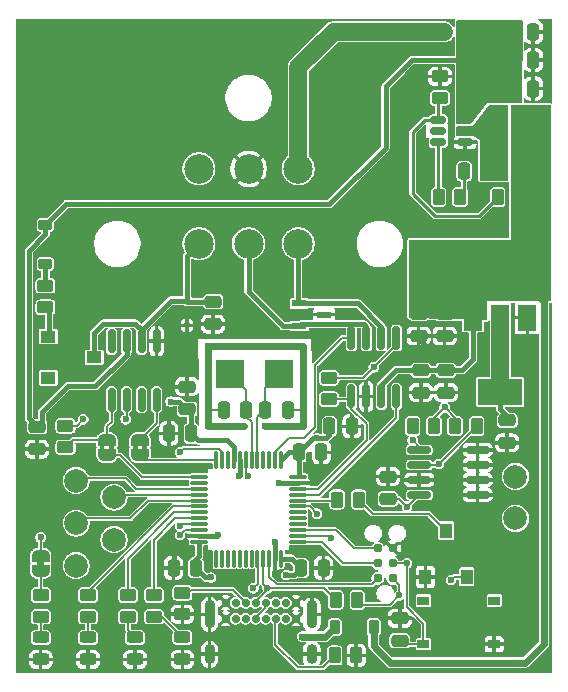
<source format=gtl>
G04 #@! TF.GenerationSoftware,KiCad,Pcbnew,9.0.3*
G04 #@! TF.CreationDate,2025-08-22T23:33:47-04:00*
G04 #@! TF.ProjectId,LINBoard-HW,4c494e42-6f61-4726-942d-48572e6b6963,rev?*
G04 #@! TF.SameCoordinates,Original*
G04 #@! TF.FileFunction,Copper,L1,Top*
G04 #@! TF.FilePolarity,Positive*
%FSLAX46Y46*%
G04 Gerber Fmt 4.6, Leading zero omitted, Abs format (unit mm)*
G04 Created by KiCad (PCBNEW 9.0.3) date 2025-08-22 23:33:47*
%MOMM*%
%LPD*%
G01*
G04 APERTURE LIST*
G04 Aperture macros list*
%AMRoundRect*
0 Rectangle with rounded corners*
0 $1 Rounding radius*
0 $2 $3 $4 $5 $6 $7 $8 $9 X,Y pos of 4 corners*
0 Add a 4 corners polygon primitive as box body*
4,1,4,$2,$3,$4,$5,$6,$7,$8,$9,$2,$3,0*
0 Add four circle primitives for the rounded corners*
1,1,$1+$1,$2,$3*
1,1,$1+$1,$4,$5*
1,1,$1+$1,$6,$7*
1,1,$1+$1,$8,$9*
0 Add four rect primitives between the rounded corners*
20,1,$1+$1,$2,$3,$4,$5,0*
20,1,$1+$1,$4,$5,$6,$7,0*
20,1,$1+$1,$6,$7,$8,$9,0*
20,1,$1+$1,$8,$9,$2,$3,0*%
%AMFreePoly0*
4,1,23,0.500000,-0.750000,0.000000,-0.750000,0.000000,-0.745722,-0.065263,-0.745722,-0.191342,-0.711940,-0.304381,-0.646677,-0.396677,-0.554381,-0.461940,-0.441342,-0.495722,-0.315263,-0.495722,-0.250000,-0.500000,-0.250000,-0.500000,0.250000,-0.495722,0.250000,-0.495722,0.315263,-0.461940,0.441342,-0.396677,0.554381,-0.304381,0.646677,-0.191342,0.711940,-0.065263,0.745722,0.000000,0.745722,
0.000000,0.750000,0.500000,0.750000,0.500000,-0.750000,0.500000,-0.750000,$1*%
%AMFreePoly1*
4,1,23,0.000000,0.745722,0.065263,0.745722,0.191342,0.711940,0.304381,0.646677,0.396677,0.554381,0.461940,0.441342,0.495722,0.315263,0.495722,0.250000,0.500000,0.250000,0.500000,-0.250000,0.495722,-0.250000,0.495722,-0.315263,0.461940,-0.441342,0.396677,-0.554381,0.304381,-0.646677,0.191342,-0.711940,0.065263,-0.745722,0.000000,-0.745722,0.000000,-0.750000,-0.500000,-0.750000,
-0.500000,0.750000,0.000000,0.750000,0.000000,0.745722,0.000000,0.745722,$1*%
G04 Aperture macros list end*
G04 #@! TA.AperFunction,EtchedComponent*
%ADD10C,0.000000*%
G04 #@! TD*
G04 #@! TA.AperFunction,SMDPad,CuDef*
%ADD11RoundRect,0.250000X-0.450000X0.262500X-0.450000X-0.262500X0.450000X-0.262500X0.450000X0.262500X0*%
G04 #@! TD*
G04 #@! TA.AperFunction,SMDPad,CuDef*
%ADD12RoundRect,0.250000X-0.250000X-0.475000X0.250000X-0.475000X0.250000X0.475000X-0.250000X0.475000X0*%
G04 #@! TD*
G04 #@! TA.AperFunction,SMDPad,CuDef*
%ADD13R,1.300000X1.000000*%
G04 #@! TD*
G04 #@! TA.AperFunction,ComponentPad*
%ADD14C,2.000000*%
G04 #@! TD*
G04 #@! TA.AperFunction,SMDPad,CuDef*
%ADD15RoundRect,0.250000X-0.262500X-0.450000X0.262500X-0.450000X0.262500X0.450000X-0.262500X0.450000X0*%
G04 #@! TD*
G04 #@! TA.AperFunction,SMDPad,CuDef*
%ADD16RoundRect,0.150000X0.150000X-0.825000X0.150000X0.825000X-0.150000X0.825000X-0.150000X-0.825000X0*%
G04 #@! TD*
G04 #@! TA.AperFunction,SMDPad,CuDef*
%ADD17RoundRect,0.250000X-0.475000X0.250000X-0.475000X-0.250000X0.475000X-0.250000X0.475000X0.250000X0*%
G04 #@! TD*
G04 #@! TA.AperFunction,SMDPad,CuDef*
%ADD18RoundRect,0.243750X0.456250X-0.243750X0.456250X0.243750X-0.456250X0.243750X-0.456250X-0.243750X0*%
G04 #@! TD*
G04 #@! TA.AperFunction,SMDPad,CuDef*
%ADD19RoundRect,0.250000X0.262500X0.450000X-0.262500X0.450000X-0.262500X-0.450000X0.262500X-0.450000X0*%
G04 #@! TD*
G04 #@! TA.AperFunction,SMDPad,CuDef*
%ADD20RoundRect,0.375000X0.375000X-0.825000X0.375000X0.825000X-0.375000X0.825000X-0.375000X-0.825000X0*%
G04 #@! TD*
G04 #@! TA.AperFunction,SMDPad,CuDef*
%ADD21RoundRect,0.150000X0.512500X0.150000X-0.512500X0.150000X-0.512500X-0.150000X0.512500X-0.150000X0*%
G04 #@! TD*
G04 #@! TA.AperFunction,SMDPad,CuDef*
%ADD22RoundRect,0.225000X0.225000X0.375000X-0.225000X0.375000X-0.225000X-0.375000X0.225000X-0.375000X0*%
G04 #@! TD*
G04 #@! TA.AperFunction,SMDPad,CuDef*
%ADD23RoundRect,0.250000X0.475000X-0.250000X0.475000X0.250000X-0.475000X0.250000X-0.475000X-0.250000X0*%
G04 #@! TD*
G04 #@! TA.AperFunction,SMDPad,CuDef*
%ADD24R,2.400000X2.400000*%
G04 #@! TD*
G04 #@! TA.AperFunction,ComponentPad*
%ADD25C,0.700000*%
G04 #@! TD*
G04 #@! TA.AperFunction,ComponentPad*
%ADD26O,0.900000X2.400000*%
G04 #@! TD*
G04 #@! TA.AperFunction,ComponentPad*
%ADD27O,0.900000X1.700000*%
G04 #@! TD*
G04 #@! TA.AperFunction,SMDPad,CuDef*
%ADD28RoundRect,0.150000X0.825000X0.150000X-0.825000X0.150000X-0.825000X-0.150000X0.825000X-0.150000X0*%
G04 #@! TD*
G04 #@! TA.AperFunction,SMDPad,CuDef*
%ADD29R,1.000000X0.750000*%
G04 #@! TD*
G04 #@! TA.AperFunction,SMDPad,CuDef*
%ADD30RoundRect,0.225000X0.375000X-0.225000X0.375000X0.225000X-0.375000X0.225000X-0.375000X-0.225000X0*%
G04 #@! TD*
G04 #@! TA.AperFunction,SMDPad,CuDef*
%ADD31RoundRect,0.112500X-0.112500X0.187500X-0.112500X-0.187500X0.112500X-0.187500X0.112500X0.187500X0*%
G04 #@! TD*
G04 #@! TA.AperFunction,SMDPad,CuDef*
%ADD32RoundRect,0.250000X0.250000X0.475000X-0.250000X0.475000X-0.250000X-0.475000X0.250000X-0.475000X0*%
G04 #@! TD*
G04 #@! TA.AperFunction,SMDPad,CuDef*
%ADD33R,1.300000X0.600000*%
G04 #@! TD*
G04 #@! TA.AperFunction,SMDPad,CuDef*
%ADD34FreePoly0,90.000000*%
G04 #@! TD*
G04 #@! TA.AperFunction,SMDPad,CuDef*
%ADD35FreePoly1,90.000000*%
G04 #@! TD*
G04 #@! TA.AperFunction,SMDPad,CuDef*
%ADD36R,1.500000X2.200000*%
G04 #@! TD*
G04 #@! TA.AperFunction,SMDPad,CuDef*
%ADD37R,3.800000X2.200000*%
G04 #@! TD*
G04 #@! TA.AperFunction,SMDPad,CuDef*
%ADD38RoundRect,0.075000X-0.075000X0.662500X-0.075000X-0.662500X0.075000X-0.662500X0.075000X0.662500X0*%
G04 #@! TD*
G04 #@! TA.AperFunction,SMDPad,CuDef*
%ADD39RoundRect,0.075000X-0.662500X0.075000X-0.662500X-0.075000X0.662500X-0.075000X0.662500X0.075000X0*%
G04 #@! TD*
G04 #@! TA.AperFunction,ConnectorPad*
%ADD40C,0.787400*%
G04 #@! TD*
G04 #@! TA.AperFunction,SMDPad,CuDef*
%ADD41R,1.000000X1.300000*%
G04 #@! TD*
G04 #@! TA.AperFunction,ComponentPad*
%ADD42C,2.500000*%
G04 #@! TD*
G04 #@! TA.AperFunction,ViaPad*
%ADD43C,0.600000*%
G04 #@! TD*
G04 #@! TA.AperFunction,Conductor*
%ADD44C,0.400000*%
G04 #@! TD*
G04 #@! TA.AperFunction,Conductor*
%ADD45C,0.150000*%
G04 #@! TD*
G04 #@! TA.AperFunction,Conductor*
%ADD46C,0.600000*%
G04 #@! TD*
G04 #@! TA.AperFunction,Conductor*
%ADD47C,1.500000*%
G04 #@! TD*
G04 #@! TA.AperFunction,Conductor*
%ADD48C,0.250000*%
G04 #@! TD*
G04 APERTURE END LIST*
D10*
G04 #@! TA.AperFunction,EtchedComponent*
G36*
X-9400000Y-29850000D02*
G01*
X-9800000Y-29850000D01*
X-9800000Y-29350000D01*
X-9400000Y-29350000D01*
X-9400000Y-29850000D01*
G37*
G04 #@! TD.AperFunction*
G04 #@! TA.AperFunction,EtchedComponent*
G36*
X-8600000Y-29850000D02*
G01*
X-9000000Y-29850000D01*
X-9000000Y-29350000D01*
X-8600000Y-29350000D01*
X-8600000Y-29850000D01*
G37*
G04 #@! TD.AperFunction*
G04 #@! TA.AperFunction,EtchedComponent*
G36*
X-17300000Y-39650000D02*
G01*
X-17900000Y-39650000D01*
X-17900000Y-39150000D01*
X-17300000Y-39150000D01*
X-17300000Y-39650000D01*
G37*
G04 #@! TD.AperFunction*
G04 #@! TA.AperFunction,EtchedComponent*
G36*
X-12200000Y-29850000D02*
G01*
X-12600000Y-29850000D01*
X-12600000Y-29350000D01*
X-12200000Y-29350000D01*
X-12200000Y-29850000D01*
G37*
G04 #@! TD.AperFunction*
G04 #@! TA.AperFunction,EtchedComponent*
G36*
X-11400000Y-29850000D02*
G01*
X-11800000Y-29850000D01*
X-11800000Y-29350000D01*
X-11400000Y-29350000D01*
X-11400000Y-29850000D01*
G37*
G04 #@! TD.AperFunction*
D11*
X-15500724Y-27757749D03*
X-15500724Y-29582749D03*
X-10200000Y-42087500D03*
X-10200000Y-43912500D03*
D12*
X6850000Y-27800000D03*
X8750000Y-27800000D03*
D13*
X-16950000Y-20200000D03*
X-13050000Y-21950000D03*
X-16950000Y-23700000D03*
D11*
X-13600000Y-42087500D03*
X-13600000Y-43912500D03*
D12*
X4250000Y-30000000D03*
X6150000Y-30000000D03*
D14*
X22600000Y-32050000D03*
D15*
X21087500Y-8400000D03*
X22912500Y-8400000D03*
D16*
X8695000Y-25275000D03*
X9965000Y-25275000D03*
X11235000Y-25275000D03*
X12505000Y-25275000D03*
X12505000Y-20325000D03*
X11235000Y-20325000D03*
X9965000Y-20325000D03*
X8695000Y-20325000D03*
D17*
X14600000Y-23050000D03*
X14600000Y-24950000D03*
D18*
X-5600000Y-47537500D03*
X-5600000Y-45662500D03*
X-9600000Y-47537500D03*
X-9600000Y-45662500D03*
D17*
X14400000Y-18250000D03*
X14400000Y-20150000D03*
D19*
X15712500Y-27800000D03*
X13887500Y-27800000D03*
D20*
X20550000Y-2800000D03*
X24250000Y-2800000D03*
D14*
X-11400000Y-33800000D03*
D16*
X-11600000Y-25550000D03*
X-10330000Y-25550000D03*
X-9060000Y-25550000D03*
X-7790000Y-25550000D03*
X-7790000Y-20600000D03*
X-9060000Y-20600000D03*
X-10330000Y-20600000D03*
X-11600000Y-20600000D03*
D14*
X-14600000Y-36000000D03*
D15*
X7287500Y-47200000D03*
X9112500Y-47200000D03*
D21*
X18337500Y-3750000D03*
X18337500Y-2800000D03*
X18337500Y-1850000D03*
X16062500Y-1850000D03*
X16062500Y-2800000D03*
X16062500Y-3750000D03*
D22*
X10600000Y-44800000D03*
X7300000Y-44800000D03*
D23*
X-5200000Y-26350000D03*
X-5200000Y-24450000D03*
D17*
X16600000Y-18250000D03*
X16600000Y-20150000D03*
D14*
X22600000Y-35600000D03*
D24*
X2570000Y-23400000D03*
X-1530000Y-23400000D03*
D12*
X18250000Y-6200000D03*
X20150000Y-6200000D03*
X22200000Y5600000D03*
X24100000Y5600000D03*
D17*
X-17900724Y-27832749D03*
X-17900724Y-29732749D03*
D25*
X-1950000Y-42740000D03*
X-1100000Y-42740000D03*
X-250000Y-42740000D03*
X600000Y-42740000D03*
X1450000Y-42740000D03*
X2300000Y-42740000D03*
X3150000Y-42740000D03*
X4000000Y-42740000D03*
X4000000Y-44090000D03*
X3150000Y-44090000D03*
X2300000Y-44090000D03*
X1450000Y-44090000D03*
X600000Y-44090000D03*
X-250000Y-44090000D03*
X-1100000Y-44090000D03*
X-1950000Y-44090000D03*
D26*
X-3300000Y-43720000D03*
D27*
X-3300000Y-47100000D03*
D26*
X5350000Y-43720000D03*
D27*
X5350000Y-47100000D03*
D19*
X9212500Y-42500000D03*
X7387500Y-42500000D03*
D11*
X-17200000Y-15887500D03*
X-17200000Y-17712500D03*
D14*
X-14600000Y-32400000D03*
D11*
X6800000Y-23687500D03*
X6800000Y-25512500D03*
D22*
X19850000Y5600000D03*
X16550000Y5600000D03*
D14*
X-14600000Y-39600000D03*
D17*
X-3000000Y-17250000D03*
X-3000000Y-19150000D03*
D28*
X19400000Y-33610000D03*
X19400000Y-32340000D03*
X19400000Y-31070000D03*
X19400000Y-29800000D03*
X14450000Y-29800000D03*
X14450000Y-31070000D03*
X14450000Y-32340000D03*
X14450000Y-33610000D03*
D12*
X22200000Y3200000D03*
X24100000Y3200000D03*
D29*
X20800000Y-46250000D03*
X14800000Y-46250000D03*
X20800000Y-42550000D03*
X14800000Y-42550000D03*
D30*
X-17200000Y-14050000D03*
X-17200000Y-10750000D03*
D18*
X-13600000Y-47537500D03*
X-13600000Y-45662500D03*
X-17600000Y-47537500D03*
X-17600000Y-45662500D03*
D15*
X16087500Y-8400000D03*
X17912500Y-8400000D03*
D31*
X-5200000Y-17150000D03*
X-5200000Y-19250000D03*
D12*
X4450000Y-39800000D03*
X6350000Y-39800000D03*
D32*
X-4450000Y-39800000D03*
X-6350000Y-39800000D03*
D33*
X4300000Y-17400000D03*
X4300000Y-19300000D03*
X6400000Y-18350000D03*
D12*
X22200000Y800000D03*
X24100000Y800000D03*
D34*
X-9200000Y-30250000D03*
D35*
X-9200000Y-28950000D03*
D17*
X21900000Y-27300000D03*
X21900000Y-29200000D03*
X16700000Y-23050000D03*
X16700000Y-24950000D03*
D15*
X17487500Y-27800000D03*
X19312500Y-27800000D03*
D32*
X-4850000Y-28400000D03*
X-6750000Y-28400000D03*
D17*
X12800000Y-44050000D03*
X12800000Y-45950000D03*
D11*
X16200000Y1825000D03*
X16200000Y0D03*
D34*
X-17600000Y-40050000D03*
D35*
X-17600000Y-38750000D03*
D12*
X-2100000Y-26400000D03*
X-200000Y-26400000D03*
D23*
X11800000Y-33950000D03*
X11800000Y-32050000D03*
D11*
X-5600000Y-41887500D03*
X-5600000Y-43712500D03*
X-17600000Y-42087500D03*
X-17600000Y-43912500D03*
D34*
X-12000000Y-30250000D03*
D35*
X-12000000Y-28950000D03*
D36*
X23600000Y-18600000D03*
X21300000Y-18600000D03*
X19000000Y-18600000D03*
D37*
X21300000Y-24900000D03*
D38*
X2750000Y-30675000D03*
X2250000Y-30675000D03*
X1750000Y-30675000D03*
X1250000Y-30675000D03*
X750000Y-30675000D03*
X250000Y-30675000D03*
X-250000Y-30675000D03*
X-750000Y-30675000D03*
X-1250000Y-30675000D03*
X-1750000Y-30675000D03*
X-2250000Y-30675000D03*
X-2750000Y-30675000D03*
D39*
X-4162500Y-32087500D03*
X-4162500Y-32587500D03*
X-4162500Y-33087500D03*
X-4162500Y-33587500D03*
X-4162500Y-34087500D03*
X-4162500Y-34587500D03*
X-4162500Y-35087500D03*
X-4162500Y-35587500D03*
X-4162500Y-36087500D03*
X-4162500Y-36587500D03*
X-4162500Y-37087500D03*
X-4162500Y-37587500D03*
D38*
X-2750000Y-39000000D03*
X-2250000Y-39000000D03*
X-1750000Y-39000000D03*
X-1250000Y-39000000D03*
X-750000Y-39000000D03*
X-250000Y-39000000D03*
X250000Y-39000000D03*
X750000Y-39000000D03*
X1250000Y-39000000D03*
X1750000Y-39000000D03*
X2250000Y-39000000D03*
X2750000Y-39000000D03*
D39*
X4162500Y-37587500D03*
X4162500Y-37087500D03*
X4162500Y-36587500D03*
X4162500Y-36087500D03*
X4162500Y-35587500D03*
X4162500Y-35087500D03*
X4162500Y-34587500D03*
X4162500Y-34087500D03*
X4162500Y-33587500D03*
X4162500Y-33087500D03*
X4162500Y-32587500D03*
X4162500Y-32087500D03*
D12*
X1400000Y-26400000D03*
X3300000Y-26400000D03*
D15*
X7487500Y-34000000D03*
X9312500Y-34000000D03*
D40*
X12200000Y-40670000D03*
X10930000Y-40670000D03*
X12200000Y-39400000D03*
X10930000Y-39400000D03*
X12200000Y-38130000D03*
X10930000Y-38130000D03*
D14*
X-11400000Y-37400000D03*
D11*
X-8000000Y-42087500D03*
X-8000000Y-43912500D03*
D41*
X14975000Y-40550000D03*
X16725000Y-36650000D03*
X18475000Y-40550000D03*
D42*
X4200000Y-12350000D03*
X0Y-12350000D03*
X-4200000Y-12350000D03*
X-4200000Y-6000000D03*
X0Y-6000000D03*
X4200000Y-6000000D03*
D43*
X-7500000Y-45100000D03*
X2000000Y-21000000D03*
X23200000Y-20300000D03*
X23600000Y-20800000D03*
X4600000Y-21000000D03*
X5000000Y-18400000D03*
X25000000Y2000000D03*
X1000000Y-8000000D03*
X1000000Y-4000000D03*
X-800000Y-32000000D03*
X-3400000Y-23000000D03*
X-6600000Y-20400000D03*
X14600000Y-26200000D03*
X-400000Y-27800000D03*
X-500000Y-8000000D03*
X-1000000Y-21000000D03*
X17800000Y-4800000D03*
X-6700000Y-26900000D03*
X1400000Y-27800000D03*
X16800000Y-4800000D03*
X24000000Y-20300000D03*
X-3400000Y-21000000D03*
X-6200000Y-38400000D03*
X2200000Y-37600000D03*
X2600000Y-32600000D03*
X16200000Y-40800000D03*
X4600000Y-23000000D03*
X7400000Y-30000000D03*
X15600000Y-21600000D03*
X24000000Y-21300000D03*
X-2600000Y-37000000D03*
X4600000Y-27800000D03*
X4600000Y-25500000D03*
X-3400000Y-27800000D03*
X11000000Y-27000000D03*
X-3400000Y-25500000D03*
X23600000Y-21800000D03*
X-11500000Y-45100000D03*
X8000000Y-18400000D03*
X-2000000Y-45200000D03*
X14600000Y1800000D03*
X-2000000Y-46000000D03*
X23200000Y-21300000D03*
X25000000Y4400000D03*
X16500000Y-32340000D03*
X7800000Y-40200000D03*
X-2000000Y-46800000D03*
X-500000Y-4000000D03*
X-50058Y-32009515D03*
X13400000Y-39400000D03*
X20900000Y-21300000D03*
X21300000Y-21800000D03*
X3200000Y-40400000D03*
X-6600000Y-25700000D03*
X21700000Y-20300000D03*
X13400000Y-34600000D03*
X17125000Y-40800000D03*
X21700000Y-21300000D03*
X21300000Y-20800000D03*
X-17600000Y-37200000D03*
X20900000Y-20300000D03*
X10600000Y-22800000D03*
X5800000Y-28825000D03*
X16600000Y-26200000D03*
X-14000000Y-27200000D03*
X12775000Y-42098959D03*
X-3200000Y-40600000D03*
X5800000Y-35200000D03*
X13900000Y-29000000D03*
X400000Y-41506250D03*
X1600000Y-41506250D03*
X7000000Y-37284741D03*
X16100000Y-31000000D03*
X-5800000Y-36200000D03*
X-5800000Y-37000000D03*
X4550000Y-45600000D03*
X5750000Y-45600000D03*
X5150000Y-45600000D03*
X-5800000Y-30000000D03*
X-10400000Y-27200000D03*
D44*
X-5200000Y-13350000D02*
X-5200000Y-17150000D01*
X-4200000Y-12350000D02*
X-5200000Y-13350000D01*
X-9585001Y-19100000D02*
X-12300000Y-19100000D01*
X-9060000Y-20600000D02*
X-9060000Y-19625001D01*
X-12300000Y-19100000D02*
X-13100000Y-19900000D01*
X-13100000Y-21900000D02*
X-13050000Y-21950000D01*
X-5100000Y-17250000D02*
X-5200000Y-17150000D01*
X-9060000Y-19625001D02*
X-9585001Y-19100000D01*
X-3000000Y-17250000D02*
X-5100000Y-17250000D01*
X-6584999Y-17150000D02*
X-9060000Y-19625001D01*
X-13100000Y-19900000D02*
X-13100000Y-21900000D01*
X-5200000Y-17150000D02*
X-6584999Y-17150000D01*
X14400000Y-20400000D02*
X15600000Y-21600000D01*
X-750000Y-30675000D02*
X-750000Y-31950000D01*
D45*
X3300000Y-26400000D02*
X4600000Y-26400000D01*
D46*
X-3400000Y-21000000D02*
X4600000Y-21000000D01*
D44*
X-750000Y-31950000D02*
X-800000Y-32000000D01*
D46*
X-3400000Y-26400000D02*
X-3400000Y-21000000D01*
D45*
X14600000Y-24950000D02*
X14600000Y-26200000D01*
D44*
X4162500Y-32587500D02*
X2612500Y-32587500D01*
D46*
X4600000Y-26400000D02*
X4600000Y-27800000D01*
D45*
X7400000Y-39800000D02*
X7800000Y-40200000D01*
X-2100000Y-26400000D02*
X-3400000Y-26400000D01*
D44*
X14400000Y-20150000D02*
X14400000Y-20400000D01*
D46*
X4600000Y-27800000D02*
X1400000Y-27800000D01*
X4600000Y-21000000D02*
X4600000Y-26400000D01*
D44*
X-2687500Y-37087500D02*
X-2600000Y-37000000D01*
X-4162500Y-37087500D02*
X-2687500Y-37087500D01*
D45*
X-6800000Y-20600000D02*
X-6600000Y-20400000D01*
D44*
X2612500Y-32587500D02*
X2600000Y-32600000D01*
D46*
X-3400000Y-27800000D02*
X-3400000Y-26400000D01*
D44*
X2250000Y-39000000D02*
X2250000Y-37650000D01*
X-6350000Y-38550000D02*
X-6200000Y-38400000D01*
D45*
X7950000Y-18350000D02*
X8000000Y-18400000D01*
D46*
X-400000Y-27800000D02*
X-3400000Y-27800000D01*
D45*
X6350000Y-39800000D02*
X7400000Y-39800000D01*
D44*
X-6350000Y-39800000D02*
X-6350000Y-38550000D01*
X2250000Y-37650000D02*
X2200000Y-37600000D01*
D45*
X-7790000Y-20600000D02*
X-6800000Y-20600000D01*
D44*
X-17500000Y-26600000D02*
X-17500000Y-27432025D01*
X-17900724Y-27832749D02*
X-18600000Y-27133473D01*
X-18600000Y-27133473D02*
X-18600000Y-12950000D01*
X-10330000Y-21730000D02*
X-13000000Y-24400000D01*
X-18600000Y-12950000D02*
X-17200000Y-11550000D01*
X-17500000Y-27432025D02*
X-17900724Y-27832749D01*
X-10330000Y-20600000D02*
X-10330000Y-21730000D01*
X-13000000Y-24400000D02*
X-15300000Y-24400000D01*
X-15450000Y-9000000D02*
X6800000Y-9000000D01*
X6800000Y-9000000D02*
X11600000Y-4200000D01*
X11600000Y-4200000D02*
X11600000Y1000000D01*
X11600000Y1000000D02*
X13800000Y3200000D01*
X13800000Y3200000D02*
X22200000Y3200000D01*
X-15300000Y-24400000D02*
X-17500000Y-26600000D01*
X-17200000Y-11550000D02*
X-17200000Y-10750000D01*
X-17200000Y-10750000D02*
X-15450000Y-9000000D01*
X11235000Y-24300001D02*
X11235000Y-25275000D01*
X19000000Y-18600000D02*
X19000000Y-22100000D01*
D46*
X10600000Y-44800000D02*
X10600000Y-46400000D01*
D44*
X18050000Y-23050000D02*
X16700000Y-23050000D01*
D46*
X23400000Y-47800000D02*
X25000000Y-46200000D01*
X25000000Y-17248000D02*
X24152000Y-16400000D01*
D44*
X16700000Y-23050000D02*
X14600000Y-23050000D01*
X19000000Y-22100000D02*
X18050000Y-23050000D01*
X14600000Y-23050000D02*
X12485001Y-23050000D01*
D46*
X10600000Y-46400000D02*
X12000000Y-47800000D01*
D44*
X12485001Y-23050000D02*
X11235000Y-24300001D01*
D46*
X25000000Y-46200000D02*
X25000000Y-17248000D01*
X12000000Y-47800000D02*
X23400000Y-47800000D01*
D45*
X14800000Y-46250000D02*
X14800000Y-44500000D01*
X-250000Y-31809573D02*
X-50058Y-32009515D01*
X14800000Y-44500000D02*
X13400000Y-43100000D01*
X13400000Y-43100000D02*
X13400000Y-39400000D01*
X14800000Y-46250000D02*
X13100000Y-46250000D01*
X-250000Y-30675000D02*
X-250000Y-31809573D01*
X12200000Y-39400000D02*
X13400000Y-39400000D01*
X13100000Y-46250000D02*
X12800000Y-45950000D01*
X1400000Y-26400000D02*
X1400000Y-24570000D01*
X1400000Y-24570000D02*
X2570000Y-23400000D01*
X750000Y-30675000D02*
X750000Y-27050000D01*
X750000Y-27050000D02*
X1400000Y-26400000D01*
X-200000Y-26400000D02*
X-200000Y-24730000D01*
X250000Y-27450000D02*
X-200000Y-27000000D01*
X-200000Y-24730000D02*
X-1530000Y-23400000D01*
X250000Y-30675000D02*
X250000Y-27450000D01*
X-200000Y-27000000D02*
X-200000Y-26400000D01*
X-10200000Y-43912500D02*
X-10200000Y-45062500D01*
X-10200000Y-45062500D02*
X-9600000Y-45662500D01*
D44*
X3850000Y-40400000D02*
X3200000Y-40400000D01*
D45*
X12505000Y-20895000D02*
X10600000Y-22800000D01*
D44*
X4250000Y-30000000D02*
X3425000Y-30000000D01*
X-4250000Y-29000000D02*
X-4850000Y-28400000D01*
X6550000Y-28825000D02*
X6850000Y-28525000D01*
D45*
X12750000Y-33950000D02*
X13400000Y-34600000D01*
X14450000Y-33610000D02*
X14390000Y-33610000D01*
D44*
X-3650000Y-40600000D02*
X-3200000Y-40600000D01*
D45*
X9612500Y-42900000D02*
X11973959Y-42900000D01*
D44*
X21300000Y-24900000D02*
X21300000Y-26300000D01*
D45*
X11973959Y-42900000D02*
X12775000Y-42098959D01*
D44*
X4250000Y-30000000D02*
X5125000Y-29125000D01*
X-6600000Y-25700000D02*
X-5850000Y-25700000D01*
X-4850000Y-26700000D02*
X-5200000Y-26350000D01*
X5425000Y-28825000D02*
X5800000Y-28825000D01*
X4250000Y-30000000D02*
X4250000Y-31949000D01*
X21900000Y-26900000D02*
X21900000Y-27300000D01*
X21300000Y-26300000D02*
X21900000Y-26900000D01*
D45*
X12775000Y-41245000D02*
X12775000Y-42098959D01*
D47*
X21300000Y-18600000D02*
X21300000Y-20400000D01*
D44*
X4250000Y-31949000D02*
X4162500Y-32036500D01*
X-4200000Y-37638500D02*
X-4162500Y-37638500D01*
D45*
X11800000Y-33950000D02*
X12750000Y-33950000D01*
X12505000Y-20325000D02*
X12505000Y-20895000D01*
X14390000Y-33610000D02*
X13400000Y-34600000D01*
D44*
X-1250000Y-29550000D02*
X-1800000Y-29000000D01*
X3650000Y-39000000D02*
X2801000Y-39000000D01*
X5125000Y-29125000D02*
X5425000Y-28825000D01*
X-1800000Y-29000000D02*
X-4250000Y-29000000D01*
D45*
X18475000Y-40550000D02*
X17375000Y-40550000D01*
D44*
X-1250000Y-30675000D02*
X-1250000Y-29550000D01*
D47*
X21300000Y-22200000D02*
X21300000Y-22800000D01*
X21300000Y-22800000D02*
X21300000Y-24900000D01*
D45*
X15712500Y-27087500D02*
X16600000Y-26200000D01*
D47*
X21300000Y-21000000D02*
X21300000Y-21600000D01*
D45*
X17487500Y-27800000D02*
X17487500Y-27087500D01*
D44*
X-4450000Y-39800000D02*
X-3650000Y-40600000D01*
X-4200000Y-38800000D02*
X-4200000Y-37638500D01*
D45*
X15712500Y-27800000D02*
X15712500Y-27087500D01*
X-17600000Y-38750000D02*
X-17600000Y-37200000D01*
D44*
X4450000Y-39800000D02*
X3650000Y-39000000D01*
X-4450000Y-39050000D02*
X-4200000Y-38800000D01*
D47*
X21300000Y-20400000D02*
X21300000Y-21000000D01*
D44*
X4450000Y-39800000D02*
X3850000Y-40400000D01*
X-4850000Y-28400000D02*
X-4850000Y-26700000D01*
X6850000Y-28525000D02*
X6850000Y-27800000D01*
D45*
X12200000Y-40670000D02*
X12775000Y-41245000D01*
X9212500Y-42500000D02*
X9612500Y-42900000D01*
X6800000Y-23687500D02*
X9712500Y-23687500D01*
X-15500724Y-27757749D02*
X-14557749Y-27757749D01*
D47*
X21300000Y-21600000D02*
X21300000Y-22200000D01*
D44*
X5800000Y-28825000D02*
X6550000Y-28825000D01*
X-5850000Y-25700000D02*
X-5200000Y-26350000D01*
D45*
X-14557749Y-27757749D02*
X-14000000Y-27200000D01*
D44*
X-4450000Y-39800000D02*
X-4450000Y-39050000D01*
D45*
X17375000Y-40550000D02*
X17125000Y-40800000D01*
X17487500Y-27087500D02*
X16600000Y-26200000D01*
X9712500Y-23687500D02*
X10600000Y-22800000D01*
D44*
X3425000Y-30000000D02*
X2750000Y-30675000D01*
D45*
X5187500Y-34587500D02*
X5800000Y-35200000D01*
X14450000Y-29800000D02*
X14450000Y-29550000D01*
X4162500Y-34587500D02*
X5187500Y-34587500D01*
X14450000Y-29550000D02*
X13900000Y-29000000D01*
D48*
X18250000Y-6200000D02*
X18250000Y-8062500D01*
X18250000Y-8062500D02*
X17912500Y-8400000D01*
D44*
X9284999Y-17400000D02*
X11235000Y-19350001D01*
X4300000Y-17400000D02*
X9284999Y-17400000D01*
X11235000Y-19350001D02*
X11235000Y-20325000D01*
X4200000Y-17300000D02*
X4300000Y-17400000D01*
X4200000Y-12350000D02*
X4200000Y-17300000D01*
X9738999Y-19124000D02*
X9965000Y-19350001D01*
X4300000Y-19300000D02*
X4476000Y-19124000D01*
X4476000Y-19124000D02*
X9738999Y-19124000D01*
X0Y-12350000D02*
X0Y-16400000D01*
X2900000Y-19300000D02*
X4300000Y-19300000D01*
X9965000Y-19350001D02*
X9965000Y-20325000D01*
X0Y-16400000D02*
X2900000Y-19300000D01*
D45*
X-13600000Y-43912500D02*
X-13600000Y-45662500D01*
X-17600000Y-43912500D02*
X-17600000Y-45662500D01*
X-7350000Y-43912500D02*
X-5600000Y-45662500D01*
X-8000000Y-43912500D02*
X-7350000Y-43912500D01*
X8930000Y-38130000D02*
X10930000Y-38130000D01*
X7387500Y-36587500D02*
X8930000Y-38130000D01*
X4162500Y-36587500D02*
X7387500Y-36587500D01*
X10418750Y-41181250D02*
X10930000Y-40670000D01*
X2381250Y-41181250D02*
X10418750Y-41181250D01*
X1750000Y-40550000D02*
X2381250Y-41181250D01*
X1750000Y-39000000D02*
X1750000Y-40550000D01*
X8000000Y-39400000D02*
X10930000Y-39400000D01*
X6187500Y-37587500D02*
X8000000Y-39400000D01*
X4162500Y-37587500D02*
X6187500Y-37587500D01*
X1425000Y-42681250D02*
X1425000Y-43181250D01*
X774999Y-41131251D02*
X400000Y-41506250D01*
X1425000Y-43181250D02*
X575000Y-44031250D01*
X750000Y-39000000D02*
X774999Y-39024999D01*
X774999Y-39024999D02*
X774999Y-41131251D01*
X1225001Y-39024999D02*
X1225001Y-41131251D01*
X1250000Y-39000000D02*
X1225001Y-39024999D01*
X1225001Y-41131251D02*
X1600000Y-41506250D01*
X1600000Y-41656250D02*
X575000Y-42681250D01*
X6393750Y-41506250D02*
X7387500Y-42500000D01*
X1600000Y-41506250D02*
X6393750Y-41506250D01*
X6802759Y-37087500D02*
X7000000Y-37284741D01*
X16042500Y-31070000D02*
X14450000Y-31070000D01*
X4162500Y-37087500D02*
X6802759Y-37087500D01*
X19312500Y-27800000D02*
X16042500Y-31070000D01*
X-8775000Y-30675000D02*
X-9200000Y-30250000D01*
X-2750000Y-30675000D02*
X-8775000Y-30675000D01*
X-9037500Y-32087500D02*
X-10875000Y-30250000D01*
X-4162500Y-32087500D02*
X-9037500Y-32087500D01*
X-10875000Y-30250000D02*
X-12000000Y-30250000D01*
X15275000Y-35200000D02*
X16725000Y-36650000D01*
X10512500Y-35200000D02*
X15275000Y-35200000D01*
X9312500Y-34000000D02*
X10512500Y-35200000D01*
X7400000Y-34087500D02*
X7487500Y-34000000D01*
X4162500Y-34087500D02*
X7400000Y-34087500D01*
X10000000Y-27600000D02*
X8695000Y-26295000D01*
X10000000Y-29000000D02*
X10000000Y-27600000D01*
X8695000Y-26295000D02*
X8695000Y-25275000D01*
X6800000Y-25512500D02*
X8457500Y-25512500D01*
X4162500Y-33087500D02*
X5912500Y-33087500D01*
X8457500Y-25512500D02*
X8695000Y-25275000D01*
X5912500Y-33087500D02*
X10000000Y-29000000D01*
X-17600000Y-40050000D02*
X-17600000Y-42087500D01*
X-13600000Y-41800000D02*
X-13600000Y-42087500D01*
X-6387500Y-34587500D02*
X-13600000Y-41800000D01*
X-4162500Y-34587500D02*
X-6387500Y-34587500D01*
D44*
X-17200000Y-14050000D02*
X-17200000Y-15887500D01*
D45*
X-12000000Y-28950000D02*
X-14867975Y-28950000D01*
X-14867975Y-28950000D02*
X-15500724Y-29582749D01*
X-12000000Y-27800000D02*
X-11600000Y-27400000D01*
X-12000000Y-28950000D02*
X-12000000Y-27800000D01*
X-11600000Y-27400000D02*
X-11600000Y-25550000D01*
X-6287500Y-35087500D02*
X-10200000Y-39000000D01*
X-10200000Y-39000000D02*
X-10200000Y-42087500D01*
X-4162500Y-35087500D02*
X-6287500Y-35087500D01*
X-6187500Y-35587500D02*
X-8000000Y-37400000D01*
X-8000000Y-37400000D02*
X-8000000Y-42087500D01*
X-4162500Y-35587500D02*
X-6187500Y-35587500D01*
X-4162500Y-36087500D02*
X-5687500Y-36087500D01*
X-5687500Y-36087500D02*
X-5800000Y-36200000D01*
X-4162500Y-36587500D02*
X-5387500Y-36587500D01*
X-5387500Y-36587500D02*
X-5800000Y-37000000D01*
X2275000Y-46275000D02*
X4200000Y-48200000D01*
X2275000Y-44031250D02*
X2275000Y-46275000D01*
X6287500Y-48200000D02*
X7287500Y-47200000D01*
X4200000Y-48200000D02*
X6287500Y-48200000D01*
X-5143750Y-41887500D02*
X-5600000Y-41887500D01*
X-1300000Y-41656250D02*
X-4912500Y-41656250D01*
X-275000Y-42681250D02*
X-1300000Y-41656250D01*
X-4912500Y-41656250D02*
X-5143750Y-41887500D01*
X-14400000Y-32200000D02*
X-14600000Y-32400000D01*
X-9512500Y-33087500D02*
X-10400000Y-32200000D01*
X-10400000Y-32200000D02*
X-14400000Y-32200000D01*
X-4162500Y-33087500D02*
X-9512500Y-33087500D01*
X-11187500Y-33587500D02*
X-11400000Y-33800000D01*
X-4162500Y-33587500D02*
X-11187500Y-33587500D01*
X-10000000Y-35600000D02*
X-14200000Y-35600000D01*
X-8487500Y-34087500D02*
X-10000000Y-35600000D01*
X-14200000Y-35600000D02*
X-14600000Y-36000000D01*
X-4162500Y-34087500D02*
X-8487500Y-34087500D01*
X5600000Y-22600000D02*
X7875000Y-20325000D01*
X2250000Y-30009742D02*
X3459742Y-28800000D01*
X3459742Y-28800000D02*
X4700000Y-28800000D01*
X4700000Y-28800000D02*
X5600000Y-27900000D01*
X2250000Y-30675000D02*
X2250000Y-30009742D01*
X7875000Y-20325000D02*
X8695000Y-20325000D01*
X5600000Y-27900000D02*
X5600000Y-22600000D01*
X4162500Y-33587500D02*
X5986226Y-33587500D01*
X5986226Y-33587500D02*
X12505000Y-27068726D01*
X12505000Y-27068726D02*
X12505000Y-25275000D01*
D48*
X16062500Y-3750000D02*
X16062500Y-8375000D01*
X16062500Y-8375000D02*
X16087500Y-8400000D01*
X21087500Y-8400000D02*
X19487500Y-10000000D01*
X14950000Y-1850000D02*
X16062500Y-1850000D01*
X13900000Y-2900000D02*
X14950000Y-1850000D01*
X19487500Y-10000000D02*
X15800000Y-10000000D01*
X15800000Y-10000000D02*
X13900000Y-8100000D01*
X16062500Y-137500D02*
X16200000Y0D01*
X16062500Y-1850000D02*
X16062500Y-137500D01*
X13900000Y-8100000D02*
X13900000Y-2900000D01*
D45*
X-9200000Y-28950000D02*
X-7790000Y-27540000D01*
X-7790000Y-27540000D02*
X-7790000Y-25550000D01*
D46*
X6500000Y-45600000D02*
X7300000Y-44800000D01*
X5150000Y-45600000D02*
X4550000Y-45600000D01*
X5750000Y-45600000D02*
X6500000Y-45600000D01*
X5750000Y-45600000D02*
X5150000Y-45600000D01*
D45*
X-2250000Y-30675000D02*
X-2250000Y-29937501D01*
X-2476001Y-29711500D02*
X-5511500Y-29711500D01*
X-2250000Y-29937501D02*
X-2476001Y-29711500D01*
X-10330000Y-27130000D02*
X-10400000Y-27200000D01*
X-5511500Y-29711500D02*
X-5800000Y-30000000D01*
X-10330000Y-25550000D02*
X-10330000Y-27130000D01*
D47*
X16550000Y5600000D02*
X7200000Y5600000D01*
X4200000Y2600000D02*
X4200000Y-6000000D01*
X7200000Y5600000D02*
X4200000Y2600000D01*
D44*
X-17200000Y-17712500D02*
X-16900000Y-18012500D01*
X-16900000Y-18012500D02*
X-16900000Y-20150000D01*
X-16900000Y-20150000D02*
X-16950000Y-20200000D01*
G04 #@! TA.AperFunction,Conductor*
G36*
X25585648Y-614352D02*
G01*
X25600000Y-649000D01*
X25600000Y-17151000D01*
X25585648Y-17185648D01*
X25551000Y-17200000D01*
X20200000Y-17200000D01*
X20200000Y-18749492D01*
X20185648Y-18784140D01*
X20151000Y-18798492D01*
X20149516Y-18798470D01*
X13647516Y-18601439D01*
X13613318Y-18586044D01*
X13600000Y-18552461D01*
X13600000Y-12049000D01*
X13614352Y-12014352D01*
X13649000Y-12000000D01*
X22200000Y-12000000D01*
X22200000Y-649000D01*
X22214352Y-614352D01*
X22249000Y-600000D01*
X25551000Y-600000D01*
X25585648Y-614352D01*
G37*
G04 #@! TD.AperFunction*
G04 #@! TA.AperFunction,Conductor*
G36*
X23185297Y6585648D02*
G01*
X23199649Y6551000D01*
X23199648Y6550650D01*
X23150348Y-351350D01*
X23135749Y-385895D01*
X23101349Y-400000D01*
X20199998Y-400000D01*
X18814713Y-2181083D01*
X18782113Y-2199622D01*
X18776035Y-2200000D01*
X17649000Y-2200000D01*
X17614352Y-2185648D01*
X17600000Y-2151000D01*
X17600000Y6551000D01*
X17614352Y6585648D01*
X17649000Y6600000D01*
X23150649Y6600000D01*
X23185297Y6585648D01*
G37*
G04 #@! TD.AperFunction*
G04 #@! TA.AperFunction,Conductor*
G36*
X21985648Y-614352D02*
G01*
X22000000Y-649000D01*
X22000000Y-6951000D01*
X21985648Y-6985648D01*
X21951000Y-7000000D01*
X19649000Y-7000000D01*
X19614352Y-6985648D01*
X19600000Y-6951000D01*
X19600000Y-3599999D01*
X19000001Y-3200000D01*
X19000000Y-3200000D01*
X17649000Y-3200000D01*
X17614352Y-3185648D01*
X17600000Y-3151000D01*
X17600000Y-2449000D01*
X17614352Y-2414352D01*
X17649000Y-2400000D01*
X18999999Y-2400000D01*
X19000000Y-2400000D01*
X20385287Y-618917D01*
X20417887Y-600378D01*
X20423965Y-600000D01*
X21951000Y-600000D01*
X21985648Y-614352D01*
G37*
G04 #@! TD.AperFunction*
G04 #@! TA.AperFunction,Conductor*
G36*
X6108447Y-37827352D02*
G01*
X7806034Y-39524939D01*
X7806037Y-39524943D01*
X7872261Y-39591168D01*
X7872263Y-39591169D01*
X7872264Y-39591170D01*
X7896539Y-39601225D01*
X7955145Y-39625501D01*
X7955147Y-39625501D01*
X8050556Y-39625501D01*
X8050564Y-39625500D01*
X10403514Y-39625500D01*
X10438162Y-39639852D01*
X10445949Y-39650000D01*
X10465988Y-39684708D01*
X10494532Y-39734147D01*
X10595853Y-39835468D01*
X10641272Y-39861691D01*
X10719944Y-39907113D01*
X10719946Y-39907113D01*
X10719947Y-39907114D01*
X10804255Y-39929704D01*
X10858351Y-39944199D01*
X10858352Y-39944200D01*
X10858355Y-39944200D01*
X10881000Y-39944200D01*
X10915648Y-39958552D01*
X10930000Y-39993200D01*
X10930000Y-40076800D01*
X10915648Y-40111448D01*
X10881000Y-40125800D01*
X10858352Y-40125800D01*
X10719948Y-40162885D01*
X10719944Y-40162886D01*
X10595852Y-40234532D01*
X10595852Y-40234533D01*
X10494533Y-40335852D01*
X10494532Y-40335852D01*
X10422886Y-40459944D01*
X10422885Y-40459948D01*
X10385800Y-40598351D01*
X10385800Y-40741648D01*
X10410947Y-40835499D01*
X10410082Y-40842062D01*
X10412617Y-40848181D01*
X10407721Y-40860000D01*
X10406052Y-40872681D01*
X10398268Y-40882825D01*
X10339696Y-40941398D01*
X10305049Y-40955750D01*
X2494952Y-40955750D01*
X2460304Y-40941398D01*
X1989852Y-40470946D01*
X1975500Y-40436298D01*
X1975500Y-40060880D01*
X1989852Y-40026232D01*
X2024500Y-40011880D01*
X2046022Y-40016859D01*
X2066518Y-40026879D01*
X2066522Y-40026881D01*
X2099999Y-40031757D01*
X2100000Y-40031757D01*
X2100000Y-39049000D01*
X2114352Y-39014352D01*
X2149000Y-39000000D01*
X2351000Y-39000000D01*
X2385648Y-39014352D01*
X2400000Y-39049000D01*
X2400000Y-40031757D01*
X2433477Y-40026881D01*
X2433484Y-40026879D01*
X2545914Y-39971914D01*
X2545918Y-39971911D01*
X2615500Y-39902329D01*
X2650148Y-39887977D01*
X2650615Y-39887999D01*
X2652784Y-39887999D01*
X2652789Y-39888000D01*
X2847210Y-39887999D01*
X2912986Y-39874917D01*
X2987577Y-39825077D01*
X3037417Y-39750486D01*
X3050500Y-39684711D01*
X3050500Y-39399500D01*
X3064852Y-39364852D01*
X3099500Y-39350500D01*
X3484522Y-39350500D01*
X3519170Y-39364852D01*
X3785148Y-39630830D01*
X3799500Y-39665478D01*
X3799500Y-39934521D01*
X3785148Y-39969169D01*
X3719170Y-40035148D01*
X3684522Y-40049500D01*
X3506263Y-40049500D01*
X3479750Y-40040499D01*
X3479394Y-40041117D01*
X3476613Y-40039511D01*
X3396401Y-39993200D01*
X3373887Y-39980201D01*
X3373884Y-39980200D01*
X3259312Y-39949500D01*
X3259309Y-39949500D01*
X3140691Y-39949500D01*
X3140688Y-39949500D01*
X3026115Y-39980200D01*
X3026112Y-39980201D01*
X2923386Y-40039511D01*
X2923386Y-40039512D01*
X2839512Y-40123386D01*
X2839511Y-40123386D01*
X2780201Y-40226112D01*
X2780200Y-40226115D01*
X2749500Y-40340688D01*
X2749500Y-40459311D01*
X2780200Y-40573884D01*
X2780201Y-40573887D01*
X2835693Y-40670000D01*
X2839511Y-40676613D01*
X2923387Y-40760489D01*
X3026114Y-40819799D01*
X3054758Y-40827474D01*
X3140688Y-40850500D01*
X3140691Y-40850500D01*
X3259311Y-40850500D01*
X3316597Y-40835149D01*
X3373886Y-40819799D01*
X3476613Y-40760489D01*
X3476613Y-40760488D01*
X3479394Y-40758883D01*
X3479750Y-40759500D01*
X3506263Y-40750500D01*
X3896146Y-40750500D01*
X3940716Y-40738557D01*
X3985288Y-40726614D01*
X4065212Y-40680470D01*
X4065959Y-40679722D01*
X4066454Y-40679517D01*
X4067762Y-40678514D01*
X4068030Y-40678863D01*
X4100600Y-40665361D01*
X4108270Y-40665963D01*
X4168481Y-40675500D01*
X4731518Y-40675499D01*
X4825304Y-40660646D01*
X4893077Y-40626114D01*
X4938335Y-40603054D01*
X4938337Y-40603052D01*
X4938342Y-40603050D01*
X5028050Y-40513342D01*
X5032227Y-40505145D01*
X5085644Y-40400309D01*
X5085644Y-40400307D01*
X5085646Y-40400304D01*
X5098672Y-40318063D01*
X5550000Y-40318063D01*
X5560612Y-40406440D01*
X5616080Y-40547097D01*
X5707435Y-40667564D01*
X5827902Y-40758919D01*
X5968560Y-40814387D01*
X5968559Y-40814387D01*
X6056937Y-40825000D01*
X6200000Y-40825000D01*
X6500000Y-40825000D01*
X6643063Y-40825000D01*
X6731440Y-40814387D01*
X6872097Y-40758919D01*
X6992564Y-40667564D01*
X7083919Y-40547097D01*
X7139387Y-40406440D01*
X7150000Y-40318063D01*
X7150000Y-39950000D01*
X6500000Y-39950000D01*
X6500000Y-40825000D01*
X6200000Y-40825000D01*
X6200000Y-39950000D01*
X5550000Y-39950000D01*
X5550000Y-40318063D01*
X5098672Y-40318063D01*
X5100500Y-40306519D01*
X5100499Y-39791496D01*
X5100499Y-39293482D01*
X5100499Y-39293481D01*
X5098670Y-39281936D01*
X5550000Y-39281936D01*
X5550000Y-39650000D01*
X6200000Y-39650000D01*
X6500000Y-39650000D01*
X7150000Y-39650000D01*
X7150000Y-39281936D01*
X7139387Y-39193559D01*
X7083919Y-39052902D01*
X6992564Y-38932435D01*
X6872097Y-38841080D01*
X6731439Y-38785612D01*
X6731440Y-38785612D01*
X6643063Y-38775000D01*
X6500000Y-38775000D01*
X6500000Y-39650000D01*
X6200000Y-39650000D01*
X6200000Y-38775000D01*
X6056937Y-38775000D01*
X5968559Y-38785612D01*
X5827902Y-38841080D01*
X5707435Y-38932435D01*
X5616080Y-39052902D01*
X5560612Y-39193559D01*
X5550000Y-39281936D01*
X5098670Y-39281936D01*
X5085646Y-39199695D01*
X5028054Y-39086664D01*
X5028049Y-39086657D01*
X4938342Y-38996950D01*
X4938335Y-38996945D01*
X4825308Y-38939355D01*
X4825305Y-38939354D01*
X4825304Y-38939354D01*
X4731519Y-38924500D01*
X4731517Y-38924500D01*
X4168482Y-38924500D01*
X4108280Y-38934035D01*
X4071814Y-38925279D01*
X4065968Y-38920286D01*
X3865212Y-38719530D01*
X3785290Y-38673386D01*
X3785286Y-38673385D01*
X3696147Y-38649500D01*
X3696144Y-38649500D01*
X3099499Y-38649500D01*
X3064851Y-38635148D01*
X3050499Y-38600500D01*
X3050499Y-38349000D01*
X3064851Y-38314352D01*
X3099499Y-38300000D01*
X3400000Y-38300000D01*
X3400000Y-37932233D01*
X3414352Y-37897585D01*
X3449000Y-37883233D01*
X3458557Y-37884174D01*
X3477789Y-37888000D01*
X4847210Y-37887999D01*
X4912986Y-37874917D01*
X4987577Y-37825077D01*
X4987577Y-37825076D01*
X4991589Y-37822396D01*
X4992819Y-37824237D01*
X5019950Y-37813000D01*
X6073799Y-37813000D01*
X6108447Y-37827352D01*
G37*
G04 #@! TD.AperFunction*
G04 #@! TA.AperFunction,Conductor*
G36*
X17428870Y6695770D02*
G01*
X17438616Y6695770D01*
X17445508Y6688877D01*
X17454513Y6685148D01*
X17458242Y6676144D01*
X17465135Y6669252D01*
X17465135Y6659504D01*
X17468865Y6650500D01*
X17465135Y6631749D01*
X17456337Y6610510D01*
X17456334Y6610499D01*
X17444500Y6551005D01*
X17444500Y6039946D01*
X17430148Y6005298D01*
X17395500Y5990946D01*
X17360852Y6005298D01*
X17350230Y6021195D01*
X17349811Y6022205D01*
X17348013Y6026547D01*
X17249464Y6174035D01*
X17124035Y6299464D01*
X16976547Y6398013D01*
X16812666Y6465894D01*
X16638691Y6500500D01*
X7288692Y6500500D01*
X7111309Y6500500D01*
X6937334Y6465895D01*
X6903391Y6451835D01*
X6821451Y6417895D01*
X6773455Y6398014D01*
X6773453Y6398013D01*
X6646735Y6313342D01*
X6625965Y6299464D01*
X3500536Y3174036D01*
X3461063Y3114959D01*
X3461062Y3114957D01*
X3401985Y3026544D01*
X3368046Y2944607D01*
X3368046Y2944606D01*
X3334106Y2862669D01*
X3334104Y2862663D01*
X3300453Y2693482D01*
X3299500Y2688690D01*
X3299500Y-4899596D01*
X3285148Y-4934244D01*
X3131759Y-5087633D01*
X3002185Y-5265978D01*
X2902104Y-5462395D01*
X2833985Y-5672048D01*
X2833984Y-5672051D01*
X2830590Y-5693481D01*
X2799500Y-5889778D01*
X2799500Y-6110222D01*
X2807494Y-6160694D01*
X2833984Y-6327948D01*
X2833985Y-6327951D01*
X2883426Y-6480119D01*
X2902105Y-6537606D01*
X3002185Y-6734022D01*
X3059111Y-6812374D01*
X3131759Y-6912366D01*
X3131763Y-6912371D01*
X3287629Y-7068237D01*
X3287633Y-7068240D01*
X3287635Y-7068242D01*
X3465978Y-7197815D01*
X3662394Y-7297895D01*
X3872049Y-7366015D01*
X4089778Y-7400500D01*
X4089779Y-7400500D01*
X4310221Y-7400500D01*
X4310222Y-7400500D01*
X4527951Y-7366015D01*
X4737606Y-7297895D01*
X4934022Y-7197815D01*
X5112365Y-7068242D01*
X5112368Y-7068238D01*
X5112371Y-7068237D01*
X5268237Y-6912371D01*
X5268238Y-6912368D01*
X5268242Y-6912365D01*
X5397815Y-6734022D01*
X5497895Y-6537606D01*
X5566015Y-6327951D01*
X5600500Y-6110222D01*
X5600500Y-5889778D01*
X5566015Y-5672049D01*
X5497895Y-5462394D01*
X5397815Y-5265978D01*
X5268242Y-5087635D01*
X5268240Y-5087633D01*
X5268237Y-5087629D01*
X5114852Y-4934244D01*
X5100500Y-4899596D01*
X5100500Y2206704D01*
X5114852Y2241352D01*
X7558647Y4685148D01*
X7593295Y4699500D01*
X16638696Y4699500D01*
X16812656Y4734103D01*
X16812667Y4734106D01*
X16976543Y4801985D01*
X16976544Y4801985D01*
X16976547Y4801987D01*
X17052746Y4852902D01*
X17124032Y4900533D01*
X17249466Y5025967D01*
X17339059Y5160053D01*
X17348013Y5173453D01*
X17348209Y5173927D01*
X17350231Y5178806D01*
X17376750Y5205324D01*
X17414253Y5205322D01*
X17440771Y5178803D01*
X17444500Y5160053D01*
X17444500Y3599500D01*
X17430148Y3564852D01*
X17395500Y3550500D01*
X13753853Y3550500D01*
X13686998Y3532585D01*
X13664712Y3526614D01*
X13664711Y3526613D01*
X13664709Y3526613D01*
X13614040Y3497359D01*
X13584788Y3480470D01*
X13584787Y3480469D01*
X11319530Y1215212D01*
X11273386Y1135290D01*
X11273385Y1135286D01*
X11249500Y1046146D01*
X11249500Y-4034522D01*
X11235148Y-4069170D01*
X6669170Y-8635148D01*
X6634522Y-8649500D01*
X-15496147Y-8649500D01*
X-15585286Y-8673385D01*
X-15585290Y-8673386D01*
X-15665212Y-8719530D01*
X-17080830Y-10135148D01*
X-17115478Y-10149500D01*
X-17610638Y-10149500D01*
X-17683626Y-10160134D01*
X-17683628Y-10160135D01*
X-17796208Y-10215172D01*
X-17796210Y-10215173D01*
X-17796211Y-10215174D01*
X-17884826Y-10303789D01*
X-17939866Y-10416375D01*
X-17947401Y-10468094D01*
X-17949837Y-10484816D01*
X-17950500Y-10489364D01*
X-17950500Y-11010636D01*
X-17939866Y-11083625D01*
X-17884826Y-11196211D01*
X-17796211Y-11284826D01*
X-17683625Y-11339866D01*
X-17628709Y-11347866D01*
X-17608881Y-11350756D01*
X-17608975Y-11351407D01*
X-17577287Y-11367295D01*
X-17565465Y-11402886D01*
X-17579690Y-11434008D01*
X-18880469Y-12734787D01*
X-18926613Y-12814709D01*
X-18926614Y-12814713D01*
X-18950500Y-12903853D01*
X-18950500Y-12903856D01*
X-18950500Y-27179617D01*
X-18931507Y-27250499D01*
X-18926614Y-27268761D01*
X-18880470Y-27348685D01*
X-18780435Y-27448718D01*
X-18766085Y-27483364D01*
X-18766687Y-27491020D01*
X-18776224Y-27551230D01*
X-18776223Y-28114267D01*
X-18761370Y-28208053D01*
X-18761368Y-28208056D01*
X-18711200Y-28306518D01*
X-18703774Y-28321091D01*
X-18614066Y-28410799D01*
X-18614061Y-28410801D01*
X-18614059Y-28410803D01*
X-18505499Y-28466117D01*
X-18501028Y-28468395D01*
X-18407243Y-28483249D01*
X-17394206Y-28483248D01*
X-17300420Y-28468395D01*
X-17292797Y-28464511D01*
X-17187388Y-28410803D01*
X-17187381Y-28410798D01*
X-17097674Y-28321091D01*
X-17097669Y-28321084D01*
X-17040079Y-28208058D01*
X-17040079Y-28208056D01*
X-17040078Y-28208054D01*
X-17040078Y-28208053D01*
X-17025224Y-28114268D01*
X-17025224Y-27844855D01*
X-17025224Y-27551231D01*
X-17038173Y-27469469D01*
X-17039082Y-27463730D01*
X-16351224Y-27463730D01*
X-16351223Y-28051767D01*
X-16336370Y-28145553D01*
X-16336368Y-28145556D01*
X-16283152Y-28250000D01*
X-16278774Y-28258591D01*
X-16189066Y-28348299D01*
X-16189061Y-28348301D01*
X-16189059Y-28348303D01*
X-16087598Y-28400000D01*
X-16076028Y-28405895D01*
X-15982243Y-28420749D01*
X-15019206Y-28420748D01*
X-14925420Y-28405895D01*
X-14913850Y-28400000D01*
X-14812388Y-28348303D01*
X-14812381Y-28348298D01*
X-14722674Y-28258591D01*
X-14722669Y-28258584D01*
X-14665079Y-28145558D01*
X-14665079Y-28145556D01*
X-14665078Y-28145554D01*
X-14665078Y-28145553D01*
X-14650224Y-28051768D01*
X-14650224Y-28032250D01*
X-14635872Y-27997602D01*
X-14601224Y-27983250D01*
X-14512896Y-27983250D01*
X-14512894Y-27983250D01*
X-14454288Y-27958974D01*
X-14430013Y-27948919D01*
X-14430012Y-27948918D01*
X-14430010Y-27948917D01*
X-14363786Y-27882692D01*
X-14363783Y-27882688D01*
X-14136323Y-27655228D01*
X-14101675Y-27640876D01*
X-14088995Y-27642545D01*
X-14068273Y-27648097D01*
X-14059310Y-27650500D01*
X-14059309Y-27650500D01*
X-13940688Y-27650500D01*
X-13854758Y-27627474D01*
X-13826114Y-27619799D01*
X-13807113Y-27608829D01*
X-13769653Y-27587201D01*
X-13723387Y-27560489D01*
X-13639511Y-27476613D01*
X-13633598Y-27466371D01*
X-13580201Y-27373887D01*
X-13580200Y-27373884D01*
X-13549500Y-27259311D01*
X-13549500Y-27140688D01*
X-13549499Y-27140688D01*
X-13580200Y-27026115D01*
X-13580201Y-27026112D01*
X-13639511Y-26923386D01*
X-13723386Y-26839512D01*
X-13723386Y-26839511D01*
X-13826112Y-26780201D01*
X-13826115Y-26780200D01*
X-13940688Y-26749500D01*
X-13940691Y-26749500D01*
X-14059309Y-26749500D01*
X-14059312Y-26749500D01*
X-14173884Y-26780200D01*
X-14173887Y-26780201D01*
X-14228381Y-26811664D01*
X-14276613Y-26839511D01*
X-14360489Y-26923387D01*
X-14390473Y-26975321D01*
X-14419798Y-27026112D01*
X-14419799Y-27026115D01*
X-14450500Y-27140688D01*
X-14450500Y-27140691D01*
X-14450500Y-27259309D01*
X-14442546Y-27288992D01*
X-14447440Y-27326174D01*
X-14455228Y-27336323D01*
X-14572982Y-27454077D01*
X-14607630Y-27468429D01*
X-14642278Y-27454077D01*
X-14656027Y-27427094D01*
X-14665077Y-27369944D01*
X-14722669Y-27256913D01*
X-14722674Y-27256906D01*
X-14812381Y-27167199D01*
X-14812388Y-27167194D01*
X-14925415Y-27109604D01*
X-14925419Y-27109603D01*
X-14925420Y-27109603D01*
X-15019205Y-27094749D01*
X-15019206Y-27094749D01*
X-15982241Y-27094749D01*
X-16076027Y-27109602D01*
X-16189059Y-27167194D01*
X-16189066Y-27167199D01*
X-16278773Y-27256906D01*
X-16278778Y-27256913D01*
X-16336368Y-27369939D01*
X-16336368Y-27369941D01*
X-16336370Y-27369945D01*
X-16351224Y-27463730D01*
X-17039082Y-27463730D01*
X-17040077Y-27457444D01*
X-17097669Y-27344413D01*
X-17097674Y-27344406D01*
X-17135148Y-27306933D01*
X-17149500Y-27272285D01*
X-17149500Y-26765478D01*
X-17135148Y-26730830D01*
X-15169170Y-24764852D01*
X-15134522Y-24750500D01*
X-12953853Y-24750500D01*
X-12886998Y-24732585D01*
X-12864712Y-24726614D01*
X-12864711Y-24726613D01*
X-12864709Y-24726613D01*
X-12814040Y-24697359D01*
X-12784788Y-24680470D01*
X-12261254Y-24156936D01*
X-6225000Y-24156936D01*
X-6225000Y-24300000D01*
X-5350000Y-24300000D01*
X-5350000Y-23650000D01*
X-5718063Y-23650000D01*
X-5806440Y-23660612D01*
X-5947097Y-23716080D01*
X-6067564Y-23807435D01*
X-6158919Y-23927902D01*
X-6214387Y-24068559D01*
X-6225000Y-24156936D01*
X-12261254Y-24156936D01*
X-10049530Y-21945212D01*
X-10043358Y-21934522D01*
X-10003386Y-21865289D01*
X-10003385Y-21865285D01*
X-10000322Y-21853854D01*
X-9979500Y-21776146D01*
X-9979500Y-21669767D01*
X-9965148Y-21635119D01*
X-9927794Y-21597765D01*
X-9927793Y-21597764D01*
X-9882415Y-21494993D01*
X-9879500Y-21469865D01*
X-9879500Y-19730141D01*
X-9879501Y-19730131D01*
X-9882415Y-19705007D01*
X-9927794Y-19602233D01*
X-9995880Y-19534148D01*
X-10010232Y-19499500D01*
X-9995880Y-19464852D01*
X-9961232Y-19450500D01*
X-9750479Y-19450500D01*
X-9715830Y-19464852D01*
X-9520851Y-19659830D01*
X-9506500Y-19694477D01*
X-9507416Y-19701318D01*
X-9507160Y-19701348D01*
X-9507584Y-19705006D01*
X-9507585Y-19705009D01*
X-9510500Y-19730135D01*
X-9510499Y-21469864D01*
X-9507585Y-21494991D01*
X-9462206Y-21597765D01*
X-9382765Y-21677206D01*
X-9279991Y-21722585D01*
X-9254865Y-21725500D01*
X-8865136Y-21725499D01*
X-8840009Y-21722585D01*
X-8737235Y-21677206D01*
X-8737234Y-21677205D01*
X-8737233Y-21677205D01*
X-8657794Y-21597766D01*
X-8612415Y-21494993D01*
X-8610582Y-21479191D01*
X-8389999Y-21479191D01*
X-8389997Y-21479215D01*
X-8387149Y-21509602D01*
X-8387148Y-21509608D01*
X-8342348Y-21637640D01*
X-8342344Y-21637648D01*
X-8261792Y-21746792D01*
X-8152648Y-21827344D01*
X-8152640Y-21827348D01*
X-8024604Y-21872149D01*
X-7994214Y-21874999D01*
X-7940000Y-21874999D01*
X-7640000Y-21874999D01*
X-7585809Y-21874999D01*
X-7585784Y-21874997D01*
X-7555397Y-21872149D01*
X-7555391Y-21872148D01*
X-7427359Y-21827348D01*
X-7427351Y-21827344D01*
X-7318207Y-21746792D01*
X-7237655Y-21637648D01*
X-7237651Y-21637640D01*
X-7192850Y-21509605D01*
X-7192850Y-21509603D01*
X-7190001Y-21479214D01*
X-7190000Y-21479193D01*
X-7190000Y-20750000D01*
X-7640000Y-20750000D01*
X-7640000Y-21874999D01*
X-7940000Y-21874999D01*
X-7940000Y-20750000D01*
X-8389999Y-20750000D01*
X-8389999Y-21479191D01*
X-8610582Y-21479191D01*
X-8609500Y-21469865D01*
X-8609500Y-19730141D01*
X-8609501Y-19730131D01*
X-8610583Y-19720806D01*
X-8390000Y-19720806D01*
X-8390000Y-20450000D01*
X-7940000Y-20450000D01*
X-7640000Y-20450000D01*
X-7190001Y-20450000D01*
X-7190001Y-19720808D01*
X-7190002Y-19720784D01*
X-7192850Y-19690397D01*
X-7192851Y-19690391D01*
X-7237651Y-19562359D01*
X-7237655Y-19562351D01*
X-7305841Y-19469962D01*
X-5724999Y-19469962D01*
X-5709701Y-19566558D01*
X-5650383Y-19682977D01*
X-5650378Y-19682984D01*
X-5557984Y-19775378D01*
X-5557977Y-19775383D01*
X-5441560Y-19834699D01*
X-5350000Y-19849200D01*
X-5050000Y-19849200D01*
X-5049999Y-19849200D01*
X-4958442Y-19834701D01*
X-4842022Y-19775383D01*
X-4842015Y-19775378D01*
X-4749621Y-19682984D01*
X-4749616Y-19682977D01*
X-4690300Y-19566561D01*
X-4675000Y-19469963D01*
X-4675000Y-19443063D01*
X-4025000Y-19443063D01*
X-4014387Y-19531440D01*
X-3958919Y-19672097D01*
X-3867564Y-19792564D01*
X-3747097Y-19883919D01*
X-3606439Y-19939387D01*
X-3606440Y-19939387D01*
X-3518063Y-19950000D01*
X-3150000Y-19950000D01*
X-2850000Y-19950000D01*
X-2481937Y-19950000D01*
X-2393559Y-19939387D01*
X-2252902Y-19883919D01*
X-2132435Y-19792564D01*
X-2041080Y-19672097D01*
X-1985612Y-19531440D01*
X-1975000Y-19443063D01*
X-1975000Y-19300000D01*
X-2850000Y-19300000D01*
X-2850000Y-19950000D01*
X-3150000Y-19950000D01*
X-3150000Y-19300000D01*
X-4025000Y-19300000D01*
X-4025000Y-19443063D01*
X-4675000Y-19443063D01*
X-4675000Y-19400000D01*
X-5050000Y-19400000D01*
X-5050000Y-19849200D01*
X-5350000Y-19849200D01*
X-5350000Y-19400000D01*
X-5724999Y-19400000D01*
X-5724999Y-19469962D01*
X-7305841Y-19469962D01*
X-7318207Y-19453207D01*
X-7364382Y-19419129D01*
X-7427351Y-19372655D01*
X-7427359Y-19372651D01*
X-7555395Y-19327850D01*
X-7585785Y-19325001D01*
X-7585807Y-19325000D01*
X-7640000Y-19325000D01*
X-7640000Y-20450000D01*
X-7940000Y-20450000D01*
X-7940000Y-19325000D01*
X-7994203Y-19325000D01*
X-8024602Y-19327850D01*
X-8024608Y-19327851D01*
X-8152640Y-19372651D01*
X-8152649Y-19372655D01*
X-8231787Y-19431062D01*
X-8283936Y-19483211D01*
X-8342344Y-19562351D01*
X-8342348Y-19562359D01*
X-8387149Y-19690394D01*
X-8387149Y-19690396D01*
X-8389998Y-19720785D01*
X-8390000Y-19720806D01*
X-8610583Y-19720806D01*
X-8612840Y-19701348D01*
X-8610989Y-19701133D01*
X-8607023Y-19670132D01*
X-8599147Y-19659830D01*
X-7969353Y-19030036D01*
X-5725000Y-19030036D01*
X-5725000Y-19100000D01*
X-5350000Y-19100000D01*
X-5050000Y-19100000D01*
X-4675001Y-19100000D01*
X-4675001Y-19030037D01*
X-4690298Y-18933441D01*
X-4718690Y-18877720D01*
X-4729280Y-18856936D01*
X-4025000Y-18856936D01*
X-4025000Y-19000000D01*
X-3150000Y-19000000D01*
X-2850000Y-19000000D01*
X-1975000Y-19000000D01*
X-1975000Y-18856936D01*
X-1985612Y-18768559D01*
X-2041080Y-18627902D01*
X-2132435Y-18507435D01*
X-2252902Y-18416080D01*
X-2393560Y-18360612D01*
X-2393559Y-18360612D01*
X-2481937Y-18350000D01*
X-2850000Y-18350000D01*
X-2850000Y-19000000D01*
X-3150000Y-19000000D01*
X-3150000Y-18350000D01*
X-3518063Y-18350000D01*
X-3606440Y-18360612D01*
X-3747097Y-18416080D01*
X-3867564Y-18507435D01*
X-3958919Y-18627902D01*
X-4014387Y-18768559D01*
X-4025000Y-18856936D01*
X-4729280Y-18856936D01*
X-4749616Y-18817022D01*
X-4749621Y-18817015D01*
X-4842015Y-18724621D01*
X-4842022Y-18724616D01*
X-4958437Y-18665300D01*
X-5050000Y-18650797D01*
X-5050000Y-19100000D01*
X-5350000Y-19100000D01*
X-5350000Y-18650798D01*
X-5441560Y-18665300D01*
X-5557977Y-18724616D01*
X-5557984Y-18724621D01*
X-5650378Y-18817015D01*
X-5650383Y-18817022D01*
X-5709699Y-18933438D01*
X-5725000Y-19030036D01*
X-7969353Y-19030036D01*
X-6454169Y-17514852D01*
X-6419521Y-17500500D01*
X-5546085Y-17500500D01*
X-5511437Y-17514852D01*
X-5505343Y-17522277D01*
X-5502112Y-17527112D01*
X-5415117Y-17585240D01*
X-5338401Y-17600500D01*
X-5151852Y-17600499D01*
X-5151845Y-17600500D01*
X-5146144Y-17600500D01*
X-3903311Y-17600500D01*
X-3868663Y-17614852D01*
X-3859651Y-17627255D01*
X-3803050Y-17738342D01*
X-3713342Y-17828050D01*
X-3713337Y-17828052D01*
X-3713335Y-17828054D01*
X-3669284Y-17850499D01*
X-3600304Y-17885646D01*
X-3506519Y-17900500D01*
X-2493482Y-17900499D01*
X-2399696Y-17885646D01*
X-2383748Y-17877520D01*
X-2286664Y-17828054D01*
X-2286657Y-17828049D01*
X-2196950Y-17738342D01*
X-2196945Y-17738335D01*
X-2139355Y-17625309D01*
X-2139355Y-17625307D01*
X-2139354Y-17625305D01*
X-2139354Y-17625304D01*
X-2124500Y-17531519D01*
X-2124500Y-17284005D01*
X-2124500Y-16968482D01*
X-2139353Y-16874696D01*
X-2196945Y-16761664D01*
X-2196950Y-16761657D01*
X-2286657Y-16671950D01*
X-2286664Y-16671945D01*
X-2399691Y-16614355D01*
X-2399695Y-16614354D01*
X-2399696Y-16614354D01*
X-2493481Y-16599500D01*
X-2493482Y-16599500D01*
X-3506517Y-16599500D01*
X-3600303Y-16614353D01*
X-3713335Y-16671945D01*
X-3713342Y-16671950D01*
X-3803049Y-16761657D01*
X-3803053Y-16761662D01*
X-3859653Y-16872746D01*
X-3888170Y-16897102D01*
X-3903312Y-16899500D01*
X-4791667Y-16899500D01*
X-4826315Y-16885148D01*
X-4836511Y-16870248D01*
X-4838676Y-16865330D01*
X-4839760Y-16859883D01*
X-4843618Y-16854108D01*
X-4845344Y-16850190D01*
X-4845488Y-16843667D01*
X-4849500Y-16830442D01*
X-4849500Y-13670842D01*
X-4835148Y-13636194D01*
X-4800500Y-13621842D01*
X-4778255Y-13627182D01*
X-4737606Y-13647895D01*
X-4527951Y-13716015D01*
X-4310222Y-13750500D01*
X-4310221Y-13750500D01*
X-4089779Y-13750500D01*
X-4089778Y-13750500D01*
X-3872049Y-13716015D01*
X-3662394Y-13647895D01*
X-3465978Y-13547815D01*
X-3287635Y-13418242D01*
X-3287633Y-13418240D01*
X-3287629Y-13418237D01*
X-3131763Y-13262371D01*
X-3131759Y-13262366D01*
X-3101841Y-13221187D01*
X-3002185Y-13084022D01*
X-2902105Y-12887606D01*
X-2878420Y-12814712D01*
X-2833985Y-12677951D01*
X-2833984Y-12677948D01*
X-2799500Y-12460221D01*
X-2799500Y-12239778D01*
X-2833984Y-12022051D01*
X-2833985Y-12022048D01*
X-2902104Y-11812395D01*
X-3002185Y-11615978D01*
X-3131759Y-11437633D01*
X-3287633Y-11281759D01*
X-3465978Y-11152185D01*
X-3662395Y-11052104D01*
X-3872048Y-10983985D01*
X-3872051Y-10983984D01*
X-4048804Y-10955989D01*
X-4089778Y-10949500D01*
X-4310222Y-10949500D01*
X-4360694Y-10957494D01*
X-4527948Y-10983984D01*
X-4527951Y-10983985D01*
X-4737604Y-11052104D01*
X-4737605Y-11052104D01*
X-4737606Y-11052105D01*
X-4934022Y-11152185D01*
X-5112365Y-11281758D01*
X-5112366Y-11281759D01*
X-5112371Y-11281763D01*
X-5268237Y-11437629D01*
X-5268240Y-11437633D01*
X-5268242Y-11437635D01*
X-5397815Y-11615978D01*
X-5497895Y-11812394D01*
X-5566015Y-12022049D01*
X-5600500Y-12239778D01*
X-5600500Y-12460222D01*
X-5566015Y-12677951D01*
X-5497895Y-12887606D01*
X-5424739Y-13031177D01*
X-5421797Y-13068562D01*
X-5433751Y-13088069D01*
X-5480470Y-13134788D01*
X-5518409Y-13200500D01*
X-5526614Y-13214712D01*
X-5526615Y-13214716D01*
X-5550500Y-13303853D01*
X-5550500Y-16750500D01*
X-5564852Y-16785148D01*
X-5599500Y-16799500D01*
X-6631146Y-16799500D01*
X-6720285Y-16823385D01*
X-6720289Y-16823386D01*
X-6800211Y-16869530D01*
X-9025352Y-19094671D01*
X-9060000Y-19109023D01*
X-9094648Y-19094671D01*
X-9369788Y-18819531D01*
X-9369788Y-18819530D01*
X-9449710Y-18773386D01*
X-9449714Y-18773385D01*
X-9538854Y-18749500D01*
X-9538857Y-18749500D01*
X-12253856Y-18749500D01*
X-12346144Y-18749500D01*
X-12346147Y-18749500D01*
X-12435286Y-18773385D01*
X-12435290Y-18773386D01*
X-12510856Y-18817015D01*
X-12515212Y-18819530D01*
X-13380470Y-19684788D01*
X-13418409Y-19750500D01*
X-13426614Y-19764712D01*
X-13426615Y-19764716D01*
X-13450500Y-19853853D01*
X-13450500Y-21250500D01*
X-13464852Y-21285148D01*
X-13499500Y-21299500D01*
X-13714823Y-21299500D01*
X-13758721Y-21308232D01*
X-13808504Y-21341495D01*
X-13841767Y-21391278D01*
X-13850500Y-21435180D01*
X-13850500Y-22464820D01*
X-13841767Y-22508722D01*
X-13808504Y-22558504D01*
X-13758722Y-22591767D01*
X-13714820Y-22600500D01*
X-12385180Y-22600500D01*
X-12341278Y-22591767D01*
X-12291495Y-22558504D01*
X-12258232Y-22508721D01*
X-12249500Y-22464823D01*
X-12249500Y-21435176D01*
X-12258232Y-21391278D01*
X-12291495Y-21341495D01*
X-12341278Y-21308232D01*
X-12385176Y-21299500D01*
X-12385180Y-21299500D01*
X-12700500Y-21299500D01*
X-12735148Y-21285148D01*
X-12749500Y-21250500D01*
X-12749500Y-20065478D01*
X-12735148Y-20030830D01*
X-12169170Y-19464852D01*
X-12134522Y-19450500D01*
X-11968768Y-19450500D01*
X-11934120Y-19464852D01*
X-11919768Y-19499500D01*
X-11934120Y-19534148D01*
X-12002205Y-19602233D01*
X-12045955Y-19701318D01*
X-12047585Y-19705009D01*
X-12050500Y-19730135D01*
X-12050499Y-21469864D01*
X-12047585Y-21494991D01*
X-12002206Y-21597765D01*
X-11922765Y-21677206D01*
X-11819991Y-21722585D01*
X-11794865Y-21725500D01*
X-11405136Y-21725499D01*
X-11380009Y-21722585D01*
X-11277235Y-21677206D01*
X-11277234Y-21677205D01*
X-11277233Y-21677205D01*
X-11197794Y-21597766D01*
X-11152415Y-21494993D01*
X-11149500Y-21469865D01*
X-11149500Y-19730141D01*
X-11149501Y-19730131D01*
X-11152415Y-19705007D01*
X-11197794Y-19602233D01*
X-11265880Y-19534148D01*
X-11280232Y-19499500D01*
X-11265880Y-19464852D01*
X-11231232Y-19450500D01*
X-10698768Y-19450500D01*
X-10664120Y-19464852D01*
X-10649768Y-19499500D01*
X-10664120Y-19534148D01*
X-10732205Y-19602233D01*
X-10775955Y-19701318D01*
X-10777585Y-19705009D01*
X-10780500Y-19730135D01*
X-10780499Y-21469864D01*
X-10777585Y-21494991D01*
X-10733890Y-21593949D01*
X-10733025Y-21631438D01*
X-10744068Y-21648386D01*
X-13130830Y-24035148D01*
X-13165478Y-24049500D01*
X-15346147Y-24049500D01*
X-15435286Y-24073385D01*
X-15435290Y-24073386D01*
X-15515212Y-24119530D01*
X-17780470Y-26384788D01*
X-17815228Y-26444991D01*
X-17826614Y-26464712D01*
X-17826614Y-26464713D01*
X-17850500Y-26553853D01*
X-17850500Y-27133249D01*
X-17864852Y-27167897D01*
X-17899500Y-27182249D01*
X-18035245Y-27182249D01*
X-18069893Y-27167897D01*
X-18235148Y-27002642D01*
X-18249500Y-26967994D01*
X-18249500Y-23185180D01*
X-17750500Y-23185180D01*
X-17750500Y-24214820D01*
X-17741767Y-24258722D01*
X-17708504Y-24308504D01*
X-17658722Y-24341767D01*
X-17614820Y-24350500D01*
X-16285180Y-24350500D01*
X-16241278Y-24341767D01*
X-16230894Y-24334829D01*
X-16191495Y-24308504D01*
X-16158232Y-24258721D01*
X-16149500Y-24214823D01*
X-16149500Y-23185176D01*
X-16158232Y-23141278D01*
X-16191495Y-23091495D01*
X-16241278Y-23058232D01*
X-16285176Y-23049500D01*
X-16285180Y-23049500D01*
X-17614820Y-23049500D01*
X-17614823Y-23049500D01*
X-17658721Y-23058232D01*
X-17708504Y-23091495D01*
X-17741767Y-23141278D01*
X-17750500Y-23185180D01*
X-18249500Y-23185180D01*
X-18249500Y-17418481D01*
X-18050500Y-17418481D01*
X-18050499Y-18006518D01*
X-18035646Y-18100304D01*
X-17978050Y-18213342D01*
X-17888342Y-18303050D01*
X-17888337Y-18303052D01*
X-17888335Y-18303054D01*
X-17796198Y-18350000D01*
X-17775304Y-18360646D01*
X-17681519Y-18375500D01*
X-17299499Y-18375499D01*
X-17264852Y-18389851D01*
X-17250500Y-18424499D01*
X-17250500Y-19500500D01*
X-17264852Y-19535148D01*
X-17299500Y-19549500D01*
X-17614823Y-19549500D01*
X-17658721Y-19558232D01*
X-17708504Y-19591495D01*
X-17731968Y-19626613D01*
X-17741767Y-19641278D01*
X-17750500Y-19685180D01*
X-17750500Y-20714820D01*
X-17741767Y-20758722D01*
X-17708504Y-20808504D01*
X-17658722Y-20841767D01*
X-17614820Y-20850500D01*
X-16285180Y-20850500D01*
X-16241278Y-20841767D01*
X-16191495Y-20808504D01*
X-16158232Y-20758721D01*
X-16149500Y-20714823D01*
X-16149500Y-19685176D01*
X-16158232Y-19641278D01*
X-16191495Y-19591495D01*
X-16241278Y-19558232D01*
X-16285176Y-19549500D01*
X-16285180Y-19549500D01*
X-16500500Y-19549500D01*
X-16535148Y-19535148D01*
X-16549500Y-19500500D01*
X-16549500Y-18352358D01*
X-16535148Y-18317710D01*
X-16522746Y-18308699D01*
X-16511658Y-18303050D01*
X-16421950Y-18213342D01*
X-16421945Y-18213335D01*
X-16364355Y-18100309D01*
X-16364355Y-18100307D01*
X-16364354Y-18100305D01*
X-16364354Y-18100304D01*
X-16349500Y-18006519D01*
X-16349500Y-17714820D01*
X-16349500Y-17418482D01*
X-16364353Y-17324696D01*
X-16421945Y-17211664D01*
X-16421950Y-17211657D01*
X-16511657Y-17121950D01*
X-16511664Y-17121945D01*
X-16624691Y-17064355D01*
X-16624695Y-17064354D01*
X-16624696Y-17064354D01*
X-16718481Y-17049500D01*
X-16718482Y-17049500D01*
X-17681517Y-17049500D01*
X-17775303Y-17064353D01*
X-17888335Y-17121945D01*
X-17888342Y-17121950D01*
X-17978049Y-17211657D01*
X-17978054Y-17211664D01*
X-18035644Y-17324690D01*
X-18035644Y-17324692D01*
X-18035646Y-17324696D01*
X-18050500Y-17418481D01*
X-18249500Y-17418481D01*
X-18249500Y-15593481D01*
X-18050500Y-15593481D01*
X-18050499Y-16181518D01*
X-18035646Y-16275304D01*
X-17978050Y-16388342D01*
X-17888342Y-16478050D01*
X-17888337Y-16478052D01*
X-17888335Y-16478054D01*
X-17776011Y-16535286D01*
X-17775304Y-16535646D01*
X-17681519Y-16550500D01*
X-16718482Y-16550499D01*
X-16624696Y-16535646D01*
X-16623989Y-16535286D01*
X-16511664Y-16478054D01*
X-16511657Y-16478049D01*
X-16421950Y-16388342D01*
X-16421945Y-16388335D01*
X-16364355Y-16275309D01*
X-16364355Y-16275307D01*
X-16364354Y-16275305D01*
X-16364354Y-16275304D01*
X-16349500Y-16181519D01*
X-16349500Y-16181517D01*
X-16349500Y-15593482D01*
X-16364353Y-15499696D01*
X-16421945Y-15386664D01*
X-16421950Y-15386657D01*
X-16511657Y-15296950D01*
X-16511664Y-15296945D01*
X-16624691Y-15239355D01*
X-16624695Y-15239354D01*
X-16624696Y-15239354D01*
X-16718481Y-15224500D01*
X-16718483Y-15224500D01*
X-16800500Y-15224500D01*
X-16835148Y-15210148D01*
X-16849500Y-15175500D01*
X-16849500Y-14699500D01*
X-16835148Y-14664852D01*
X-16800500Y-14650500D01*
X-16789362Y-14650500D01*
X-16768094Y-14647401D01*
X-16716375Y-14639866D01*
X-16603789Y-14584826D01*
X-16515174Y-14496211D01*
X-16515173Y-14496210D01*
X-16515172Y-14496208D01*
X-16460135Y-14383628D01*
X-16460134Y-14383626D01*
X-16449500Y-14310637D01*
X-16449500Y-13789362D01*
X-16460134Y-13716373D01*
X-16460135Y-13716371D01*
X-16515172Y-13603791D01*
X-16515175Y-13603787D01*
X-16603787Y-13515175D01*
X-16603791Y-13515172D01*
X-16716371Y-13460135D01*
X-16716373Y-13460134D01*
X-16789362Y-13449500D01*
X-16789364Y-13449500D01*
X-17610636Y-13449500D01*
X-17610638Y-13449500D01*
X-17683626Y-13460134D01*
X-17683628Y-13460135D01*
X-17796208Y-13515172D01*
X-17796210Y-13515173D01*
X-17796211Y-13515174D01*
X-17884826Y-13603789D01*
X-17939866Y-13716375D01*
X-17950500Y-13789364D01*
X-17950500Y-14310636D01*
X-17939866Y-14383625D01*
X-17884826Y-14496211D01*
X-17796211Y-14584826D01*
X-17683625Y-14639866D01*
X-17629201Y-14647795D01*
X-17610638Y-14650500D01*
X-17610636Y-14650500D01*
X-17599500Y-14650500D01*
X-17564852Y-14664852D01*
X-17550500Y-14699500D01*
X-17550500Y-15175500D01*
X-17564852Y-15210148D01*
X-17599499Y-15224500D01*
X-17681517Y-15224500D01*
X-17775303Y-15239353D01*
X-17888335Y-15296945D01*
X-17888342Y-15296950D01*
X-17978049Y-15386657D01*
X-17978054Y-15386664D01*
X-18035644Y-15499690D01*
X-18035644Y-15499692D01*
X-18035646Y-15499696D01*
X-18050500Y-15593481D01*
X-18249500Y-15593481D01*
X-18249500Y-13115478D01*
X-18235148Y-13080830D01*
X-17375492Y-12221174D01*
X-13075500Y-12221174D01*
X-13075500Y-12478826D01*
X-13041869Y-12734273D01*
X-12975184Y-12983145D01*
X-12876585Y-13221184D01*
X-12747760Y-13444316D01*
X-12747752Y-13444325D01*
X-12747751Y-13444328D01*
X-12735622Y-13460135D01*
X-12590912Y-13648725D01*
X-12408725Y-13830912D01*
X-12204316Y-13987760D01*
X-11981184Y-14116585D01*
X-11743145Y-14215184D01*
X-11494273Y-14281869D01*
X-11238826Y-14315500D01*
X-11238823Y-14315500D01*
X-10981177Y-14315500D01*
X-10981174Y-14315500D01*
X-10725727Y-14281869D01*
X-10725716Y-14281866D01*
X-10725715Y-14281866D01*
X-10476859Y-14215185D01*
X-10476858Y-14215185D01*
X-10476856Y-14215184D01*
X-10476855Y-14215184D01*
X-10238816Y-14116585D01*
X-10015684Y-13987760D01*
X-10015680Y-13987757D01*
X-10015671Y-13987751D01*
X-9811280Y-13830916D01*
X-9811268Y-13830906D01*
X-9629093Y-13648731D01*
X-9629083Y-13648719D01*
X-9472248Y-13444328D01*
X-9472238Y-13444313D01*
X-9367194Y-13262371D01*
X-9343415Y-13221184D01*
X-9244816Y-12983145D01*
X-9244814Y-12983141D01*
X-9244814Y-12983140D01*
X-9178133Y-12734284D01*
X-9178132Y-12734277D01*
X-9178131Y-12734273D01*
X-9144500Y-12478826D01*
X-9144500Y-12221174D01*
X-9178131Y-11965727D01*
X-9178131Y-11965723D01*
X-9178133Y-11965715D01*
X-9244814Y-11716859D01*
X-9244814Y-11716858D01*
X-9343417Y-11478812D01*
X-9472238Y-11255686D01*
X-9472248Y-11255671D01*
X-9629083Y-11051280D01*
X-9629093Y-11051268D01*
X-9811268Y-10869093D01*
X-9811280Y-10869083D01*
X-10015671Y-10712248D01*
X-10015686Y-10712238D01*
X-10238812Y-10583417D01*
X-10238813Y-10583416D01*
X-10238816Y-10583415D01*
X-10451829Y-10495182D01*
X-10476859Y-10484814D01*
X-10725715Y-10418133D01*
X-10725723Y-10418131D01*
X-10725727Y-10418131D01*
X-10981174Y-10384500D01*
X-11238826Y-10384500D01*
X-11494273Y-10418131D01*
X-11494277Y-10418132D01*
X-11494284Y-10418133D01*
X-11743140Y-10484814D01*
X-11743141Y-10484814D01*
X-11768171Y-10495182D01*
X-11981184Y-10583415D01*
X-11981187Y-10583417D01*
X-12204313Y-10712238D01*
X-12204328Y-10712248D01*
X-12408719Y-10869083D01*
X-12408731Y-10869093D01*
X-12590906Y-11051268D01*
X-12590916Y-11051280D01*
X-12747751Y-11255671D01*
X-12747757Y-11255680D01*
X-12747760Y-11255684D01*
X-12876585Y-11478816D01*
X-12962109Y-11685290D01*
X-12975185Y-11716858D01*
X-12975185Y-11716859D01*
X-13021841Y-11890983D01*
X-13041869Y-11965727D01*
X-13075500Y-12221174D01*
X-17375492Y-12221174D01*
X-16919530Y-11765212D01*
X-16873386Y-11685290D01*
X-16873385Y-11685286D01*
X-16849500Y-11596146D01*
X-16849500Y-11399500D01*
X-16835148Y-11364852D01*
X-16800500Y-11350500D01*
X-16789362Y-11350500D01*
X-16768094Y-11347401D01*
X-16716375Y-11339866D01*
X-16603789Y-11284826D01*
X-16515174Y-11196211D01*
X-16515173Y-11196210D01*
X-16515172Y-11196208D01*
X-16460135Y-11083628D01*
X-16460134Y-11083626D01*
X-16449500Y-11010637D01*
X-16449500Y-10515478D01*
X-16435148Y-10480830D01*
X-15319170Y-9364852D01*
X-15284522Y-9350500D01*
X6846146Y-9350500D01*
X6890716Y-9338557D01*
X6935288Y-9326614D01*
X7015212Y-9280470D01*
X11880470Y-4415212D01*
X11926614Y-4335288D01*
X11938557Y-4290716D01*
X11950500Y-4246146D01*
X11950500Y-2845198D01*
X13624500Y-2845198D01*
X13624500Y-2845200D01*
X13624500Y-8154800D01*
X13651069Y-8218942D01*
X13666443Y-8256058D01*
X13666444Y-8256059D01*
X13666445Y-8256061D01*
X15643939Y-10233556D01*
X15643941Y-10233557D01*
X15643942Y-10233558D01*
X15745200Y-10275500D01*
X15745202Y-10275500D01*
X19542298Y-10275500D01*
X19542300Y-10275500D01*
X19643558Y-10233557D01*
X19721057Y-10156058D01*
X19721056Y-10156058D01*
X20635950Y-9241164D01*
X20670597Y-9226813D01*
X20692844Y-9232155D01*
X20699691Y-9235644D01*
X20699692Y-9235644D01*
X20699696Y-9235646D01*
X20793481Y-9250500D01*
X21381518Y-9250499D01*
X21475304Y-9235646D01*
X21536387Y-9204522D01*
X21588335Y-9178054D01*
X21588337Y-9178052D01*
X21588342Y-9178050D01*
X21678050Y-9088342D01*
X21678054Y-9088335D01*
X21735644Y-8975309D01*
X21735644Y-8975307D01*
X21735646Y-8975304D01*
X21750500Y-8881519D01*
X21750499Y-7918482D01*
X21735646Y-7824696D01*
X21735643Y-7824690D01*
X21678054Y-7711664D01*
X21678049Y-7711657D01*
X21588342Y-7621950D01*
X21588335Y-7621945D01*
X21475308Y-7564355D01*
X21475305Y-7564354D01*
X21475304Y-7564354D01*
X21381519Y-7549500D01*
X21381517Y-7549500D01*
X20793482Y-7549500D01*
X20699696Y-7564353D01*
X20586664Y-7621945D01*
X20586657Y-7621950D01*
X20496950Y-7711657D01*
X20496945Y-7711664D01*
X20439355Y-7824690D01*
X20439355Y-7824692D01*
X20424500Y-7918482D01*
X20424500Y-8653087D01*
X20410148Y-8687735D01*
X19387737Y-9710148D01*
X19353089Y-9724500D01*
X15934412Y-9724500D01*
X15899764Y-9710148D01*
X14189852Y-8000236D01*
X14175500Y-7965588D01*
X14175500Y-3034411D01*
X14189852Y-2999763D01*
X14523172Y-2666443D01*
X14916353Y-2273262D01*
X14951000Y-2258911D01*
X14985648Y-2273263D01*
X15000000Y-2307911D01*
X15000000Y-3400000D01*
X15234620Y-3400000D01*
X15269268Y-3414352D01*
X15283620Y-3449000D01*
X15279445Y-3468792D01*
X15252415Y-3530006D01*
X15249500Y-3555134D01*
X15249500Y-3944858D01*
X15249501Y-3944868D01*
X15252415Y-3969992D01*
X15297794Y-4072766D01*
X15377233Y-4152205D01*
X15480006Y-4197584D01*
X15480009Y-4197585D01*
X15505135Y-4200500D01*
X15738000Y-4200499D01*
X15772648Y-4214851D01*
X15787000Y-4249499D01*
X15787000Y-7508676D01*
X15772648Y-7543324D01*
X15745665Y-7557073D01*
X15699695Y-7564353D01*
X15586664Y-7621945D01*
X15586657Y-7621950D01*
X15496950Y-7711657D01*
X15496945Y-7711664D01*
X15439355Y-7824690D01*
X15439355Y-7824692D01*
X15424500Y-7918482D01*
X15424500Y-8881517D01*
X15439353Y-8975303D01*
X15496945Y-9088335D01*
X15496950Y-9088342D01*
X15586657Y-9178049D01*
X15586664Y-9178054D01*
X15699691Y-9235644D01*
X15699692Y-9235644D01*
X15699696Y-9235646D01*
X15793481Y-9250500D01*
X16381518Y-9250499D01*
X16475304Y-9235646D01*
X16536387Y-9204522D01*
X16588335Y-9178054D01*
X16588337Y-9178052D01*
X16588342Y-9178050D01*
X16678050Y-9088342D01*
X16678054Y-9088335D01*
X16735644Y-8975309D01*
X16735644Y-8975307D01*
X16735646Y-8975304D01*
X16750500Y-8881519D01*
X16750499Y-7918482D01*
X17249500Y-7918482D01*
X17249500Y-8881517D01*
X17264353Y-8975303D01*
X17321945Y-9088335D01*
X17321950Y-9088342D01*
X17411657Y-9178049D01*
X17411664Y-9178054D01*
X17524691Y-9235644D01*
X17524692Y-9235644D01*
X17524696Y-9235646D01*
X17618481Y-9250500D01*
X18206518Y-9250499D01*
X18300304Y-9235646D01*
X18361387Y-9204522D01*
X18413335Y-9178054D01*
X18413337Y-9178052D01*
X18413342Y-9178050D01*
X18503050Y-9088342D01*
X18503054Y-9088335D01*
X18560644Y-8975309D01*
X18560644Y-8975307D01*
X18560646Y-8975304D01*
X18575500Y-8881519D01*
X18575499Y-7918482D01*
X18560646Y-7824696D01*
X18560643Y-7824690D01*
X18530841Y-7766199D01*
X18525500Y-7743954D01*
X18525500Y-7118302D01*
X18539852Y-7083654D01*
X18566834Y-7069905D01*
X18625304Y-7060646D01*
X18686387Y-7029522D01*
X18738335Y-7003054D01*
X18738337Y-7003052D01*
X18738342Y-7003050D01*
X18828050Y-6913342D01*
X18828545Y-6912371D01*
X18885644Y-6800309D01*
X18885644Y-6800307D01*
X18885646Y-6800304D01*
X18900500Y-6706519D01*
X18900499Y-5693482D01*
X18885646Y-5599696D01*
X18885643Y-5599690D01*
X18828054Y-5486664D01*
X18828049Y-5486657D01*
X18738342Y-5396950D01*
X18738335Y-5396945D01*
X18625308Y-5339355D01*
X18625305Y-5339354D01*
X18625304Y-5339354D01*
X18531519Y-5324500D01*
X18531517Y-5324500D01*
X17968482Y-5324500D01*
X17874696Y-5339353D01*
X17761664Y-5396945D01*
X17761657Y-5396950D01*
X17671950Y-5486657D01*
X17671945Y-5486664D01*
X17614355Y-5599690D01*
X17614355Y-5599692D01*
X17614354Y-5599694D01*
X17614354Y-5599696D01*
X17602894Y-5672051D01*
X17599500Y-5693482D01*
X17599500Y-6706517D01*
X17614353Y-6800303D01*
X17671945Y-6913335D01*
X17671950Y-6913342D01*
X17761657Y-7003049D01*
X17761664Y-7003054D01*
X17874691Y-7060644D01*
X17874692Y-7060644D01*
X17874696Y-7060646D01*
X17933166Y-7069906D01*
X17965142Y-7089502D01*
X17974500Y-7118303D01*
X17974500Y-7500500D01*
X17960148Y-7535148D01*
X17925500Y-7549500D01*
X17618482Y-7549500D01*
X17524696Y-7564353D01*
X17411664Y-7621945D01*
X17411657Y-7621950D01*
X17321950Y-7711657D01*
X17321945Y-7711664D01*
X17264355Y-7824690D01*
X17264355Y-7824692D01*
X17249500Y-7918482D01*
X16750499Y-7918482D01*
X16735646Y-7824696D01*
X16735643Y-7824690D01*
X16678054Y-7711664D01*
X16678049Y-7711657D01*
X16588342Y-7621950D01*
X16588335Y-7621945D01*
X16475308Y-7564355D01*
X16475305Y-7564354D01*
X16475304Y-7564354D01*
X16381519Y-7549500D01*
X16381517Y-7549500D01*
X16379617Y-7549199D01*
X16379812Y-7547967D01*
X16349659Y-7532507D01*
X16338000Y-7500779D01*
X16338000Y-4249499D01*
X16352352Y-4214851D01*
X16387000Y-4200499D01*
X16619858Y-4200499D01*
X16619864Y-4200499D01*
X16644991Y-4197585D01*
X16747765Y-4152206D01*
X16827206Y-4072765D01*
X16872585Y-3969991D01*
X16874418Y-3954191D01*
X17375001Y-3954191D01*
X17375002Y-3954215D01*
X17377850Y-3984602D01*
X17377851Y-3984608D01*
X17422651Y-4112640D01*
X17422655Y-4112648D01*
X17503207Y-4221792D01*
X17612351Y-4302344D01*
X17612359Y-4302348D01*
X17740395Y-4347149D01*
X17770785Y-4349998D01*
X17770806Y-4349999D01*
X18187499Y-4349999D01*
X18487500Y-4349999D01*
X18904191Y-4349999D01*
X18904215Y-4349997D01*
X18934602Y-4347149D01*
X18934608Y-4347148D01*
X19062640Y-4302348D01*
X19062648Y-4302344D01*
X19171792Y-4221792D01*
X19252344Y-4112648D01*
X19252348Y-4112640D01*
X19297149Y-3984605D01*
X19297149Y-3984603D01*
X19299998Y-3954214D01*
X19300000Y-3954193D01*
X19300000Y-3900000D01*
X18487500Y-3900000D01*
X18487500Y-4349999D01*
X18187499Y-4349999D01*
X18187500Y-4349998D01*
X18187500Y-3900000D01*
X17375001Y-3900000D01*
X17375001Y-3954191D01*
X16874418Y-3954191D01*
X16875500Y-3944865D01*
X16875499Y-3555136D01*
X16872585Y-3530009D01*
X16845554Y-3468791D01*
X16844689Y-3431299D01*
X16870588Y-3404175D01*
X16890380Y-3400000D01*
X16900000Y-3400000D01*
X16900000Y-2200000D01*
X16890380Y-2200000D01*
X16855732Y-2185648D01*
X16841380Y-2151000D01*
X16845555Y-2131208D01*
X16872584Y-2069993D01*
X16872583Y-2069993D01*
X16872585Y-2069991D01*
X16875500Y-2044865D01*
X16875499Y-1655136D01*
X16872585Y-1630009D01*
X16827206Y-1527235D01*
X16827205Y-1527234D01*
X16827205Y-1527233D01*
X16747766Y-1447794D01*
X16747767Y-1447794D01*
X16644993Y-1402415D01*
X16619865Y-1399500D01*
X16387000Y-1399500D01*
X16352352Y-1385148D01*
X16338000Y-1350500D01*
X16338000Y-711999D01*
X16352352Y-677351D01*
X16387000Y-662999D01*
X16681517Y-662999D01*
X16681518Y-662999D01*
X16775304Y-648146D01*
X16836387Y-617022D01*
X16888335Y-590554D01*
X16888337Y-590552D01*
X16888342Y-590550D01*
X16978050Y-500842D01*
X16993414Y-470689D01*
X17035644Y-387809D01*
X17035644Y-387807D01*
X17035646Y-387804D01*
X17050500Y-294019D01*
X17050499Y294018D01*
X17035646Y387804D01*
X16978050Y500842D01*
X16888342Y590550D01*
X16888337Y590552D01*
X16888335Y590554D01*
X16775308Y648144D01*
X16775307Y648144D01*
X16775304Y648146D01*
X16681519Y663000D01*
X15718482Y662999D01*
X15624696Y648146D01*
X15511664Y590554D01*
X15511657Y590549D01*
X15421950Y500842D01*
X15421945Y500835D01*
X15364355Y387809D01*
X15364355Y387807D01*
X15364354Y387805D01*
X15364354Y387804D01*
X15363795Y384273D01*
X15349500Y294017D01*
X15349500Y-294017D01*
X15364353Y-387803D01*
X15421945Y-500835D01*
X15421950Y-500842D01*
X15511657Y-590549D01*
X15511664Y-590554D01*
X15624691Y-648144D01*
X15624692Y-648144D01*
X15624696Y-648146D01*
X15718481Y-663000D01*
X15737999Y-662999D01*
X15772647Y-677349D01*
X15787000Y-711997D01*
X15787000Y-1350500D01*
X15772648Y-1385148D01*
X15738000Y-1399500D01*
X15505141Y-1399500D01*
X15505131Y-1399501D01*
X15480007Y-1402415D01*
X15377233Y-1447794D01*
X15297797Y-1527230D01*
X15297795Y-1527233D01*
X15289821Y-1545293D01*
X15262696Y-1571191D01*
X15244996Y-1574500D01*
X14895198Y-1574500D01*
X14833827Y-1599922D01*
X14793939Y-1616444D01*
X14793938Y-1616444D01*
X13743942Y-2666443D01*
X13666444Y-2743939D01*
X13666444Y-2743940D01*
X13624500Y-2845198D01*
X11950500Y-2845198D01*
X11950500Y834522D01*
X11964852Y869170D01*
X12615118Y1519436D01*
X15200000Y1519436D01*
X15210612Y1431059D01*
X15266080Y1290402D01*
X15357435Y1169935D01*
X15477902Y1078580D01*
X15618560Y1023112D01*
X15618559Y1023112D01*
X15706937Y1012500D01*
X16050000Y1012500D01*
X16350000Y1012500D01*
X16693063Y1012500D01*
X16781440Y1023112D01*
X16922097Y1078580D01*
X17042564Y1169935D01*
X17133919Y1290402D01*
X17189387Y1431059D01*
X17200000Y1519436D01*
X17200000Y1675000D01*
X16350000Y1675000D01*
X16350000Y1012500D01*
X16050000Y1012500D01*
X16050000Y1675000D01*
X15200000Y1675000D01*
X15200000Y1519436D01*
X12615118Y1519436D01*
X13226245Y2130563D01*
X15200000Y2130563D01*
X15200000Y1975000D01*
X16050000Y1975000D01*
X16350000Y1975000D01*
X17200000Y1975000D01*
X17200000Y2130563D01*
X17189387Y2218940D01*
X17133919Y2359597D01*
X17042564Y2480064D01*
X16922097Y2571419D01*
X16781439Y2626887D01*
X16781440Y2626887D01*
X16693063Y2637500D01*
X16350000Y2637500D01*
X16350000Y1975000D01*
X16050000Y1975000D01*
X16050000Y2637500D01*
X15706937Y2637500D01*
X15618559Y2626887D01*
X15477902Y2571419D01*
X15357435Y2480064D01*
X15266080Y2359597D01*
X15210612Y2218940D01*
X15200000Y2130563D01*
X13226245Y2130563D01*
X13930830Y2835148D01*
X13965478Y2849500D01*
X17395500Y2849500D01*
X17430148Y2835148D01*
X17444500Y2800500D01*
X17444500Y-2151005D01*
X17456334Y-2210499D01*
X17456336Y-2210506D01*
X17470689Y-2245157D01*
X17490456Y-2279394D01*
X17495351Y-2316576D01*
X17486896Y-2333722D01*
X17470689Y-2354843D01*
X17470688Y-2354845D01*
X17456336Y-2389493D01*
X17456334Y-2389500D01*
X17444500Y-2448994D01*
X17444500Y-3151005D01*
X17456334Y-3210499D01*
X17456336Y-3210506D01*
X17470688Y-3245154D01*
X17479628Y-3260639D01*
X17484522Y-3297821D01*
X17476617Y-3314235D01*
X17422655Y-3387350D01*
X17422651Y-3387359D01*
X17377850Y-3515394D01*
X17377850Y-3515396D01*
X17375001Y-3545785D01*
X17375000Y-3545806D01*
X17375000Y-3600000D01*
X19304835Y-3600000D01*
X19332011Y-3608227D01*
X19422681Y-3668674D01*
X19443548Y-3699833D01*
X19444500Y-3709443D01*
X19444500Y-6951005D01*
X19456334Y-7010499D01*
X19456336Y-7010506D01*
X19470689Y-7045157D01*
X19490983Y-7080307D01*
X19490984Y-7080308D01*
X19490985Y-7080309D01*
X19554844Y-7129311D01*
X19589492Y-7143663D01*
X19589495Y-7143663D01*
X19589500Y-7143665D01*
X19648994Y-7155499D01*
X19649000Y-7155500D01*
X21951000Y-7155500D01*
X21985940Y-7148550D01*
X22022723Y-7155866D01*
X22043558Y-7187048D01*
X22044500Y-7196608D01*
X22044500Y-11795500D01*
X22030148Y-11830148D01*
X21995500Y-11844500D01*
X13648994Y-11844500D01*
X13589500Y-11856334D01*
X13589493Y-11856336D01*
X13554842Y-11870689D01*
X13519692Y-11890983D01*
X13470689Y-11954843D01*
X13470688Y-11954845D01*
X13456336Y-11989493D01*
X13456334Y-11989500D01*
X13444500Y-12048994D01*
X13444500Y-18552464D01*
X13455451Y-18609781D01*
X13455452Y-18609786D01*
X13468770Y-18643369D01*
X13468771Y-18643372D01*
X13487138Y-18676922D01*
X13487139Y-18676923D01*
X13487141Y-18676926D01*
X13549486Y-18727839D01*
X13583684Y-18743234D01*
X13593585Y-18745517D01*
X13617224Y-18758616D01*
X13686657Y-18828049D01*
X13686664Y-18828054D01*
X13799691Y-18885644D01*
X13799692Y-18885644D01*
X13799696Y-18885646D01*
X13893481Y-18900500D01*
X14906518Y-18900499D01*
X15000304Y-18885646D01*
X15113342Y-18828050D01*
X15124207Y-18817183D01*
X15158855Y-18802831D01*
X15160322Y-18802852D01*
X15869032Y-18824329D01*
X15889793Y-18829648D01*
X15943350Y-18856936D01*
X15999696Y-18885646D01*
X16093481Y-18900500D01*
X17106518Y-18900499D01*
X17200304Y-18885646D01*
X17227974Y-18871546D01*
X17251702Y-18866228D01*
X18051984Y-18890479D01*
X18086182Y-18905874D01*
X18099500Y-18939457D01*
X18099500Y-19714823D01*
X18108232Y-19758721D01*
X18141495Y-19808504D01*
X18180700Y-19834699D01*
X18191278Y-19841767D01*
X18235180Y-19850500D01*
X18600500Y-19850500D01*
X18635148Y-19864852D01*
X18649500Y-19899500D01*
X18649500Y-21934522D01*
X18635148Y-21969170D01*
X17919170Y-22685148D01*
X17884522Y-22699500D01*
X17603311Y-22699500D01*
X17568663Y-22685148D01*
X17559652Y-22672745D01*
X17503054Y-22561664D01*
X17503049Y-22561657D01*
X17413342Y-22471950D01*
X17413335Y-22471945D01*
X17300308Y-22414355D01*
X17300305Y-22414354D01*
X17300304Y-22414354D01*
X17206519Y-22399500D01*
X17206517Y-22399500D01*
X16193482Y-22399500D01*
X16099696Y-22414353D01*
X15986664Y-22471945D01*
X15986657Y-22471950D01*
X15896950Y-22561657D01*
X15896946Y-22561662D01*
X15840347Y-22672746D01*
X15811830Y-22697102D01*
X15796688Y-22699500D01*
X15503311Y-22699500D01*
X15468663Y-22685148D01*
X15459652Y-22672745D01*
X15403054Y-22561664D01*
X15403049Y-22561657D01*
X15313342Y-22471950D01*
X15313335Y-22471945D01*
X15200308Y-22414355D01*
X15200305Y-22414354D01*
X15200304Y-22414354D01*
X15106519Y-22399500D01*
X15106517Y-22399500D01*
X14093482Y-22399500D01*
X13999696Y-22414353D01*
X13886664Y-22471945D01*
X13886657Y-22471950D01*
X13796950Y-22561657D01*
X13796946Y-22561662D01*
X13740347Y-22672746D01*
X13711830Y-22697102D01*
X13696688Y-22699500D01*
X12438854Y-22699500D01*
X12349714Y-22723385D01*
X12349711Y-22723386D01*
X12269795Y-22769527D01*
X12269785Y-22769534D01*
X10954532Y-24084786D01*
X10954527Y-24084792D01*
X10934473Y-24119530D01*
X10934472Y-24119531D01*
X10908386Y-24164710D01*
X10908385Y-24164714D01*
X10898266Y-24202478D01*
X10885585Y-24224443D01*
X10832794Y-24277235D01*
X10832792Y-24277238D01*
X10787415Y-24380006D01*
X10784500Y-24405134D01*
X10784500Y-26144858D01*
X10784501Y-26144868D01*
X10787415Y-26169992D01*
X10832794Y-26272766D01*
X10912233Y-26352205D01*
X11015006Y-26397584D01*
X11015009Y-26397585D01*
X11040135Y-26400500D01*
X11429864Y-26400499D01*
X11454991Y-26397585D01*
X11557765Y-26352206D01*
X11637206Y-26272765D01*
X11682585Y-26169991D01*
X11685500Y-26144865D01*
X11685499Y-24405136D01*
X11682585Y-24380009D01*
X11682584Y-24380006D01*
X11682160Y-24376347D01*
X11684019Y-24376131D01*
X11687958Y-24345163D01*
X11695848Y-24334833D01*
X12615830Y-23414852D01*
X12650478Y-23400500D01*
X13696689Y-23400500D01*
X13731337Y-23414852D01*
X13740348Y-23427255D01*
X13796945Y-23538335D01*
X13796950Y-23538342D01*
X13886657Y-23628049D01*
X13886664Y-23628054D01*
X13999691Y-23685644D01*
X13999692Y-23685644D01*
X13999696Y-23685646D01*
X14093481Y-23700500D01*
X15106518Y-23700499D01*
X15200304Y-23685646D01*
X15271244Y-23649500D01*
X15313335Y-23628054D01*
X15313337Y-23628052D01*
X15313342Y-23628050D01*
X15403050Y-23538342D01*
X15403054Y-23538335D01*
X15459653Y-23427254D01*
X15488170Y-23402898D01*
X15503312Y-23400500D01*
X15796689Y-23400500D01*
X15831337Y-23414852D01*
X15840348Y-23427255D01*
X15896945Y-23538335D01*
X15896950Y-23538342D01*
X15986657Y-23628049D01*
X15986664Y-23628054D01*
X16099691Y-23685644D01*
X16099692Y-23685644D01*
X16099696Y-23685646D01*
X16193481Y-23700500D01*
X17206518Y-23700499D01*
X17300304Y-23685646D01*
X17371244Y-23649500D01*
X17413335Y-23628054D01*
X17413337Y-23628052D01*
X17413342Y-23628050D01*
X17503050Y-23538342D01*
X17503054Y-23538335D01*
X17559653Y-23427254D01*
X17588170Y-23402898D01*
X17603312Y-23400500D01*
X18096146Y-23400500D01*
X18140716Y-23388557D01*
X18185288Y-23376614D01*
X18189755Y-23374035D01*
X18265212Y-23330470D01*
X19280470Y-22315212D01*
X19326614Y-22235288D01*
X19340040Y-22185180D01*
X19350500Y-22146144D01*
X19350500Y-19899500D01*
X19364852Y-19864852D01*
X19399500Y-19850500D01*
X19764820Y-19850500D01*
X19808722Y-19841767D01*
X19858504Y-19808504D01*
X19891767Y-19758722D01*
X19900500Y-19714820D01*
X19900500Y-18997002D01*
X19914852Y-18962354D01*
X19949500Y-18948002D01*
X19950920Y-18948023D01*
X20144806Y-18953899D01*
X20146380Y-18953934D01*
X20147104Y-18953951D01*
X20147154Y-18953951D01*
X20147211Y-18953953D01*
X20148695Y-18953975D01*
X20210508Y-18942155D01*
X20245156Y-18927803D01*
X20280309Y-18907507D01*
X20311627Y-18866693D01*
X20344105Y-18847943D01*
X20380330Y-18857650D01*
X20399081Y-18890129D01*
X20399500Y-18896524D01*
X20399500Y-23600500D01*
X20385148Y-23635148D01*
X20350500Y-23649500D01*
X19385176Y-23649500D01*
X19341278Y-23658232D01*
X19291495Y-23691495D01*
X19258232Y-23741278D01*
X19249500Y-23785176D01*
X19249500Y-26014823D01*
X19258232Y-26058721D01*
X19291495Y-26108504D01*
X19308400Y-26119799D01*
X19341278Y-26141767D01*
X19385180Y-26150500D01*
X20900500Y-26150500D01*
X20935148Y-26164852D01*
X20949500Y-26199500D01*
X20949500Y-26346146D01*
X20970022Y-26422734D01*
X20973385Y-26435285D01*
X20973386Y-26435289D01*
X21019530Y-26515212D01*
X21171814Y-26667496D01*
X21186166Y-26702144D01*
X21171815Y-26736792D01*
X21096948Y-26811660D01*
X21096945Y-26811664D01*
X21039355Y-26924690D01*
X21039355Y-26924692D01*
X21039354Y-26924694D01*
X21039354Y-26924696D01*
X21025075Y-27014851D01*
X21024500Y-27018482D01*
X21024500Y-27581517D01*
X21039353Y-27675303D01*
X21096945Y-27788335D01*
X21096950Y-27788342D01*
X21186657Y-27878049D01*
X21186664Y-27878054D01*
X21299691Y-27935644D01*
X21299692Y-27935644D01*
X21299696Y-27935646D01*
X21393481Y-27950500D01*
X22406518Y-27950499D01*
X22500304Y-27935646D01*
X22583057Y-27893481D01*
X22613335Y-27878054D01*
X22613337Y-27878052D01*
X22613342Y-27878050D01*
X22703050Y-27788342D01*
X22725514Y-27744255D01*
X22760644Y-27675309D01*
X22760644Y-27675307D01*
X22760646Y-27675304D01*
X22775500Y-27581519D01*
X22775499Y-27018482D01*
X22760646Y-26924696D01*
X22744768Y-26893533D01*
X22703054Y-26811664D01*
X22703049Y-26811657D01*
X22613342Y-26721950D01*
X22613335Y-26721945D01*
X22500308Y-26664355D01*
X22500305Y-26664354D01*
X22500304Y-26664354D01*
X22406519Y-26649500D01*
X22406517Y-26649500D01*
X22165478Y-26649500D01*
X22130830Y-26635148D01*
X21729830Y-26234148D01*
X21715478Y-26199500D01*
X21729830Y-26164852D01*
X21764478Y-26150500D01*
X23214820Y-26150500D01*
X23258722Y-26141767D01*
X23308504Y-26108504D01*
X23341767Y-26058722D01*
X23350500Y-26014820D01*
X23350500Y-23785180D01*
X23341767Y-23741278D01*
X23308504Y-23691495D01*
X23258721Y-23658232D01*
X23214823Y-23649500D01*
X23214820Y-23649500D01*
X22249500Y-23649500D01*
X22214852Y-23635148D01*
X22200500Y-23600500D01*
X22200500Y-19744794D01*
X22550001Y-19744794D01*
X22552910Y-19769876D01*
X22598213Y-19872479D01*
X22677520Y-19951786D01*
X22780126Y-19997090D01*
X22805189Y-19999998D01*
X22805209Y-19999999D01*
X23449999Y-19999999D01*
X23450000Y-19999998D01*
X23450000Y-18750000D01*
X22550001Y-18750000D01*
X22550001Y-19744794D01*
X22200500Y-19744794D01*
X22200500Y-17485180D01*
X22200499Y-17485176D01*
X22191767Y-17441279D01*
X22191767Y-17441278D01*
X22185381Y-17431721D01*
X22178065Y-17394941D01*
X22198901Y-17363758D01*
X22226124Y-17355500D01*
X22510660Y-17355500D01*
X22545308Y-17369852D01*
X22559660Y-17404500D01*
X22555485Y-17424292D01*
X22552910Y-17430122D01*
X22552908Y-17430128D01*
X22550001Y-17455189D01*
X22550000Y-17455209D01*
X22550000Y-18450000D01*
X23551000Y-18450000D01*
X23585648Y-18464352D01*
X23600000Y-18499000D01*
X23600000Y-18600000D01*
X23701000Y-18600000D01*
X23735648Y-18614352D01*
X23750000Y-18649000D01*
X23750000Y-19999999D01*
X24394788Y-19999999D01*
X24394794Y-19999998D01*
X24419876Y-19997089D01*
X24480708Y-19970230D01*
X24518201Y-19969364D01*
X24545325Y-19995263D01*
X24549500Y-20015055D01*
X24549500Y-45993100D01*
X24535148Y-46027748D01*
X23227749Y-47335148D01*
X23193101Y-47349500D01*
X12206899Y-47349500D01*
X12172251Y-47335148D01*
X11064852Y-46227749D01*
X11050500Y-46193101D01*
X11050500Y-45500833D01*
X11064852Y-45466185D01*
X11069380Y-45461657D01*
X11134826Y-45396211D01*
X11189866Y-45283625D01*
X11200500Y-45210636D01*
X11200500Y-44389364D01*
X11198792Y-44377644D01*
X11197324Y-44367564D01*
X11193754Y-44343063D01*
X11775000Y-44343063D01*
X11785612Y-44431440D01*
X11841080Y-44572097D01*
X11932435Y-44692564D01*
X12052902Y-44783919D01*
X12193560Y-44839387D01*
X12193559Y-44839387D01*
X12281937Y-44850000D01*
X12650000Y-44850000D01*
X12950000Y-44850000D01*
X13318063Y-44850000D01*
X13406440Y-44839387D01*
X13547097Y-44783919D01*
X13667564Y-44692564D01*
X13758919Y-44572097D01*
X13814387Y-44431440D01*
X13825000Y-44343063D01*
X13825000Y-44200000D01*
X12950000Y-44200000D01*
X12950000Y-44850000D01*
X12650000Y-44850000D01*
X12650000Y-44200000D01*
X11775000Y-44200000D01*
X11775000Y-44343063D01*
X11193754Y-44343063D01*
X11189866Y-44316375D01*
X11134826Y-44203789D01*
X11046211Y-44115174D01*
X11046210Y-44115173D01*
X11046208Y-44115172D01*
X10933628Y-44060135D01*
X10933626Y-44060134D01*
X10860638Y-44049500D01*
X10860636Y-44049500D01*
X10339364Y-44049500D01*
X10339362Y-44049500D01*
X10266373Y-44060134D01*
X10266371Y-44060135D01*
X10153791Y-44115172D01*
X10153787Y-44115175D01*
X10065175Y-44203787D01*
X10065172Y-44203791D01*
X10010135Y-44316371D01*
X10010134Y-44316373D01*
X9999500Y-44389362D01*
X9999500Y-45210637D01*
X10010134Y-45283626D01*
X10010135Y-45283628D01*
X10065172Y-45396208D01*
X10065175Y-45396212D01*
X10135148Y-45466185D01*
X10149500Y-45500833D01*
X10149500Y-46459310D01*
X10163527Y-46511657D01*
X10163527Y-46511658D01*
X10180200Y-46573886D01*
X10180201Y-46573888D01*
X10230210Y-46660504D01*
X10239511Y-46676614D01*
X11723386Y-48160489D01*
X11826113Y-48219799D01*
X11850326Y-48226286D01*
X11895508Y-48238393D01*
X11940689Y-48250500D01*
X11940691Y-48250500D01*
X23459311Y-48250500D01*
X23489430Y-48242428D01*
X23549673Y-48226286D01*
X23573887Y-48219799D01*
X23676614Y-48160489D01*
X25360490Y-46476614D01*
X25419799Y-46373887D01*
X25428694Y-46340691D01*
X25443381Y-46285878D01*
X25450500Y-46259311D01*
X25450500Y-17404500D01*
X25464852Y-17369852D01*
X25499500Y-17355500D01*
X25551000Y-17355500D01*
X25552505Y-17355200D01*
X25610499Y-17343665D01*
X25610500Y-17343664D01*
X25610508Y-17343663D01*
X25631747Y-17334864D01*
X25669250Y-17334863D01*
X25695769Y-17361381D01*
X25699500Y-17380134D01*
X25699500Y-48650500D01*
X25685148Y-48685148D01*
X25650500Y-48699500D01*
X-19650500Y-48699500D01*
X-19685148Y-48685148D01*
X-19699500Y-48650500D01*
X-19699500Y-47823821D01*
X-18600000Y-47823821D01*
X-18589507Y-47911196D01*
X-18534669Y-48050255D01*
X-18444353Y-48169353D01*
X-18325255Y-48259669D01*
X-18186195Y-48314507D01*
X-18186196Y-48314507D01*
X-18098821Y-48325000D01*
X-17750000Y-48325000D01*
X-17450000Y-48325000D01*
X-17101179Y-48325000D01*
X-17013803Y-48314507D01*
X-16874744Y-48259669D01*
X-16755646Y-48169353D01*
X-16665330Y-48050255D01*
X-16610492Y-47911196D01*
X-16600000Y-47823821D01*
X-14600000Y-47823821D01*
X-14589507Y-47911196D01*
X-14534669Y-48050255D01*
X-14444353Y-48169353D01*
X-14325255Y-48259669D01*
X-14186195Y-48314507D01*
X-14186196Y-48314507D01*
X-14098821Y-48325000D01*
X-13750000Y-48325000D01*
X-13450000Y-48325000D01*
X-13101179Y-48325000D01*
X-13013803Y-48314507D01*
X-12874744Y-48259669D01*
X-12755646Y-48169353D01*
X-12665330Y-48050255D01*
X-12610492Y-47911196D01*
X-12600000Y-47823821D01*
X-10600000Y-47823821D01*
X-10589507Y-47911196D01*
X-10534669Y-48050255D01*
X-10444353Y-48169353D01*
X-10325255Y-48259669D01*
X-10186195Y-48314507D01*
X-10186196Y-48314507D01*
X-10098821Y-48325000D01*
X-9750000Y-48325000D01*
X-9450000Y-48325000D01*
X-9101179Y-48325000D01*
X-9013803Y-48314507D01*
X-8874744Y-48259669D01*
X-8755646Y-48169353D01*
X-8665330Y-48050255D01*
X-8610492Y-47911196D01*
X-8600000Y-47823821D01*
X-6600000Y-47823821D01*
X-6589507Y-47911196D01*
X-6534669Y-48050255D01*
X-6444353Y-48169353D01*
X-6325255Y-48259669D01*
X-6186195Y-48314507D01*
X-6186196Y-48314507D01*
X-6098821Y-48325000D01*
X-5750000Y-48325000D01*
X-5450000Y-48325000D01*
X-5101179Y-48325000D01*
X-5013803Y-48314507D01*
X-4874744Y-48259669D01*
X-4755646Y-48169353D01*
X-4665330Y-48050255D01*
X-4610492Y-47911196D01*
X-4600000Y-47823821D01*
X-4600000Y-47687500D01*
X-5450000Y-47687500D01*
X-5450000Y-48325000D01*
X-5750000Y-48325000D01*
X-5750000Y-47687500D01*
X-6600000Y-47687500D01*
X-6600000Y-47823821D01*
X-8600000Y-47823821D01*
X-8600000Y-47687500D01*
X-9450000Y-47687500D01*
X-9450000Y-48325000D01*
X-9750000Y-48325000D01*
X-9750000Y-47687500D01*
X-10600000Y-47687500D01*
X-10600000Y-47823821D01*
X-12600000Y-47823821D01*
X-12600000Y-47687500D01*
X-13450000Y-47687500D01*
X-13450000Y-48325000D01*
X-13750000Y-48325000D01*
X-13750000Y-47687500D01*
X-14600000Y-47687500D01*
X-14600000Y-47823821D01*
X-16600000Y-47823821D01*
X-16600000Y-47687500D01*
X-17450000Y-47687500D01*
X-17450000Y-48325000D01*
X-17750000Y-48325000D01*
X-17750000Y-47687500D01*
X-18600000Y-47687500D01*
X-18600000Y-47823821D01*
X-19699500Y-47823821D01*
X-19699500Y-47251178D01*
X-18600000Y-47251178D01*
X-18600000Y-47387500D01*
X-17750000Y-47387500D01*
X-17450000Y-47387500D01*
X-16600000Y-47387500D01*
X-16600000Y-47251178D01*
X-14600000Y-47251178D01*
X-14600000Y-47387500D01*
X-13750000Y-47387500D01*
X-13450000Y-47387500D01*
X-12600000Y-47387500D01*
X-12600000Y-47251178D01*
X-10600000Y-47251178D01*
X-10600000Y-47387500D01*
X-9750000Y-47387500D01*
X-9450000Y-47387500D01*
X-8600000Y-47387500D01*
X-8600000Y-47251178D01*
X-6600000Y-47251178D01*
X-6600000Y-47387500D01*
X-5750000Y-47387500D01*
X-5450000Y-47387500D01*
X-4600000Y-47387500D01*
X-4600000Y-47251185D01*
X-4601878Y-47235545D01*
X-4601877Y-47235543D01*
X-4610492Y-47163803D01*
X-4665330Y-47024744D01*
X-4755646Y-46905646D01*
X-4874744Y-46815330D01*
X-5013804Y-46760492D01*
X-5013803Y-46760492D01*
X-5101179Y-46750000D01*
X-5450000Y-46750000D01*
X-5450000Y-47387500D01*
X-5750000Y-47387500D01*
X-5750000Y-46750000D01*
X-6098821Y-46750000D01*
X-6186196Y-46760492D01*
X-6325255Y-46815330D01*
X-6444353Y-46905646D01*
X-6534669Y-47024744D01*
X-6589507Y-47163803D01*
X-6600000Y-47251178D01*
X-8600000Y-47251178D01*
X-8610492Y-47163803D01*
X-8665330Y-47024744D01*
X-8755646Y-46905646D01*
X-8874744Y-46815330D01*
X-9013804Y-46760492D01*
X-9013803Y-46760492D01*
X-9101179Y-46750000D01*
X-9450000Y-46750000D01*
X-9450000Y-47387500D01*
X-9750000Y-47387500D01*
X-9750000Y-46750000D01*
X-10098821Y-46750000D01*
X-10186196Y-46760492D01*
X-10325255Y-46815330D01*
X-10444353Y-46905646D01*
X-10534669Y-47024744D01*
X-10589507Y-47163803D01*
X-10600000Y-47251178D01*
X-12600000Y-47251178D01*
X-12610492Y-47163803D01*
X-12665330Y-47024744D01*
X-12755646Y-46905646D01*
X-12874744Y-46815330D01*
X-13013804Y-46760492D01*
X-13013803Y-46760492D01*
X-13101179Y-46750000D01*
X-13450000Y-46750000D01*
X-13450000Y-47387500D01*
X-13750000Y-47387500D01*
X-13750000Y-46750000D01*
X-14098821Y-46750000D01*
X-14186196Y-46760492D01*
X-14325255Y-46815330D01*
X-14444353Y-46905646D01*
X-14534669Y-47024744D01*
X-14589507Y-47163803D01*
X-14600000Y-47251178D01*
X-16600000Y-47251178D01*
X-16610492Y-47163803D01*
X-16665330Y-47024744D01*
X-16755646Y-46905646D01*
X-16874744Y-46815330D01*
X-17013804Y-46760492D01*
X-17013803Y-46760492D01*
X-17101179Y-46750000D01*
X-17450000Y-46750000D01*
X-17450000Y-47387500D01*
X-17750000Y-47387500D01*
X-17750000Y-46750000D01*
X-18098821Y-46750000D01*
X-18186196Y-46760492D01*
X-18325255Y-46815330D01*
X-18444353Y-46905646D01*
X-18534669Y-47024744D01*
X-18589507Y-47163803D01*
X-18600000Y-47251178D01*
X-19699500Y-47251178D01*
X-19699500Y-46626132D01*
X-4050000Y-46626132D01*
X-4050000Y-46950000D01*
X-3600000Y-46950000D01*
X-3600000Y-47250000D01*
X-4050000Y-47250000D01*
X-4050000Y-47573867D01*
X-4049999Y-47573874D01*
X-4021180Y-47718755D01*
X-4021176Y-47718770D01*
X-3964642Y-47855254D01*
X-3882563Y-47978096D01*
X-3778096Y-48082563D01*
X-3655254Y-48164642D01*
X-3518770Y-48221176D01*
X-3518764Y-48221178D01*
X-3450000Y-48234855D01*
X-3450000Y-47759808D01*
X-3415796Y-47779556D01*
X-3339496Y-47800000D01*
X-3260504Y-47800000D01*
X-3184204Y-47779556D01*
X-3150000Y-47759808D01*
X-3150000Y-48234855D01*
X-3081235Y-48221178D01*
X-3081229Y-48221176D01*
X-2944745Y-48164642D01*
X-2821903Y-48082563D01*
X-2717436Y-47978096D01*
X-2635357Y-47855254D01*
X-2578823Y-47718770D01*
X-2578819Y-47718755D01*
X-2550000Y-47573874D01*
X-2550000Y-47250000D01*
X-3000000Y-47250000D01*
X-3000000Y-46950000D01*
X-2550000Y-46950000D01*
X-2550000Y-46626125D01*
X-2578819Y-46481244D01*
X-2578823Y-46481229D01*
X-2635357Y-46344745D01*
X-2717436Y-46221903D01*
X-2821903Y-46117436D01*
X-2944745Y-46035357D01*
X-3081234Y-45978821D01*
X-3081239Y-45978820D01*
X-3149999Y-45965142D01*
X-3150000Y-45965142D01*
X-3150000Y-46440191D01*
X-3184204Y-46420444D01*
X-3260504Y-46400000D01*
X-3339496Y-46400000D01*
X-3415796Y-46420444D01*
X-3450000Y-46440191D01*
X-3450000Y-45965142D01*
X-3518760Y-45978820D01*
X-3518765Y-45978821D01*
X-3655254Y-46035357D01*
X-3778096Y-46117436D01*
X-3882563Y-46221903D01*
X-3964642Y-46344745D01*
X-4021176Y-46481229D01*
X-4021180Y-46481244D01*
X-4049999Y-46626125D01*
X-4050000Y-46626132D01*
X-19699500Y-46626132D01*
X-19699500Y-43618481D01*
X-18450500Y-43618481D01*
X-18450499Y-44206518D01*
X-18435646Y-44300304D01*
X-18427459Y-44316371D01*
X-18381438Y-44406694D01*
X-18378050Y-44413342D01*
X-18288342Y-44503050D01*
X-18288337Y-44503052D01*
X-18288335Y-44503054D01*
X-18191941Y-44552169D01*
X-18175304Y-44560646D01*
X-18081519Y-44575500D01*
X-17874499Y-44575499D01*
X-17839852Y-44589851D01*
X-17825500Y-44624499D01*
X-17825500Y-44975500D01*
X-17839852Y-45010148D01*
X-17874500Y-45024500D01*
X-18087276Y-45024500D01*
X-18179598Y-45039122D01*
X-18179599Y-45039122D01*
X-18179600Y-45039123D01*
X-18290870Y-45095818D01*
X-18290871Y-45095819D01*
X-18290873Y-45095820D01*
X-18379180Y-45184127D01*
X-18435878Y-45295402D01*
X-18450500Y-45387724D01*
X-18450500Y-45937276D01*
X-18435878Y-46029598D01*
X-18379180Y-46140873D01*
X-18290873Y-46229180D01*
X-18179598Y-46285878D01*
X-18087276Y-46300500D01*
X-18087275Y-46300500D01*
X-17112725Y-46300500D01*
X-17112724Y-46300500D01*
X-17020402Y-46285878D01*
X-16909127Y-46229180D01*
X-16820820Y-46140873D01*
X-16764122Y-46029598D01*
X-16749500Y-45937276D01*
X-16749500Y-45387724D01*
X-16764122Y-45295402D01*
X-16764122Y-45295400D01*
X-16764123Y-45295399D01*
X-16820818Y-45184129D01*
X-16820823Y-45184123D01*
X-16909123Y-45095823D01*
X-16909129Y-45095818D01*
X-17020399Y-45039123D01*
X-17020400Y-45039122D01*
X-17020402Y-45039122D01*
X-17112724Y-45024500D01*
X-17112725Y-45024500D01*
X-17325500Y-45024500D01*
X-17360148Y-45010148D01*
X-17374500Y-44975500D01*
X-17374500Y-44624499D01*
X-17360148Y-44589851D01*
X-17325500Y-44575499D01*
X-17118482Y-44575499D01*
X-17024696Y-44560646D01*
X-16911664Y-44503054D01*
X-16911657Y-44503049D01*
X-16821950Y-44413342D01*
X-16821945Y-44413335D01*
X-16764355Y-44300309D01*
X-16764355Y-44300307D01*
X-16764354Y-44300305D01*
X-16764354Y-44300304D01*
X-16749500Y-44206519D01*
X-16749500Y-43913787D01*
X-16749500Y-43618482D01*
X-16749500Y-43618481D01*
X-14450500Y-43618481D01*
X-14450499Y-44206518D01*
X-14435646Y-44300304D01*
X-14427459Y-44316371D01*
X-14381438Y-44406694D01*
X-14378050Y-44413342D01*
X-14288342Y-44503050D01*
X-14288337Y-44503052D01*
X-14288335Y-44503054D01*
X-14191941Y-44552169D01*
X-14175304Y-44560646D01*
X-14081519Y-44575500D01*
X-13874499Y-44575499D01*
X-13839852Y-44589851D01*
X-13825500Y-44624499D01*
X-13825500Y-44975500D01*
X-13839852Y-45010148D01*
X-13874500Y-45024500D01*
X-14087276Y-45024500D01*
X-14179598Y-45039122D01*
X-14179599Y-45039122D01*
X-14179600Y-45039123D01*
X-14290870Y-45095818D01*
X-14290871Y-45095819D01*
X-14290873Y-45095820D01*
X-14379180Y-45184127D01*
X-14435878Y-45295402D01*
X-14450500Y-45387724D01*
X-14450500Y-45937276D01*
X-14435878Y-46029598D01*
X-14379180Y-46140873D01*
X-14290873Y-46229180D01*
X-14179598Y-46285878D01*
X-14087276Y-46300500D01*
X-14087275Y-46300500D01*
X-13112725Y-46300500D01*
X-13112724Y-46300500D01*
X-13020402Y-46285878D01*
X-12909127Y-46229180D01*
X-12820820Y-46140873D01*
X-12764122Y-46029598D01*
X-12749500Y-45937276D01*
X-12749500Y-45387724D01*
X-12764122Y-45295402D01*
X-12764122Y-45295400D01*
X-12764123Y-45295399D01*
X-12820818Y-45184129D01*
X-12820823Y-45184123D01*
X-12909123Y-45095823D01*
X-12909129Y-45095818D01*
X-13020399Y-45039123D01*
X-13020400Y-45039122D01*
X-13020402Y-45039122D01*
X-13112724Y-45024500D01*
X-13112725Y-45024500D01*
X-13325500Y-45024500D01*
X-13360148Y-45010148D01*
X-13374500Y-44975500D01*
X-13374500Y-44624499D01*
X-13360148Y-44589851D01*
X-13325500Y-44575499D01*
X-13118482Y-44575499D01*
X-13024696Y-44560646D01*
X-12911664Y-44503054D01*
X-12911657Y-44503049D01*
X-12821950Y-44413342D01*
X-12821945Y-44413335D01*
X-12764355Y-44300309D01*
X-12764355Y-44300307D01*
X-12764354Y-44300305D01*
X-12764354Y-44300304D01*
X-12749500Y-44206519D01*
X-12749500Y-43913787D01*
X-12749500Y-43618482D01*
X-12749500Y-43618481D01*
X-11050500Y-43618481D01*
X-11050499Y-44206518D01*
X-11035646Y-44300304D01*
X-11027459Y-44316371D01*
X-10981438Y-44406694D01*
X-10978050Y-44413342D01*
X-10888342Y-44503050D01*
X-10888337Y-44503052D01*
X-10888335Y-44503054D01*
X-10791941Y-44552169D01*
X-10775304Y-44560646D01*
X-10681519Y-44575500D01*
X-10474499Y-44575499D01*
X-10439852Y-44589851D01*
X-10425500Y-44624499D01*
X-10425500Y-45013688D01*
X-10425501Y-45013702D01*
X-10425501Y-45017645D01*
X-10425501Y-45107355D01*
X-10408043Y-45149500D01*
X-10395832Y-45178978D01*
X-10395832Y-45216477D01*
X-10397436Y-45219956D01*
X-10435878Y-45295402D01*
X-10450500Y-45387724D01*
X-10450500Y-45937276D01*
X-10435878Y-46029598D01*
X-10379180Y-46140873D01*
X-10290873Y-46229180D01*
X-10179598Y-46285878D01*
X-10087276Y-46300500D01*
X-10087275Y-46300500D01*
X-9112725Y-46300500D01*
X-9112724Y-46300500D01*
X-9020402Y-46285878D01*
X-8909127Y-46229180D01*
X-8820820Y-46140873D01*
X-8764122Y-46029598D01*
X-8749500Y-45937276D01*
X-8749500Y-45387724D01*
X-8764122Y-45295402D01*
X-8764122Y-45295400D01*
X-8764123Y-45295399D01*
X-8820818Y-45184129D01*
X-8820823Y-45184123D01*
X-8909123Y-45095823D01*
X-8909129Y-45095818D01*
X-9020399Y-45039123D01*
X-9020400Y-45039122D01*
X-9020402Y-45039122D01*
X-9112724Y-45024500D01*
X-9112725Y-45024500D01*
X-9898799Y-45024500D01*
X-9933447Y-45010148D01*
X-9960148Y-44983447D01*
X-9974500Y-44948799D01*
X-9974500Y-44624499D01*
X-9960148Y-44589851D01*
X-9925500Y-44575499D01*
X-9718482Y-44575499D01*
X-9624696Y-44560646D01*
X-9511664Y-44503054D01*
X-9511657Y-44503049D01*
X-9421950Y-44413342D01*
X-9421945Y-44413335D01*
X-9364355Y-44300309D01*
X-9364355Y-44300307D01*
X-9364354Y-44300305D01*
X-9364354Y-44300304D01*
X-9349500Y-44206519D01*
X-9349500Y-43913787D01*
X-9349500Y-43618482D01*
X-9349500Y-43618481D01*
X-8850500Y-43618481D01*
X-8850499Y-44206518D01*
X-8835646Y-44300304D01*
X-8827459Y-44316371D01*
X-8781438Y-44406694D01*
X-8778050Y-44413342D01*
X-8688342Y-44503050D01*
X-8688337Y-44503052D01*
X-8688335Y-44503054D01*
X-8591941Y-44552169D01*
X-8575304Y-44560646D01*
X-8481519Y-44575500D01*
X-7518482Y-44575499D01*
X-7424696Y-44560646D01*
X-7408059Y-44552169D01*
X-7311664Y-44503054D01*
X-7311660Y-44503051D01*
X-7311658Y-44503050D01*
X-7284757Y-44476149D01*
X-7229653Y-44421046D01*
X-7195005Y-44406694D01*
X-7160358Y-44421045D01*
X-6410460Y-45170943D01*
X-6396109Y-45205590D01*
X-6401449Y-45227833D01*
X-6435878Y-45295402D01*
X-6450500Y-45387724D01*
X-6450500Y-45937276D01*
X-6435878Y-46029598D01*
X-6379180Y-46140873D01*
X-6290873Y-46229180D01*
X-6179598Y-46285878D01*
X-6087276Y-46300500D01*
X-6087275Y-46300500D01*
X-5112725Y-46300500D01*
X-5112724Y-46300500D01*
X-5020402Y-46285878D01*
X-4909127Y-46229180D01*
X-4820820Y-46140873D01*
X-4764122Y-46029598D01*
X-4749500Y-45937276D01*
X-4749500Y-45387724D01*
X-4764122Y-45295402D01*
X-4764122Y-45295400D01*
X-4764123Y-45295399D01*
X-4820818Y-45184129D01*
X-4820823Y-45184123D01*
X-4909123Y-45095823D01*
X-4909129Y-45095818D01*
X-5020399Y-45039123D01*
X-5020400Y-45039122D01*
X-5020402Y-45039122D01*
X-5112724Y-45024500D01*
X-5112725Y-45024500D01*
X-5898799Y-45024500D01*
X-5933447Y-45010148D01*
X-6488273Y-44455320D01*
X-6925530Y-44018063D01*
X-6600000Y-44018063D01*
X-6589387Y-44106440D01*
X-6533919Y-44247097D01*
X-6458653Y-44346347D01*
X-6421347Y-44383653D01*
X-6322097Y-44458919D01*
X-6181439Y-44514387D01*
X-6181440Y-44514387D01*
X-6093063Y-44525000D01*
X-5750000Y-44525000D01*
X-5450000Y-44525000D01*
X-5106937Y-44525000D01*
X-5018559Y-44514387D01*
X-4877902Y-44458919D01*
X-4757435Y-44367564D01*
X-4666080Y-44247097D01*
X-4610612Y-44106440D01*
X-4600000Y-44018063D01*
X-4600000Y-43862500D01*
X-5450000Y-43862500D01*
X-5450000Y-44525000D01*
X-5750000Y-44525000D01*
X-5750000Y-43862500D01*
X-6600000Y-43862500D01*
X-6600000Y-44018063D01*
X-6925530Y-44018063D01*
X-7135148Y-43808445D01*
X-7149500Y-43773797D01*
X-7149500Y-43618482D01*
X-7164353Y-43524696D01*
X-7213762Y-43427724D01*
X-7213766Y-43427720D01*
X-7221948Y-43411660D01*
X-7221950Y-43411657D01*
X-7226671Y-43406936D01*
X-6600000Y-43406936D01*
X-6600000Y-43562500D01*
X-5750000Y-43562500D01*
X-5450000Y-43562500D01*
X-4600000Y-43562500D01*
X-4600000Y-43406936D01*
X-4610612Y-43318559D01*
X-4666080Y-43177902D01*
X-4757435Y-43057435D01*
X-4877902Y-42966080D01*
X-4945793Y-42939308D01*
X-5018560Y-42910612D01*
X-5018559Y-42910612D01*
X-5106937Y-42900000D01*
X-5450000Y-42900000D01*
X-5450000Y-43562500D01*
X-5750000Y-43562500D01*
X-5750000Y-42900000D01*
X-6093063Y-42900000D01*
X-6181440Y-42910612D01*
X-6322097Y-42966080D01*
X-6442564Y-43057435D01*
X-6533919Y-43177902D01*
X-6589387Y-43318559D01*
X-6600000Y-43406936D01*
X-7226671Y-43406936D01*
X-7311657Y-43321950D01*
X-7311664Y-43321945D01*
X-7424691Y-43264355D01*
X-7424695Y-43264354D01*
X-7424696Y-43264354D01*
X-7518481Y-43249500D01*
X-7518482Y-43249500D01*
X-8481517Y-43249500D01*
X-8575303Y-43264353D01*
X-8688335Y-43321945D01*
X-8688342Y-43321950D01*
X-8778049Y-43411657D01*
X-8778054Y-43411664D01*
X-8835644Y-43524690D01*
X-8835644Y-43524692D01*
X-8835646Y-43524696D01*
X-8850500Y-43618481D01*
X-9349500Y-43618481D01*
X-9364353Y-43524696D01*
X-9421945Y-43411664D01*
X-9421950Y-43411657D01*
X-9511657Y-43321950D01*
X-9511664Y-43321945D01*
X-9624691Y-43264355D01*
X-9624695Y-43264354D01*
X-9624696Y-43264354D01*
X-9718481Y-43249500D01*
X-9718482Y-43249500D01*
X-10681517Y-43249500D01*
X-10775303Y-43264353D01*
X-10888335Y-43321945D01*
X-10888342Y-43321950D01*
X-10978049Y-43411657D01*
X-10978054Y-43411664D01*
X-11035644Y-43524690D01*
X-11035644Y-43524692D01*
X-11035646Y-43524696D01*
X-11050500Y-43618481D01*
X-12749500Y-43618481D01*
X-12764353Y-43524696D01*
X-12821945Y-43411664D01*
X-12821950Y-43411657D01*
X-12911657Y-43321950D01*
X-12911664Y-43321945D01*
X-13024691Y-43264355D01*
X-13024695Y-43264354D01*
X-13024696Y-43264354D01*
X-13118481Y-43249500D01*
X-13118482Y-43249500D01*
X-14081517Y-43249500D01*
X-14175303Y-43264353D01*
X-14288335Y-43321945D01*
X-14288342Y-43321950D01*
X-14378049Y-43411657D01*
X-14378054Y-43411664D01*
X-14435644Y-43524690D01*
X-14435644Y-43524692D01*
X-14435646Y-43524696D01*
X-14450500Y-43618481D01*
X-16749500Y-43618481D01*
X-16764353Y-43524696D01*
X-16821945Y-43411664D01*
X-16821950Y-43411657D01*
X-16911657Y-43321950D01*
X-16911664Y-43321945D01*
X-17024691Y-43264355D01*
X-17024695Y-43264354D01*
X-17024696Y-43264354D01*
X-17118481Y-43249500D01*
X-17118482Y-43249500D01*
X-18081517Y-43249500D01*
X-18175303Y-43264353D01*
X-18288335Y-43321945D01*
X-18288342Y-43321950D01*
X-18378049Y-43411657D01*
X-18378054Y-43411664D01*
X-18435644Y-43524690D01*
X-18435644Y-43524692D01*
X-18435646Y-43524696D01*
X-18450500Y-43618481D01*
X-19699500Y-43618481D01*
X-19699500Y-42896132D01*
X-4050000Y-42896132D01*
X-4050000Y-43570000D01*
X-3600000Y-43570000D01*
X-3600000Y-43870000D01*
X-4050000Y-43870000D01*
X-4050000Y-44543867D01*
X-4049999Y-44543874D01*
X-4021180Y-44688755D01*
X-4021176Y-44688770D01*
X-3964642Y-44825254D01*
X-3882563Y-44948096D01*
X-3778096Y-45052563D01*
X-3655254Y-45134642D01*
X-3518770Y-45191176D01*
X-3518764Y-45191178D01*
X-3450000Y-45204855D01*
X-3450000Y-44729808D01*
X-3415796Y-44749556D01*
X-3339496Y-44770000D01*
X-3260504Y-44770000D01*
X-3184204Y-44749556D01*
X-3150000Y-44729808D01*
X-3150000Y-45204855D01*
X-3081235Y-45191178D01*
X-3081229Y-45191176D01*
X-2944745Y-45134642D01*
X-2821903Y-45052563D01*
X-2717436Y-44948096D01*
X-2635357Y-44825254D01*
X-2578823Y-44688770D01*
X-2578821Y-44688764D01*
X-2569836Y-44643591D01*
X-2291459Y-44643591D01*
X-2257888Y-44666022D01*
X-2139601Y-44715019D01*
X-2139595Y-44715021D01*
X-2014016Y-44740000D01*
X-1885984Y-44740000D01*
X-1760404Y-44715021D01*
X-1760398Y-44715019D01*
X-1642111Y-44666022D01*
X-1608539Y-44643590D01*
X-1950000Y-44302132D01*
X-2291459Y-44643591D01*
X-2569836Y-44643591D01*
X-2564303Y-44615771D01*
X-2564301Y-44615769D01*
X-2550000Y-44543872D01*
X-2550000Y-44480951D01*
X-2535648Y-44446303D01*
X-2506263Y-44434131D01*
X-2162132Y-44090000D01*
X-2162132Y-44089999D01*
X-2201913Y-44050218D01*
X-2150000Y-44050218D01*
X-2150000Y-44129782D01*
X-2119552Y-44203291D01*
X-2063291Y-44259552D01*
X-1989782Y-44290000D01*
X-1910218Y-44290000D01*
X-1836709Y-44259552D01*
X-1780448Y-44203291D01*
X-1750000Y-44129782D01*
X-1750000Y-44050218D01*
X-1780448Y-43976709D01*
X-1836709Y-43920448D01*
X-1910218Y-43890000D01*
X-1989782Y-43890000D01*
X-2063291Y-43920448D01*
X-2119552Y-43976709D01*
X-2150000Y-44050218D01*
X-2201913Y-44050218D01*
X-2507855Y-43744274D01*
X-2532086Y-43736924D01*
X-2549764Y-43703849D01*
X-2550000Y-43699047D01*
X-2550000Y-43293591D01*
X-2291459Y-43293591D01*
X-2257888Y-43316022D01*
X-2139601Y-43365019D01*
X-2139595Y-43365021D01*
X-2129943Y-43366941D01*
X-2098760Y-43387777D01*
X-2091443Y-43424559D01*
X-2112279Y-43455742D01*
X-2129943Y-43463059D01*
X-2139595Y-43464978D01*
X-2139601Y-43464980D01*
X-2257888Y-43513976D01*
X-2257890Y-43513978D01*
X-2291458Y-43536407D01*
X-2291459Y-43536409D01*
X-1950001Y-43877868D01*
X-1950000Y-43877868D01*
X-1608540Y-43536408D01*
X-1642107Y-43513979D01*
X-1760398Y-43464980D01*
X-1760412Y-43464976D01*
X-1770057Y-43463058D01*
X-1801239Y-43442223D01*
X-1808555Y-43405440D01*
X-1787720Y-43374258D01*
X-1770057Y-43366942D01*
X-1760412Y-43365023D01*
X-1760398Y-43365019D01*
X-1642111Y-43316022D01*
X-1608539Y-43293590D01*
X-1950000Y-42952132D01*
X-2291459Y-43293591D01*
X-2550000Y-43293591D01*
X-2550000Y-43130951D01*
X-2535648Y-43096303D01*
X-2506263Y-43084131D01*
X-2162132Y-42740000D01*
X-2162132Y-42739999D01*
X-2201913Y-42700218D01*
X-2150000Y-42700218D01*
X-2150000Y-42779782D01*
X-2119552Y-42853291D01*
X-2063291Y-42909552D01*
X-1989782Y-42940000D01*
X-1910218Y-42940000D01*
X-1836709Y-42909552D01*
X-1780448Y-42853291D01*
X-1750000Y-42779782D01*
X-1750000Y-42700218D01*
X-1780448Y-42626709D01*
X-1836709Y-42570448D01*
X-1910218Y-42540000D01*
X-1989782Y-42540000D01*
X-2063291Y-42570448D01*
X-2119552Y-42626709D01*
X-2150000Y-42700218D01*
X-2201913Y-42700218D01*
X-2503590Y-42398539D01*
X-2526022Y-42432111D01*
X-2575019Y-42550398D01*
X-2575020Y-42550402D01*
X-2575644Y-42553539D01*
X-2596475Y-42584724D01*
X-2633257Y-42592046D01*
X-2664442Y-42571215D01*
X-2664446Y-42571209D01*
X-2717436Y-42491903D01*
X-2821903Y-42387436D01*
X-2944745Y-42305357D01*
X-3078537Y-42249939D01*
X-3081234Y-42248821D01*
X-3081239Y-42248820D01*
X-3149999Y-42235142D01*
X-3150000Y-42235142D01*
X-3150000Y-42710191D01*
X-3184204Y-42690444D01*
X-3260504Y-42670000D01*
X-3339496Y-42670000D01*
X-3415796Y-42690444D01*
X-3450000Y-42710191D01*
X-3450000Y-42235142D01*
X-3518760Y-42248820D01*
X-3518765Y-42248821D01*
X-3655254Y-42305357D01*
X-3778096Y-42387436D01*
X-3882563Y-42491903D01*
X-3964642Y-42614745D01*
X-4021176Y-42751229D01*
X-4021180Y-42751244D01*
X-4049999Y-42896125D01*
X-4050000Y-42896132D01*
X-19699500Y-42896132D01*
X-19699500Y-38684174D01*
X-18505500Y-38684174D01*
X-18505500Y-38684176D01*
X-18505500Y-39250003D01*
X-18484668Y-39327748D01*
X-18484665Y-39327752D01*
X-18447066Y-39365352D01*
X-18432714Y-39400000D01*
X-18447066Y-39434648D01*
X-18484665Y-39472247D01*
X-18484668Y-39472251D01*
X-18505499Y-39549996D01*
X-18505500Y-39549997D01*
X-18505500Y-39550000D01*
X-18505500Y-40115826D01*
X-18500201Y-40156073D01*
X-18466126Y-40283240D01*
X-18450592Y-40320743D01*
X-18384766Y-40434757D01*
X-18360054Y-40466962D01*
X-18266962Y-40560054D01*
X-18234757Y-40584766D01*
X-18120743Y-40650592D01*
X-18083240Y-40666126D01*
X-17956073Y-40700201D01*
X-17915826Y-40705500D01*
X-17874500Y-40705500D01*
X-17839852Y-40719852D01*
X-17825500Y-40754500D01*
X-17825500Y-41375500D01*
X-17839852Y-41410148D01*
X-17874500Y-41424500D01*
X-18081517Y-41424500D01*
X-18175303Y-41439353D01*
X-18288335Y-41496945D01*
X-18288342Y-41496950D01*
X-18378049Y-41586657D01*
X-18378054Y-41586664D01*
X-18435644Y-41699690D01*
X-18435644Y-41699692D01*
X-18435646Y-41699696D01*
X-18450500Y-41793481D01*
X-18450499Y-42381518D01*
X-18435646Y-42475304D01*
X-18404901Y-42535644D01*
X-18379877Y-42584758D01*
X-18378050Y-42588342D01*
X-18288342Y-42678050D01*
X-18288337Y-42678052D01*
X-18288335Y-42678054D01*
X-18186503Y-42729940D01*
X-18175304Y-42735646D01*
X-18081519Y-42750500D01*
X-17118482Y-42750499D01*
X-17024696Y-42735646D01*
X-17013497Y-42729940D01*
X-16911664Y-42678054D01*
X-16911657Y-42678049D01*
X-16821950Y-42588342D01*
X-16821945Y-42588335D01*
X-16764355Y-42475309D01*
X-16764355Y-42475307D01*
X-16764354Y-42475305D01*
X-16764354Y-42475304D01*
X-16749500Y-42381519D01*
X-16749500Y-42090000D01*
X-16749500Y-41793482D01*
X-16764353Y-41699696D01*
X-16821945Y-41586664D01*
X-16821950Y-41586657D01*
X-16911657Y-41496950D01*
X-16911664Y-41496945D01*
X-17024691Y-41439355D01*
X-17024695Y-41439354D01*
X-17024696Y-41439354D01*
X-17118481Y-41424500D01*
X-17118483Y-41424500D01*
X-17325500Y-41424500D01*
X-17360148Y-41410148D01*
X-17374500Y-41375500D01*
X-17374500Y-40754500D01*
X-17360148Y-40719852D01*
X-17325500Y-40705500D01*
X-17284177Y-40705500D01*
X-17284174Y-40705500D01*
X-17243927Y-40700201D01*
X-17116764Y-40666127D01*
X-17116763Y-40666127D01*
X-17116761Y-40666126D01*
X-17116760Y-40666126D01*
X-17079257Y-40650592D01*
X-16965243Y-40584766D01*
X-16965241Y-40584764D01*
X-16965237Y-40584762D01*
X-16933040Y-40560056D01*
X-16839943Y-40466959D01*
X-16815237Y-40434762D01*
X-16815232Y-40434754D01*
X-16766015Y-40349507D01*
X-16749408Y-40320743D01*
X-16733874Y-40283240D01*
X-16733872Y-40283236D01*
X-16733872Y-40283235D01*
X-16699801Y-40156080D01*
X-16699799Y-40156071D01*
X-16698934Y-40149500D01*
X-16694500Y-40115826D01*
X-16694500Y-39550000D01*
X-16694500Y-39549996D01*
X-16702481Y-39520211D01*
X-16705363Y-39509454D01*
X-15750500Y-39509454D01*
X-15750500Y-39690546D01*
X-15722171Y-39869409D01*
X-15666211Y-40041639D01*
X-15583996Y-40202994D01*
X-15496526Y-40323387D01*
X-15477554Y-40349500D01*
X-15477548Y-40349507D01*
X-15349507Y-40477548D01*
X-15349504Y-40477549D01*
X-15349501Y-40477553D01*
X-15202994Y-40583996D01*
X-15041639Y-40666211D01*
X-14869409Y-40722171D01*
X-14690546Y-40750500D01*
X-14690545Y-40750500D01*
X-14509455Y-40750500D01*
X-14509454Y-40750500D01*
X-14330591Y-40722171D01*
X-14158361Y-40666211D01*
X-13997006Y-40583996D01*
X-13850499Y-40477553D01*
X-13850497Y-40477551D01*
X-13850493Y-40477548D01*
X-13722452Y-40349507D01*
X-13722446Y-40349500D01*
X-13674302Y-40283235D01*
X-13616004Y-40202994D01*
X-13533789Y-40041639D01*
X-13533418Y-40040499D01*
X-13477829Y-39869409D01*
X-13477828Y-39869406D01*
X-13449500Y-39690545D01*
X-13449500Y-39509454D01*
X-13477828Y-39330593D01*
X-13477829Y-39330590D01*
X-13533788Y-39158362D01*
X-13616004Y-38997006D01*
X-13722448Y-38850497D01*
X-13850497Y-38722448D01*
X-13997006Y-38616004D01*
X-14158362Y-38533788D01*
X-14330590Y-38477829D01*
X-14330593Y-38477828D01*
X-14475794Y-38454831D01*
X-14509454Y-38449500D01*
X-14690546Y-38449500D01*
X-14732007Y-38456066D01*
X-14869406Y-38477828D01*
X-14869409Y-38477829D01*
X-15041637Y-38533788D01*
X-15041638Y-38533788D01*
X-15041639Y-38533789D01*
X-15202994Y-38616004D01*
X-15283094Y-38674200D01*
X-15349502Y-38722448D01*
X-15349507Y-38722452D01*
X-15477548Y-38850493D01*
X-15477551Y-38850497D01*
X-15477553Y-38850499D01*
X-15583996Y-38997006D01*
X-15666211Y-39158361D01*
X-15722171Y-39330591D01*
X-15750500Y-39509454D01*
X-16705363Y-39509454D01*
X-16715331Y-39472251D01*
X-16715334Y-39472247D01*
X-16752934Y-39434648D01*
X-16767286Y-39400000D01*
X-16752934Y-39365352D01*
X-16715334Y-39327752D01*
X-16715331Y-39327748D01*
X-16694500Y-39250003D01*
X-16694500Y-38684176D01*
X-16695814Y-38674199D01*
X-16699799Y-38643927D01*
X-16699801Y-38643919D01*
X-16733872Y-38516764D01*
X-16733872Y-38516763D01*
X-16749410Y-38479253D01*
X-16815232Y-38365245D01*
X-16815237Y-38365237D01*
X-16839943Y-38333040D01*
X-16933040Y-38239943D01*
X-16965237Y-38215237D01*
X-16965245Y-38215232D01*
X-17079253Y-38149410D01*
X-17079254Y-38149409D01*
X-17079257Y-38149408D01*
X-17098008Y-38141641D01*
X-17116764Y-38133872D01*
X-17243919Y-38099801D01*
X-17243922Y-38099800D01*
X-17243927Y-38099799D01*
X-17284174Y-38094500D01*
X-17284177Y-38094500D01*
X-17325500Y-38094500D01*
X-17360148Y-38080148D01*
X-17374500Y-38045500D01*
X-17374500Y-37618288D01*
X-17360148Y-37583640D01*
X-17350006Y-37575857D01*
X-17323387Y-37560489D01*
X-17239511Y-37476613D01*
X-17229127Y-37458627D01*
X-17180201Y-37373887D01*
X-17180200Y-37373884D01*
X-17162936Y-37309454D01*
X-12550500Y-37309454D01*
X-12550500Y-37490546D01*
X-12522171Y-37669409D01*
X-12466211Y-37841639D01*
X-12383996Y-38002994D01*
X-12277553Y-38149501D01*
X-12277549Y-38149504D01*
X-12277548Y-38149507D01*
X-12149507Y-38277548D01*
X-12149504Y-38277549D01*
X-12149501Y-38277553D01*
X-12002994Y-38383996D01*
X-11841639Y-38466211D01*
X-11669409Y-38522171D01*
X-11490546Y-38550500D01*
X-11490545Y-38550500D01*
X-11309455Y-38550500D01*
X-11309454Y-38550500D01*
X-11130591Y-38522171D01*
X-10958361Y-38466211D01*
X-10797006Y-38383996D01*
X-10650499Y-38277553D01*
X-10650497Y-38277551D01*
X-10650493Y-38277548D01*
X-10522452Y-38149507D01*
X-10522448Y-38149502D01*
X-10522381Y-38149410D01*
X-10416004Y-38002994D01*
X-10333789Y-37841639D01*
X-10328407Y-37825077D01*
X-10277829Y-37669409D01*
X-10277828Y-37669406D01*
X-10249500Y-37490545D01*
X-10249500Y-37309454D01*
X-10277828Y-37130593D01*
X-10277829Y-37130590D01*
X-10333788Y-36958362D01*
X-10416004Y-36797006D01*
X-10522448Y-36650497D01*
X-10650497Y-36522448D01*
X-10797006Y-36416004D01*
X-10958362Y-36333788D01*
X-11130590Y-36277829D01*
X-11130593Y-36277828D01*
X-11303229Y-36250486D01*
X-11309454Y-36249500D01*
X-11490546Y-36249500D01*
X-11496771Y-36250486D01*
X-11669406Y-36277828D01*
X-11669409Y-36277829D01*
X-11841637Y-36333788D01*
X-11841638Y-36333788D01*
X-11841639Y-36333789D01*
X-12002994Y-36416004D01*
X-12149501Y-36522447D01*
X-12149502Y-36522448D01*
X-12149507Y-36522452D01*
X-12277548Y-36650493D01*
X-12277551Y-36650497D01*
X-12277553Y-36650499D01*
X-12383996Y-36797006D01*
X-12466211Y-36958361D01*
X-12522171Y-37130591D01*
X-12550500Y-37309454D01*
X-17162936Y-37309454D01*
X-17159022Y-37294847D01*
X-17159022Y-37294846D01*
X-17149500Y-37259310D01*
X-17149500Y-37140688D01*
X-17149499Y-37140688D01*
X-17180200Y-37026115D01*
X-17180201Y-37026112D01*
X-17239511Y-36923386D01*
X-17323386Y-36839512D01*
X-17323386Y-36839511D01*
X-17426112Y-36780201D01*
X-17426115Y-36780200D01*
X-17540688Y-36749500D01*
X-17540691Y-36749500D01*
X-17659309Y-36749500D01*
X-17659312Y-36749500D01*
X-17773884Y-36780200D01*
X-17773887Y-36780201D01*
X-17853409Y-36826114D01*
X-17876613Y-36839511D01*
X-17960489Y-36923387D01*
X-17985506Y-36966718D01*
X-18019798Y-37026112D01*
X-18019799Y-37026115D01*
X-18050500Y-37140688D01*
X-18050500Y-37259311D01*
X-18045863Y-37276614D01*
X-18019799Y-37373886D01*
X-17960489Y-37476613D01*
X-17876613Y-37560489D01*
X-17849999Y-37575854D01*
X-17827170Y-37605605D01*
X-17825500Y-37618288D01*
X-17825500Y-38045500D01*
X-17839852Y-38080148D01*
X-17874500Y-38094500D01*
X-17915826Y-38094500D01*
X-17956073Y-38099799D01*
X-17956080Y-38099801D01*
X-18083235Y-38133872D01*
X-18083236Y-38133872D01*
X-18094932Y-38138717D01*
X-18120743Y-38149408D01*
X-18120914Y-38149507D01*
X-18234754Y-38215232D01*
X-18234762Y-38215237D01*
X-18266959Y-38239943D01*
X-18360056Y-38333040D01*
X-18384762Y-38365237D01*
X-18384764Y-38365241D01*
X-18384766Y-38365243D01*
X-18450592Y-38479257D01*
X-18466126Y-38516760D01*
X-18500201Y-38643927D01*
X-18505500Y-38684174D01*
X-19699500Y-38684174D01*
X-19699500Y-30025812D01*
X-18925724Y-30025812D01*
X-18915111Y-30114189D01*
X-18859643Y-30254846D01*
X-18768288Y-30375313D01*
X-18647821Y-30466668D01*
X-18507163Y-30522136D01*
X-18507164Y-30522136D01*
X-18418787Y-30532749D01*
X-18050724Y-30532749D01*
X-17750724Y-30532749D01*
X-17382661Y-30532749D01*
X-17294283Y-30522136D01*
X-17153626Y-30466668D01*
X-17033159Y-30375313D01*
X-16941804Y-30254846D01*
X-16886336Y-30114189D01*
X-16875724Y-30025812D01*
X-16875724Y-29882749D01*
X-17750724Y-29882749D01*
X-17750724Y-30532749D01*
X-18050724Y-30532749D01*
X-18050724Y-29882749D01*
X-18925724Y-29882749D01*
X-18925724Y-30025812D01*
X-19699500Y-30025812D01*
X-19699500Y-29439685D01*
X-18925724Y-29439685D01*
X-18925724Y-29582749D01*
X-18050724Y-29582749D01*
X-17750724Y-29582749D01*
X-16875724Y-29582749D01*
X-16875724Y-29439685D01*
X-16886336Y-29351308D01*
X-16904685Y-29304781D01*
X-16911015Y-29288730D01*
X-16351224Y-29288730D01*
X-16351223Y-29876767D01*
X-16336370Y-29970553D01*
X-16308214Y-30025812D01*
X-16291146Y-30059311D01*
X-16278774Y-30083591D01*
X-16189066Y-30173299D01*
X-16189061Y-30173301D01*
X-16189059Y-30173303D01*
X-16076032Y-30230893D01*
X-16076028Y-30230895D01*
X-15982243Y-30245749D01*
X-15019206Y-30245748D01*
X-14925420Y-30230895D01*
X-14925416Y-30230893D01*
X-14812388Y-30173303D01*
X-14812381Y-30173298D01*
X-14722674Y-30083591D01*
X-14722669Y-30083584D01*
X-14665079Y-29970558D01*
X-14665079Y-29970556D01*
X-14665078Y-29970554D01*
X-14665078Y-29970553D01*
X-14650224Y-29876768D01*
X-14650224Y-29584667D01*
X-14650224Y-29288731D01*
X-14659183Y-29232164D01*
X-14650427Y-29195698D01*
X-14618450Y-29176103D01*
X-14610786Y-29175500D01*
X-12954500Y-29175500D01*
X-12919852Y-29189852D01*
X-12905500Y-29224500D01*
X-12905500Y-29450003D01*
X-12884668Y-29527748D01*
X-12884665Y-29527752D01*
X-12847066Y-29565352D01*
X-12832714Y-29600000D01*
X-12847066Y-29634648D01*
X-12884665Y-29672247D01*
X-12884668Y-29672251D01*
X-12905499Y-29749996D01*
X-12905500Y-29749997D01*
X-12905500Y-29750000D01*
X-12905500Y-30315826D01*
X-12900201Y-30356073D01*
X-12866126Y-30483240D01*
X-12850592Y-30520743D01*
X-12784766Y-30634757D01*
X-12760054Y-30666962D01*
X-12666962Y-30760054D01*
X-12634757Y-30784766D01*
X-12520743Y-30850592D01*
X-12483240Y-30866126D01*
X-12356073Y-30900201D01*
X-12315826Y-30905500D01*
X-12315823Y-30905500D01*
X-11684177Y-30905500D01*
X-11684174Y-30905500D01*
X-11643927Y-30900201D01*
X-11516764Y-30866127D01*
X-11516763Y-30866127D01*
X-11516761Y-30866126D01*
X-11516760Y-30866126D01*
X-11479257Y-30850592D01*
X-11365243Y-30784766D01*
X-11365241Y-30784764D01*
X-11365237Y-30784762D01*
X-11333040Y-30760056D01*
X-11239943Y-30666959D01*
X-11215237Y-30634762D01*
X-11215232Y-30634754D01*
X-11149409Y-30520746D01*
X-11143516Y-30506518D01*
X-11143196Y-30505747D01*
X-11116678Y-30479229D01*
X-11097927Y-30475500D01*
X-10988701Y-30475500D01*
X-10954053Y-30489852D01*
X-9228670Y-32215235D01*
X-9228670Y-32215236D01*
X-9165236Y-32278670D01*
X-9082355Y-32313000D01*
X-5054578Y-32313000D01*
X-5019930Y-32327352D01*
X-5005578Y-32362000D01*
X-5013835Y-32389222D01*
X-5037417Y-32424514D01*
X-5050500Y-32490289D01*
X-5050499Y-32684710D01*
X-5037417Y-32750486D01*
X-5013836Y-32785777D01*
X-5006520Y-32822560D01*
X-5027355Y-32853742D01*
X-5054578Y-32862000D01*
X-9398799Y-32862000D01*
X-9433447Y-32847648D01*
X-10208829Y-32072265D01*
X-10208830Y-32072264D01*
X-10272261Y-32008831D01*
X-10305305Y-31995144D01*
X-10355143Y-31974499D01*
X-10355145Y-31974499D01*
X-10444855Y-31974499D01*
X-10450556Y-31974499D01*
X-10450564Y-31974500D01*
X-13495539Y-31974500D01*
X-13530187Y-31960148D01*
X-13539198Y-31947746D01*
X-13590201Y-31847648D01*
X-13616004Y-31797006D01*
X-13648467Y-31752324D01*
X-13722448Y-31650497D01*
X-13850497Y-31522448D01*
X-13997006Y-31416004D01*
X-14158362Y-31333788D01*
X-14330590Y-31277829D01*
X-14330593Y-31277828D01*
X-14475794Y-31254831D01*
X-14509454Y-31249500D01*
X-14690546Y-31249500D01*
X-14732007Y-31256066D01*
X-14869406Y-31277828D01*
X-14869409Y-31277829D01*
X-15041637Y-31333788D01*
X-15041638Y-31333788D01*
X-15041639Y-31333789D01*
X-15202994Y-31416004D01*
X-15346821Y-31520500D01*
X-15349502Y-31522448D01*
X-15349507Y-31522452D01*
X-15477548Y-31650493D01*
X-15477551Y-31650497D01*
X-15477553Y-31650499D01*
X-15583996Y-31797006D01*
X-15666211Y-31958361D01*
X-15722171Y-32130591D01*
X-15750500Y-32309454D01*
X-15750500Y-32490546D01*
X-15722171Y-32669409D01*
X-15666211Y-32841639D01*
X-15583996Y-33002994D01*
X-15501739Y-33116211D01*
X-15477554Y-33149500D01*
X-15477548Y-33149507D01*
X-15349507Y-33277548D01*
X-15349504Y-33277549D01*
X-15349501Y-33277553D01*
X-15202994Y-33383996D01*
X-15041639Y-33466211D01*
X-14869409Y-33522171D01*
X-14690546Y-33550500D01*
X-14690545Y-33550500D01*
X-14509455Y-33550500D01*
X-14509454Y-33550500D01*
X-14330591Y-33522171D01*
X-14158361Y-33466211D01*
X-13997006Y-33383996D01*
X-13850499Y-33277553D01*
X-13850497Y-33277551D01*
X-13850493Y-33277548D01*
X-13722452Y-33149507D01*
X-13722446Y-33149500D01*
X-13693338Y-33109436D01*
X-13616004Y-33002994D01*
X-13533789Y-32841639D01*
X-13528407Y-32825077D01*
X-13477829Y-32669409D01*
X-13477828Y-32669406D01*
X-13449500Y-32490545D01*
X-13449500Y-32474500D01*
X-13435148Y-32439852D01*
X-13400500Y-32425500D01*
X-10513701Y-32425500D01*
X-10479052Y-32439852D01*
X-9703670Y-33215234D01*
X-9703670Y-33215236D01*
X-9658056Y-33260850D01*
X-9640554Y-33278353D01*
X-9637397Y-33285976D01*
X-9626368Y-33312603D01*
X-9626203Y-33313001D01*
X-9632148Y-33327353D01*
X-9640555Y-33347648D01*
X-9640556Y-33347649D01*
X-9660663Y-33355977D01*
X-9675203Y-33362000D01*
X-10301908Y-33362000D01*
X-10336556Y-33347648D01*
X-10345567Y-33335246D01*
X-10349589Y-33327353D01*
X-10416004Y-33197006D01*
X-10443253Y-33159501D01*
X-10522448Y-33050497D01*
X-10650497Y-32922448D01*
X-10797006Y-32816004D01*
X-10958362Y-32733788D01*
X-11130590Y-32677829D01*
X-11130593Y-32677828D01*
X-11287400Y-32652993D01*
X-11309454Y-32649500D01*
X-11490546Y-32649500D01*
X-11512600Y-32652993D01*
X-11669406Y-32677828D01*
X-11669409Y-32677829D01*
X-11841637Y-32733788D01*
X-11841638Y-32733788D01*
X-11841639Y-32733789D01*
X-12002994Y-32816004D01*
X-12108073Y-32892348D01*
X-12149502Y-32922448D01*
X-12149507Y-32922452D01*
X-12277548Y-33050493D01*
X-12277551Y-33050497D01*
X-12277553Y-33050499D01*
X-12383996Y-33197006D01*
X-12466211Y-33358361D01*
X-12522171Y-33530591D01*
X-12550500Y-33709454D01*
X-12550500Y-33890546D01*
X-12522171Y-34069409D01*
X-12466211Y-34241639D01*
X-12383996Y-34402994D01*
X-12277553Y-34549501D01*
X-12277549Y-34549504D01*
X-12277548Y-34549507D01*
X-12149507Y-34677548D01*
X-12149504Y-34677549D01*
X-12149501Y-34677553D01*
X-12002994Y-34783996D01*
X-11841639Y-34866211D01*
X-11669409Y-34922171D01*
X-11490546Y-34950500D01*
X-11490545Y-34950500D01*
X-11309455Y-34950500D01*
X-11309454Y-34950500D01*
X-11130591Y-34922171D01*
X-10958361Y-34866211D01*
X-10797006Y-34783996D01*
X-10650499Y-34677553D01*
X-10650497Y-34677551D01*
X-10650493Y-34677548D01*
X-10522452Y-34549507D01*
X-10522448Y-34549502D01*
X-10516046Y-34540691D01*
X-10416004Y-34402994D01*
X-10333789Y-34241639D01*
X-10330500Y-34231518D01*
X-10277829Y-34069409D01*
X-10277828Y-34069406D01*
X-10256066Y-33932007D01*
X-10249500Y-33890546D01*
X-10249500Y-33861999D01*
X-10235148Y-33827352D01*
X-10200500Y-33813000D01*
X-8650203Y-33813000D01*
X-8640055Y-33817203D01*
X-8615555Y-33827351D01*
X-8602870Y-33857974D01*
X-8601203Y-33862000D01*
X-8615554Y-33896648D01*
X-8678670Y-33959764D01*
X-8678670Y-33959765D01*
X-8685562Y-33966657D01*
X-10079053Y-35360148D01*
X-10113701Y-35374500D01*
X-13607388Y-35374500D01*
X-13642036Y-35360148D01*
X-13647030Y-35354302D01*
X-13650212Y-35349923D01*
X-13722447Y-35250499D01*
X-13722446Y-35250499D01*
X-13722452Y-35250492D01*
X-13850493Y-35122452D01*
X-13850497Y-35122448D01*
X-13997006Y-35016004D01*
X-14158362Y-34933788D01*
X-14330590Y-34877829D01*
X-14330593Y-34877828D01*
X-14475794Y-34854831D01*
X-14509454Y-34849500D01*
X-14690546Y-34849500D01*
X-14732007Y-34856066D01*
X-14869406Y-34877828D01*
X-14869409Y-34877829D01*
X-15041637Y-34933788D01*
X-15041638Y-34933788D01*
X-15041639Y-34933789D01*
X-15202994Y-35016004D01*
X-15349501Y-35122447D01*
X-15349502Y-35122448D01*
X-15349507Y-35122452D01*
X-15477548Y-35250493D01*
X-15477551Y-35250497D01*
X-15477553Y-35250499D01*
X-15583996Y-35397006D01*
X-15666211Y-35558361D01*
X-15722171Y-35730591D01*
X-15750500Y-35909454D01*
X-15750500Y-36090546D01*
X-15722171Y-36269409D01*
X-15666211Y-36441639D01*
X-15583996Y-36602994D01*
X-15496526Y-36723387D01*
X-15477554Y-36749500D01*
X-15477548Y-36749507D01*
X-15349507Y-36877548D01*
X-15349504Y-36877549D01*
X-15349501Y-36877553D01*
X-15202994Y-36983996D01*
X-15041639Y-37066211D01*
X-14869409Y-37122171D01*
X-14690546Y-37150500D01*
X-14690545Y-37150500D01*
X-14509455Y-37150500D01*
X-14509454Y-37150500D01*
X-14330591Y-37122171D01*
X-14158361Y-37066211D01*
X-13997006Y-36983996D01*
X-13850499Y-36877553D01*
X-13850497Y-36877551D01*
X-13850493Y-36877548D01*
X-13722452Y-36749507D01*
X-13722446Y-36749500D01*
X-13661934Y-36666211D01*
X-13616004Y-36602994D01*
X-13533789Y-36441639D01*
X-13515249Y-36384580D01*
X-13477829Y-36269409D01*
X-13477828Y-36269406D01*
X-13449500Y-36090545D01*
X-13449500Y-35909454D01*
X-13453822Y-35882165D01*
X-13445067Y-35845698D01*
X-13413090Y-35826103D01*
X-13405425Y-35825500D01*
X-10050564Y-35825500D01*
X-10050556Y-35825501D01*
X-10044855Y-35825501D01*
X-9955147Y-35825501D01*
X-9955145Y-35825501D01*
X-9893782Y-35800083D01*
X-9872264Y-35791170D01*
X-9872263Y-35791169D01*
X-9872261Y-35791168D01*
X-9806037Y-35724943D01*
X-9806034Y-35724939D01*
X-8408447Y-34327352D01*
X-8373799Y-34313000D01*
X-6550203Y-34313000D01*
X-6515555Y-34327352D01*
X-6501203Y-34362000D01*
X-6515555Y-34396648D01*
X-13529053Y-41410148D01*
X-13563701Y-41424500D01*
X-14081517Y-41424500D01*
X-14175303Y-41439353D01*
X-14288335Y-41496945D01*
X-14288342Y-41496950D01*
X-14378049Y-41586657D01*
X-14378054Y-41586664D01*
X-14435644Y-41699690D01*
X-14435644Y-41699692D01*
X-14435646Y-41699696D01*
X-14450500Y-41793481D01*
X-14450499Y-42381518D01*
X-14435646Y-42475304D01*
X-14404901Y-42535644D01*
X-14379877Y-42584758D01*
X-14378050Y-42588342D01*
X-14288342Y-42678050D01*
X-14288337Y-42678052D01*
X-14288335Y-42678054D01*
X-14186503Y-42729940D01*
X-14175304Y-42735646D01*
X-14081519Y-42750500D01*
X-13118482Y-42750499D01*
X-13024696Y-42735646D01*
X-13013497Y-42729940D01*
X-12911664Y-42678054D01*
X-12911657Y-42678049D01*
X-12821950Y-42588342D01*
X-12821945Y-42588335D01*
X-12764355Y-42475309D01*
X-12764355Y-42475307D01*
X-12764354Y-42475305D01*
X-12764354Y-42475304D01*
X-12749500Y-42381519D01*
X-12749500Y-42090000D01*
X-12749500Y-41793482D01*
X-12764353Y-41699696D01*
X-12821945Y-41586664D01*
X-12821951Y-41586656D01*
X-12910203Y-41498404D01*
X-12924555Y-41463756D01*
X-12910203Y-41429108D01*
X-10509148Y-39028053D01*
X-10474500Y-39013701D01*
X-10439852Y-39028053D01*
X-10425500Y-39062701D01*
X-10425500Y-41375500D01*
X-10439852Y-41410148D01*
X-10474500Y-41424500D01*
X-10681517Y-41424500D01*
X-10775303Y-41439353D01*
X-10888335Y-41496945D01*
X-10888342Y-41496950D01*
X-10978049Y-41586657D01*
X-10978054Y-41586664D01*
X-11035644Y-41699690D01*
X-11035644Y-41699692D01*
X-11035646Y-41699696D01*
X-11050500Y-41793481D01*
X-11050499Y-42381518D01*
X-11035646Y-42475304D01*
X-11004901Y-42535644D01*
X-10979877Y-42584758D01*
X-10978050Y-42588342D01*
X-10888342Y-42678050D01*
X-10888337Y-42678052D01*
X-10888335Y-42678054D01*
X-10786503Y-42729940D01*
X-10775304Y-42735646D01*
X-10681519Y-42750500D01*
X-9718482Y-42750499D01*
X-9624696Y-42735646D01*
X-9613497Y-42729940D01*
X-9511664Y-42678054D01*
X-9511657Y-42678049D01*
X-9421950Y-42588342D01*
X-9421945Y-42588335D01*
X-9364355Y-42475309D01*
X-9364355Y-42475307D01*
X-9364354Y-42475305D01*
X-9364354Y-42475304D01*
X-9349500Y-42381519D01*
X-9349500Y-42090000D01*
X-9349500Y-41793482D01*
X-9364353Y-41699696D01*
X-9421945Y-41586664D01*
X-9421950Y-41586657D01*
X-9511657Y-41496950D01*
X-9511664Y-41496945D01*
X-9624691Y-41439355D01*
X-9624695Y-41439354D01*
X-9624696Y-41439354D01*
X-9718481Y-41424500D01*
X-9718483Y-41424500D01*
X-9925500Y-41424500D01*
X-9960148Y-41410148D01*
X-9974500Y-41375500D01*
X-9974500Y-39113701D01*
X-9960148Y-39079053D01*
X-8309148Y-37428053D01*
X-8274500Y-37413701D01*
X-8239852Y-37428053D01*
X-8225500Y-37462701D01*
X-8225500Y-41375500D01*
X-8239852Y-41410148D01*
X-8274500Y-41424500D01*
X-8481517Y-41424500D01*
X-8575303Y-41439353D01*
X-8688335Y-41496945D01*
X-8688342Y-41496950D01*
X-8778049Y-41586657D01*
X-8778054Y-41586664D01*
X-8835644Y-41699690D01*
X-8835644Y-41699692D01*
X-8835646Y-41699696D01*
X-8850500Y-41793481D01*
X-8850499Y-42381518D01*
X-8835646Y-42475304D01*
X-8804901Y-42535644D01*
X-8779877Y-42584758D01*
X-8778050Y-42588342D01*
X-8688342Y-42678050D01*
X-8688337Y-42678052D01*
X-8688335Y-42678054D01*
X-8586503Y-42729940D01*
X-8575304Y-42735646D01*
X-8481519Y-42750500D01*
X-7518482Y-42750499D01*
X-7424696Y-42735646D01*
X-7413497Y-42729940D01*
X-7311664Y-42678054D01*
X-7311657Y-42678049D01*
X-7221950Y-42588342D01*
X-7221945Y-42588335D01*
X-7164355Y-42475309D01*
X-7164355Y-42475307D01*
X-7164354Y-42475305D01*
X-7164354Y-42475304D01*
X-7149500Y-42381519D01*
X-7149500Y-42090000D01*
X-7149500Y-41793482D01*
X-7164353Y-41699696D01*
X-7221945Y-41586664D01*
X-7221950Y-41586657D01*
X-7311657Y-41496950D01*
X-7311664Y-41496945D01*
X-7424691Y-41439355D01*
X-7424695Y-41439354D01*
X-7424696Y-41439354D01*
X-7518481Y-41424500D01*
X-7518483Y-41424500D01*
X-7725500Y-41424500D01*
X-7760148Y-41410148D01*
X-7774500Y-41375500D01*
X-7774500Y-40318063D01*
X-7150000Y-40318063D01*
X-7139387Y-40406440D01*
X-7083919Y-40547097D01*
X-6992564Y-40667564D01*
X-6872097Y-40758919D01*
X-6731439Y-40814387D01*
X-6731440Y-40814387D01*
X-6643063Y-40825000D01*
X-6500000Y-40825000D01*
X-6200000Y-40825000D01*
X-6056937Y-40825000D01*
X-5968559Y-40814387D01*
X-5827902Y-40758919D01*
X-5707435Y-40667564D01*
X-5616080Y-40547097D01*
X-5560612Y-40406440D01*
X-5550000Y-40318063D01*
X-5550000Y-39950000D01*
X-6200000Y-39950000D01*
X-6200000Y-40825000D01*
X-6500000Y-40825000D01*
X-6500000Y-39950000D01*
X-7150000Y-39950000D01*
X-7150000Y-40318063D01*
X-7774500Y-40318063D01*
X-7774500Y-39281936D01*
X-7150000Y-39281936D01*
X-7150000Y-39650000D01*
X-6500000Y-39650000D01*
X-6200000Y-39650000D01*
X-5550000Y-39650000D01*
X-5550000Y-39281936D01*
X-5560612Y-39193559D01*
X-5616080Y-39052902D01*
X-5707435Y-38932435D01*
X-5827902Y-38841080D01*
X-5968560Y-38785612D01*
X-5968559Y-38785612D01*
X-6056937Y-38775000D01*
X-6200000Y-38775000D01*
X-6200000Y-39650000D01*
X-6500000Y-39650000D01*
X-6500000Y-38775000D01*
X-6643063Y-38775000D01*
X-6731440Y-38785612D01*
X-6872097Y-38841080D01*
X-6992564Y-38932435D01*
X-7083919Y-39052902D01*
X-7139387Y-39193559D01*
X-7150000Y-39281936D01*
X-7774500Y-39281936D01*
X-7774500Y-37513701D01*
X-7760148Y-37479053D01*
X-6317113Y-36036018D01*
X-6282465Y-36021666D01*
X-6247817Y-36036018D01*
X-6233465Y-36070666D01*
X-6235135Y-36083349D01*
X-6250500Y-36140689D01*
X-6250500Y-36259311D01*
X-6244769Y-36280697D01*
X-6219799Y-36373886D01*
X-6160489Y-36476613D01*
X-6076613Y-36560489D01*
X-6076600Y-36560496D01*
X-6075787Y-36561121D01*
X-6075521Y-36561580D01*
X-6074342Y-36562760D01*
X-6074657Y-36563075D01*
X-6057031Y-36593597D01*
X-6066732Y-36629824D01*
X-6075787Y-36638879D01*
X-6076605Y-36639506D01*
X-6076613Y-36639511D01*
X-6160489Y-36723387D01*
X-6219799Y-36826114D01*
X-6222850Y-36837500D01*
X-6250500Y-36940688D01*
X-6250500Y-37059311D01*
X-6236689Y-37110853D01*
X-6219799Y-37173886D01*
X-6160489Y-37276613D01*
X-6076613Y-37360489D01*
X-5973886Y-37419799D01*
X-5916597Y-37435149D01*
X-5859311Y-37450500D01*
X-5859309Y-37450500D01*
X-5740688Y-37450500D01*
X-5643711Y-37424514D01*
X-5626114Y-37419799D01*
X-5523387Y-37360489D01*
X-5439511Y-37276613D01*
X-5436259Y-37270980D01*
X-5380201Y-37173887D01*
X-5380200Y-37173884D01*
X-5349500Y-37059311D01*
X-5349500Y-36940690D01*
X-5357453Y-36911003D01*
X-5356588Y-36904439D01*
X-5359122Y-36898323D01*
X-5354226Y-36886504D01*
X-5352556Y-36873821D01*
X-5344770Y-36863675D01*
X-5308447Y-36827352D01*
X-5273799Y-36813000D01*
X-5223380Y-36813000D01*
X-5188732Y-36827352D01*
X-5174380Y-36862000D01*
X-5179359Y-36883520D01*
X-5189378Y-36904015D01*
X-5189379Y-36904019D01*
X-5194257Y-36937499D01*
X-5194257Y-36937500D01*
X-4211500Y-36937500D01*
X-4176852Y-36951852D01*
X-4162500Y-36986500D01*
X-4162500Y-37188500D01*
X-4176852Y-37223148D01*
X-4211500Y-37237500D01*
X-5194257Y-37237500D01*
X-5189379Y-37270980D01*
X-5189379Y-37270981D01*
X-5134413Y-37383414D01*
X-5134411Y-37383418D01*
X-5064829Y-37453000D01*
X-5050477Y-37487648D01*
X-5050499Y-37488115D01*
X-5050499Y-37490283D01*
X-5050500Y-37490289D01*
X-5050499Y-37684710D01*
X-5037417Y-37750486D01*
X-4987577Y-37825077D01*
X-4912986Y-37874917D01*
X-4847211Y-37888000D01*
X-4599499Y-37887999D01*
X-4564852Y-37902351D01*
X-4550500Y-37936999D01*
X-4550500Y-38634522D01*
X-4564852Y-38669170D01*
X-4730470Y-38834788D01*
X-4764013Y-38892886D01*
X-4775686Y-38913104D01*
X-4805438Y-38935935D01*
X-4810456Y-38937002D01*
X-4825304Y-38939353D01*
X-4938335Y-38996945D01*
X-4938342Y-38996950D01*
X-5028049Y-39086657D01*
X-5028054Y-39086664D01*
X-5085644Y-39199690D01*
X-5085644Y-39199692D01*
X-5085646Y-39199696D01*
X-5100500Y-39293481D01*
X-5100499Y-40306518D01*
X-5085646Y-40400304D01*
X-5067306Y-40436298D01*
X-5046286Y-40477553D01*
X-5028050Y-40513342D01*
X-4938342Y-40603050D01*
X-4938337Y-40603052D01*
X-4938335Y-40603054D01*
X-4858378Y-40643794D01*
X-4825304Y-40660646D01*
X-4731519Y-40675500D01*
X-4168482Y-40675499D01*
X-4108279Y-40665964D01*
X-4071813Y-40674719D01*
X-4065974Y-40679706D01*
X-3865212Y-40880470D01*
X-3785288Y-40926614D01*
X-3740716Y-40938557D01*
X-3696146Y-40950500D01*
X-3696144Y-40950500D01*
X-3603856Y-40950500D01*
X-3506263Y-40950500D01*
X-3479750Y-40959500D01*
X-3479394Y-40958883D01*
X-3476613Y-40960488D01*
X-3476613Y-40960489D01*
X-3373886Y-41019799D01*
X-3340525Y-41028738D01*
X-3259311Y-41050500D01*
X-3259309Y-41050500D01*
X-3140688Y-41050500D01*
X-3054758Y-41027474D01*
X-3026114Y-41019799D01*
X-2923387Y-40960489D01*
X-2839511Y-40876613D01*
X-2829919Y-40860000D01*
X-2780201Y-40773887D01*
X-2780200Y-40773884D01*
X-2749500Y-40659311D01*
X-2749500Y-40540688D01*
X-2749499Y-40540688D01*
X-2780200Y-40426115D01*
X-2780201Y-40426112D01*
X-2839511Y-40323386D01*
X-2923386Y-40239512D01*
X-2923386Y-40239511D01*
X-3026112Y-40180201D01*
X-3026115Y-40180200D01*
X-3140688Y-40149500D01*
X-3140691Y-40149500D01*
X-3259309Y-40149500D01*
X-3259312Y-40149500D01*
X-3373884Y-40180200D01*
X-3373888Y-40180201D01*
X-3468265Y-40234691D01*
X-3505447Y-40239586D01*
X-3527413Y-40226904D01*
X-3785148Y-39969169D01*
X-3799500Y-39934521D01*
X-3799500Y-39293482D01*
X-3814353Y-39199696D01*
X-3871945Y-39086664D01*
X-3871951Y-39086656D01*
X-3901680Y-39056926D01*
X-3916031Y-39022277D01*
X-3909466Y-38997780D01*
X-3873386Y-38935288D01*
X-3873050Y-38934035D01*
X-3863197Y-38897264D01*
X-3863197Y-38897262D01*
X-3849500Y-38846145D01*
X-3849500Y-37936999D01*
X-3835148Y-37902351D01*
X-3800500Y-37887999D01*
X-3477791Y-37887999D01*
X-3477790Y-37887999D01*
X-3458558Y-37884174D01*
X-3421777Y-37891490D01*
X-3400942Y-37922672D01*
X-3400000Y-37932232D01*
X-3400000Y-38300000D01*
X-3099500Y-38300000D01*
X-3064852Y-38314352D01*
X-3050500Y-38349000D01*
X-3050499Y-39022277D01*
X-3050499Y-39684710D01*
X-3037417Y-39750486D01*
X-2987577Y-39825077D01*
X-2912986Y-39874917D01*
X-2847211Y-39888000D01*
X-2652790Y-39887999D01*
X-2587014Y-39874917D01*
X-2527222Y-39834965D01*
X-2490440Y-39827650D01*
X-2472777Y-39834965D01*
X-2412986Y-39874917D01*
X-2347211Y-39888000D01*
X-2152790Y-39887999D01*
X-2087014Y-39874917D01*
X-2027222Y-39834965D01*
X-1990440Y-39827650D01*
X-1972777Y-39834965D01*
X-1912986Y-39874917D01*
X-1847211Y-39888000D01*
X-1652790Y-39887999D01*
X-1587014Y-39874917D01*
X-1527222Y-39834965D01*
X-1490440Y-39827650D01*
X-1472777Y-39834965D01*
X-1412986Y-39874917D01*
X-1347211Y-39888000D01*
X-1152790Y-39887999D01*
X-1087014Y-39874917D01*
X-1027222Y-39834965D01*
X-990440Y-39827650D01*
X-972777Y-39834965D01*
X-912986Y-39874917D01*
X-847211Y-39888000D01*
X-652790Y-39887999D01*
X-587014Y-39874917D01*
X-527222Y-39834965D01*
X-490440Y-39827650D01*
X-472777Y-39834965D01*
X-412986Y-39874917D01*
X-347211Y-39888000D01*
X-152790Y-39887999D01*
X-87014Y-39874917D01*
X-27222Y-39834965D01*
X9560Y-39827650D01*
X27222Y-39834965D01*
X87014Y-39874917D01*
X152789Y-39888000D01*
X347210Y-39887999D01*
X412986Y-39874917D01*
X472777Y-39834965D01*
X482323Y-39833067D01*
X490413Y-39827655D01*
X499988Y-39829553D01*
X509560Y-39827650D01*
X527199Y-39834950D01*
X527698Y-39835283D01*
X548552Y-39866454D01*
X549499Y-39876041D01*
X549499Y-41016057D01*
X535147Y-41050705D01*
X500499Y-41065057D01*
X487818Y-41063388D01*
X459309Y-41055750D01*
X340691Y-41055750D01*
X340688Y-41055750D01*
X226115Y-41086450D01*
X226112Y-41086451D01*
X123386Y-41145761D01*
X123386Y-41145762D01*
X39512Y-41229636D01*
X39511Y-41229636D01*
X-18038Y-41329314D01*
X-19799Y-41332364D01*
X-26856Y-41358701D01*
X-50500Y-41446938D01*
X-50500Y-41565561D01*
X-43018Y-41593482D01*
X-19799Y-41680136D01*
X39511Y-41782863D01*
X123387Y-41866739D01*
X149387Y-41881750D01*
X224423Y-41925073D01*
X226114Y-41926049D01*
X254758Y-41933724D01*
X340688Y-41956750D01*
X340691Y-41956750D01*
X459311Y-41956750D01*
X516597Y-41941399D01*
X573886Y-41926049D01*
X676613Y-41866739D01*
X760489Y-41782863D01*
X819799Y-41680136D01*
X843018Y-41593482D01*
X850500Y-41565561D01*
X850500Y-41446939D01*
X842546Y-41417256D01*
X843410Y-41410690D01*
X840876Y-41404573D01*
X845770Y-41392756D01*
X847440Y-41380074D01*
X855224Y-41369929D01*
X895842Y-41329312D01*
X895845Y-41329310D01*
X902734Y-41322421D01*
X902735Y-41322421D01*
X965352Y-41259804D01*
X1000000Y-41245452D01*
X1034648Y-41259804D01*
X1104156Y-41329312D01*
X1104158Y-41329313D01*
X1144770Y-41369925D01*
X1159122Y-41404573D01*
X1157453Y-41417253D01*
X1149500Y-41446940D01*
X1149500Y-41565562D01*
X1180199Y-41680132D01*
X1180202Y-41680140D01*
X1189587Y-41696393D01*
X1194484Y-41733575D01*
X1181801Y-41755542D01*
X711096Y-42226247D01*
X676448Y-42240599D01*
X669117Y-42239635D01*
X669080Y-42239919D01*
X665896Y-42239500D01*
X665892Y-42239500D01*
X534108Y-42239500D01*
X534105Y-42239500D01*
X406815Y-42273607D01*
X406811Y-42273608D01*
X292685Y-42339500D01*
X292685Y-42339501D01*
X209648Y-42422538D01*
X175000Y-42436890D01*
X140352Y-42422538D01*
X57314Y-42339500D01*
X-56811Y-42273608D01*
X-56815Y-42273607D01*
X-184105Y-42239500D01*
X-184108Y-42239500D01*
X-315892Y-42239500D01*
X-315893Y-42239500D01*
X-353201Y-42249496D01*
X-390383Y-42244600D01*
X-400530Y-42236813D01*
X-1108829Y-41528515D01*
X-1172263Y-41465080D01*
X-1184401Y-41460052D01*
X-1196539Y-41455024D01*
X-1196539Y-41455023D01*
X-1255140Y-41430750D01*
X-1255143Y-41430749D01*
X-1255145Y-41430749D01*
X-1344855Y-41430749D01*
X-1350556Y-41430749D01*
X-1350564Y-41430750D01*
X-4769456Y-41430750D01*
X-4804104Y-41416398D01*
X-4813115Y-41403996D01*
X-4821946Y-41386662D01*
X-4821950Y-41386657D01*
X-4911657Y-41296950D01*
X-4911664Y-41296945D01*
X-5024691Y-41239355D01*
X-5024695Y-41239354D01*
X-5024696Y-41239354D01*
X-5118481Y-41224500D01*
X-5118482Y-41224500D01*
X-6081517Y-41224500D01*
X-6175303Y-41239353D01*
X-6288335Y-41296945D01*
X-6288342Y-41296950D01*
X-6378049Y-41386657D01*
X-6378054Y-41386664D01*
X-6435644Y-41499690D01*
X-6435644Y-41499692D01*
X-6435646Y-41499696D01*
X-6450500Y-41593481D01*
X-6450499Y-42181518D01*
X-6435646Y-42275304D01*
X-6378050Y-42388342D01*
X-6288342Y-42478050D01*
X-6288337Y-42478052D01*
X-6288335Y-42478054D01*
X-6207383Y-42519301D01*
X-6175304Y-42535646D01*
X-6081519Y-42550500D01*
X-5118482Y-42550499D01*
X-5024696Y-42535646D01*
X-4992617Y-42519301D01*
X-4911664Y-42478054D01*
X-4911657Y-42478049D01*
X-4821950Y-42388342D01*
X-4821945Y-42388335D01*
X-4764355Y-42275309D01*
X-4764355Y-42275307D01*
X-4764354Y-42275305D01*
X-4764354Y-42275304D01*
X-4750274Y-42186409D01*
X-2291459Y-42186409D01*
X-1950001Y-42527868D01*
X-1950000Y-42527868D01*
X-1608540Y-42186408D01*
X-1642107Y-42163979D01*
X-1760398Y-42114980D01*
X-1760404Y-42114978D01*
X-1885984Y-42090000D01*
X-2014016Y-42090000D01*
X-2139595Y-42114978D01*
X-2139601Y-42114980D01*
X-2257888Y-42163976D01*
X-2257890Y-42163978D01*
X-2291458Y-42186407D01*
X-2291459Y-42186409D01*
X-4750274Y-42186409D01*
X-4749500Y-42181519D01*
X-4749500Y-41930749D01*
X-4735149Y-41896102D01*
X-4700501Y-41881750D01*
X-1413701Y-41881750D01*
X-1379053Y-41896102D01*
X-1119303Y-42155852D01*
X-1104951Y-42190500D01*
X-1119303Y-42225148D01*
X-1153951Y-42239500D01*
X-1165895Y-42239500D01*
X-1293184Y-42273607D01*
X-1293188Y-42273608D01*
X-1407314Y-42339500D01*
X-1500500Y-42432686D01*
X-1525107Y-42475307D01*
X-1559099Y-42534183D01*
X-1566392Y-42546814D01*
X-1570940Y-42563789D01*
X-1583622Y-42585754D01*
X-1737867Y-42739999D01*
X-1583622Y-42894243D01*
X-1570941Y-42916208D01*
X-1566392Y-42933186D01*
X-1500500Y-43047314D01*
X-1407314Y-43140500D01*
X-1308478Y-43197563D01*
X-1298265Y-43203460D01*
X-1293186Y-43206392D01*
X-1165895Y-43240499D01*
X-1165895Y-43240500D01*
X-1165892Y-43240500D01*
X-1034105Y-43240500D01*
X-1034104Y-43240499D01*
X-980381Y-43226104D01*
X-906814Y-43206392D01*
X-906813Y-43206391D01*
X-906811Y-43206391D01*
X-834457Y-43164617D01*
X-792686Y-43140500D01*
X-709648Y-43057462D01*
X-675000Y-43043110D01*
X-640352Y-43057462D01*
X-557314Y-43140500D01*
X-458478Y-43197563D01*
X-448265Y-43203460D01*
X-443186Y-43206392D01*
X-315895Y-43240499D01*
X-315895Y-43240500D01*
X-315892Y-43240500D01*
X-184105Y-43240500D01*
X-184104Y-43240499D01*
X-130381Y-43226104D01*
X-56814Y-43206392D01*
X-56813Y-43206391D01*
X-56811Y-43206391D01*
X-6299Y-43177227D01*
X57314Y-43140500D01*
X140352Y-43057462D01*
X175000Y-43043110D01*
X209648Y-43057462D01*
X292686Y-43140500D01*
X334457Y-43164617D01*
X406811Y-43206391D01*
X406813Y-43206391D01*
X406814Y-43206392D01*
X480381Y-43226104D01*
X534104Y-43240499D01*
X534105Y-43240500D01*
X534108Y-43240500D01*
X665895Y-43240500D01*
X665895Y-43240499D01*
X793186Y-43206392D01*
X798265Y-43203460D01*
X808478Y-43197563D01*
X907314Y-43140500D01*
X990352Y-43057461D01*
X1024999Y-43043110D01*
X1059647Y-43057462D01*
X1110116Y-43107931D01*
X1124468Y-43142579D01*
X1110116Y-43177227D01*
X711096Y-43576247D01*
X676448Y-43590599D01*
X669117Y-43589635D01*
X669080Y-43589919D01*
X665896Y-43589500D01*
X665892Y-43589500D01*
X534108Y-43589500D01*
X534105Y-43589500D01*
X406815Y-43623607D01*
X406811Y-43623608D01*
X292685Y-43689500D01*
X292685Y-43689501D01*
X209648Y-43772538D01*
X175000Y-43786890D01*
X140352Y-43772538D01*
X57314Y-43689500D01*
X-56811Y-43623608D01*
X-56815Y-43623607D01*
X-184105Y-43589500D01*
X-184108Y-43589500D01*
X-315892Y-43589500D01*
X-315895Y-43589500D01*
X-443184Y-43623607D01*
X-443188Y-43623608D01*
X-557314Y-43689500D01*
X-640352Y-43772538D01*
X-675000Y-43786890D01*
X-709648Y-43772538D01*
X-792685Y-43689501D01*
X-792685Y-43689500D01*
X-906811Y-43623608D01*
X-906815Y-43623607D01*
X-1034105Y-43589500D01*
X-1034108Y-43589500D01*
X-1165892Y-43589500D01*
X-1165895Y-43589500D01*
X-1293184Y-43623607D01*
X-1293188Y-43623608D01*
X-1407314Y-43689500D01*
X-1500500Y-43782686D01*
X-1525000Y-43825121D01*
X-1555453Y-43877868D01*
X-1566392Y-43896814D01*
X-1570940Y-43913789D01*
X-1583622Y-43935754D01*
X-1737867Y-44089999D01*
X-1583622Y-44244243D01*
X-1570941Y-44266208D01*
X-1566392Y-44283186D01*
X-1500500Y-44397314D01*
X-1407314Y-44490500D01*
X-1308478Y-44547563D01*
X-1300501Y-44552169D01*
X-1293186Y-44556392D01*
X-1165895Y-44590499D01*
X-1165895Y-44590500D01*
X-1165892Y-44590500D01*
X-1034105Y-44590500D01*
X-1034104Y-44590499D01*
X-978123Y-44575499D01*
X-906814Y-44556392D01*
X-906813Y-44556391D01*
X-906811Y-44556391D01*
X-814430Y-44503054D01*
X-792686Y-44490500D01*
X-709648Y-44407462D01*
X-675000Y-44393110D01*
X-640352Y-44407462D01*
X-557314Y-44490500D01*
X-458478Y-44547563D01*
X-450501Y-44552169D01*
X-443186Y-44556392D01*
X-315895Y-44590499D01*
X-315895Y-44590500D01*
X-315892Y-44590500D01*
X-184105Y-44590500D01*
X-184104Y-44590499D01*
X-128123Y-44575499D01*
X-56814Y-44556392D01*
X-56813Y-44556391D01*
X-56811Y-44556391D01*
X501Y-44523301D01*
X57314Y-44490500D01*
X140352Y-44407462D01*
X175000Y-44393110D01*
X209648Y-44407462D01*
X292686Y-44490500D01*
X314430Y-44503054D01*
X406811Y-44556391D01*
X406813Y-44556391D01*
X406814Y-44556392D01*
X478123Y-44575499D01*
X534104Y-44590499D01*
X534105Y-44590500D01*
X534108Y-44590500D01*
X665895Y-44590500D01*
X665895Y-44590499D01*
X793186Y-44556392D01*
X800501Y-44552169D01*
X808478Y-44547563D01*
X907314Y-44490500D01*
X990352Y-44407462D01*
X1025000Y-44393110D01*
X1059648Y-44407462D01*
X1142686Y-44490500D01*
X1164430Y-44503054D01*
X1256811Y-44556391D01*
X1256813Y-44556391D01*
X1256814Y-44556392D01*
X1328123Y-44575499D01*
X1384104Y-44590499D01*
X1384105Y-44590500D01*
X1384108Y-44590500D01*
X1515895Y-44590500D01*
X1515895Y-44590499D01*
X1643186Y-44556392D01*
X1650501Y-44552169D01*
X1658478Y-44547563D01*
X1757314Y-44490500D01*
X1840352Y-44407462D01*
X1875000Y-44393110D01*
X1909648Y-44407462D01*
X1992686Y-44490500D01*
X2024999Y-44509156D01*
X2047830Y-44538908D01*
X2049500Y-44551591D01*
X2049500Y-46226188D01*
X2049499Y-46226202D01*
X2049499Y-46319856D01*
X2073474Y-46377735D01*
X2083830Y-46402737D01*
X2083831Y-46402738D01*
X2154155Y-46473061D01*
X2154157Y-46473062D01*
X4006034Y-48324939D01*
X4006037Y-48324943D01*
X4072261Y-48391168D01*
X4072263Y-48391169D01*
X4072264Y-48391170D01*
X4096539Y-48401225D01*
X4155145Y-48425501D01*
X4155147Y-48425501D01*
X4250556Y-48425501D01*
X4250564Y-48425500D01*
X6236936Y-48425500D01*
X6236944Y-48425501D01*
X6242645Y-48425501D01*
X6332353Y-48425501D01*
X6332355Y-48425501D01*
X6390960Y-48401225D01*
X6407664Y-48394306D01*
X6415232Y-48391172D01*
X6415233Y-48391171D01*
X6415236Y-48391170D01*
X6478670Y-48327736D01*
X6478670Y-48327735D01*
X6485559Y-48320846D01*
X6485561Y-48320843D01*
X6789107Y-48017296D01*
X6823754Y-48002945D01*
X6845998Y-48008285D01*
X6899696Y-48035646D01*
X6993481Y-48050500D01*
X7581518Y-48050499D01*
X7675304Y-48035646D01*
X7739483Y-48002945D01*
X7788335Y-47978054D01*
X7788337Y-47978052D01*
X7788342Y-47978050D01*
X7878050Y-47888342D01*
X7878054Y-47888335D01*
X7935644Y-47775309D01*
X7935644Y-47775307D01*
X7935646Y-47775304D01*
X7948672Y-47693063D01*
X8300000Y-47693063D01*
X8310612Y-47781440D01*
X8366080Y-47922097D01*
X8457435Y-48042564D01*
X8577902Y-48133919D01*
X8718560Y-48189387D01*
X8718559Y-48189387D01*
X8806937Y-48200000D01*
X8962500Y-48200000D01*
X9262500Y-48200000D01*
X9418063Y-48200000D01*
X9506440Y-48189387D01*
X9647097Y-48133919D01*
X9767564Y-48042564D01*
X9858919Y-47922097D01*
X9914387Y-47781440D01*
X9925000Y-47693063D01*
X9925000Y-47350000D01*
X9262500Y-47350000D01*
X9262500Y-48200000D01*
X8962500Y-48200000D01*
X8962500Y-47350000D01*
X8300000Y-47350000D01*
X8300000Y-47693063D01*
X7948672Y-47693063D01*
X7950500Y-47681519D01*
X7950499Y-47163803D01*
X7950499Y-46718482D01*
X7950499Y-46718481D01*
X7948670Y-46706936D01*
X8300000Y-46706936D01*
X8300000Y-47050000D01*
X8962500Y-47050000D01*
X9262500Y-47050000D01*
X9925000Y-47050000D01*
X9925000Y-46706936D01*
X9914387Y-46618559D01*
X9858919Y-46477902D01*
X9767564Y-46357435D01*
X9647097Y-46266080D01*
X9506439Y-46210612D01*
X9506440Y-46210612D01*
X9418063Y-46200000D01*
X9262500Y-46200000D01*
X9262500Y-47050000D01*
X8962500Y-47050000D01*
X8962500Y-46200000D01*
X8806937Y-46200000D01*
X8718559Y-46210612D01*
X8577902Y-46266080D01*
X8457435Y-46357435D01*
X8366080Y-46477902D01*
X8310612Y-46618559D01*
X8300000Y-46706936D01*
X7948670Y-46706936D01*
X7935646Y-46624695D01*
X7878054Y-46511664D01*
X7878049Y-46511657D01*
X7788342Y-46421950D01*
X7788335Y-46421945D01*
X7675308Y-46364355D01*
X7675305Y-46364354D01*
X7675304Y-46364354D01*
X7581519Y-46349500D01*
X7581517Y-46349500D01*
X6993482Y-46349500D01*
X6899696Y-46364353D01*
X6786664Y-46421945D01*
X6786657Y-46421950D01*
X6696950Y-46511657D01*
X6696945Y-46511664D01*
X6639355Y-46624690D01*
X6639355Y-46624692D01*
X6639354Y-46624694D01*
X6639354Y-46624696D01*
X6630005Y-46683722D01*
X6624500Y-46718482D01*
X6624500Y-47523798D01*
X6610148Y-47558446D01*
X6208447Y-47960148D01*
X6173799Y-47974500D01*
X6026638Y-47974500D01*
X5991990Y-47960148D01*
X5977638Y-47925500D01*
X5985896Y-47898277D01*
X6014642Y-47855254D01*
X6071176Y-47718770D01*
X6071180Y-47718755D01*
X6099999Y-47573874D01*
X6100000Y-47573867D01*
X6100000Y-47250000D01*
X5650000Y-47250000D01*
X5650000Y-46950000D01*
X6100000Y-46950000D01*
X6100000Y-46626132D01*
X6099999Y-46626125D01*
X6071180Y-46481244D01*
X6071176Y-46481229D01*
X6014642Y-46344745D01*
X5932563Y-46221903D01*
X5844808Y-46134148D01*
X5830456Y-46099500D01*
X5844808Y-46064852D01*
X5879456Y-46050500D01*
X6559311Y-46050500D01*
X6623997Y-46033166D01*
X6656342Y-46024500D01*
X6673887Y-46019799D01*
X6776614Y-45960489D01*
X7172251Y-45564852D01*
X7206899Y-45550500D01*
X7560638Y-45550500D01*
X7579201Y-45547795D01*
X7633625Y-45539866D01*
X7746211Y-45484826D01*
X7834826Y-45396211D01*
X7889866Y-45283625D01*
X7900500Y-45210636D01*
X7900500Y-44389364D01*
X7898792Y-44377644D01*
X7897324Y-44367564D01*
X7889866Y-44316375D01*
X7834826Y-44203789D01*
X7746211Y-44115174D01*
X7746210Y-44115173D01*
X7746208Y-44115172D01*
X7633628Y-44060135D01*
X7633626Y-44060134D01*
X7560638Y-44049500D01*
X7560636Y-44049500D01*
X7039364Y-44049500D01*
X7039362Y-44049500D01*
X6966373Y-44060134D01*
X6966371Y-44060135D01*
X6853791Y-44115172D01*
X6853787Y-44115175D01*
X6765175Y-44203787D01*
X6765172Y-44203791D01*
X6710135Y-44316371D01*
X6710134Y-44316373D01*
X6699500Y-44389362D01*
X6699500Y-44743100D01*
X6685148Y-44777748D01*
X6327749Y-45135148D01*
X6293101Y-45149500D01*
X5844552Y-45149500D01*
X5809904Y-45135148D01*
X5795552Y-45100500D01*
X5809904Y-45065852D01*
X5817329Y-45059758D01*
X5828096Y-45052563D01*
X5932563Y-44948096D01*
X6014642Y-44825254D01*
X6071176Y-44688770D01*
X6071180Y-44688755D01*
X6099999Y-44543874D01*
X6100000Y-44543867D01*
X6100000Y-43870000D01*
X5650000Y-43870000D01*
X5650000Y-43756936D01*
X11775000Y-43756936D01*
X11775000Y-43900000D01*
X12650000Y-43900000D01*
X12650000Y-43250000D01*
X12281937Y-43250000D01*
X12193559Y-43260612D01*
X12052902Y-43316080D01*
X11932435Y-43407435D01*
X11841080Y-43527902D01*
X11785612Y-43668559D01*
X11775000Y-43756936D01*
X5650000Y-43756936D01*
X5650000Y-43570000D01*
X6100000Y-43570000D01*
X6100000Y-42896132D01*
X6099999Y-42896125D01*
X6071180Y-42751244D01*
X6071176Y-42751229D01*
X6014642Y-42614745D01*
X5932563Y-42491903D01*
X5828096Y-42387436D01*
X5705254Y-42305357D01*
X5568765Y-42248821D01*
X5568760Y-42248820D01*
X5500000Y-42235142D01*
X5500000Y-42710191D01*
X5465796Y-42690444D01*
X5389496Y-42670000D01*
X5310504Y-42670000D01*
X5234204Y-42690444D01*
X5200000Y-42710191D01*
X5200000Y-42235142D01*
X5199999Y-42235142D01*
X5131239Y-42248820D01*
X5131234Y-42248821D01*
X4994745Y-42305357D01*
X4871903Y-42387436D01*
X4767436Y-42491903D01*
X4714446Y-42571209D01*
X4683263Y-42592045D01*
X4646481Y-42584728D01*
X4625645Y-42553545D01*
X4625644Y-42553539D01*
X4625020Y-42550402D01*
X4625019Y-42550398D01*
X4576022Y-42432111D01*
X4553590Y-42398539D01*
X4212132Y-42739999D01*
X4212132Y-42740000D01*
X4557855Y-43085723D01*
X4582086Y-43093074D01*
X4599764Y-43126149D01*
X4600000Y-43130951D01*
X4600000Y-43699047D01*
X4585648Y-43733695D01*
X4556263Y-43745866D01*
X4212132Y-44089999D01*
X4212132Y-44090000D01*
X4557855Y-44435723D01*
X4582086Y-44443074D01*
X4599764Y-44476149D01*
X4600000Y-44480951D01*
X4600000Y-44543874D01*
X4628819Y-44688755D01*
X4628823Y-44688770D01*
X4685357Y-44825254D01*
X4767436Y-44948096D01*
X4871903Y-45052563D01*
X4882671Y-45059758D01*
X4903506Y-45090941D01*
X4896190Y-45127723D01*
X4865007Y-45148558D01*
X4855448Y-45149500D01*
X4490688Y-45149500D01*
X4376115Y-45180200D01*
X4376112Y-45180201D01*
X4273386Y-45239511D01*
X4273386Y-45239512D01*
X4189512Y-45323386D01*
X4189511Y-45323386D01*
X4130201Y-45426112D01*
X4130200Y-45426115D01*
X4099500Y-45540688D01*
X4099500Y-45659311D01*
X4130200Y-45773884D01*
X4130201Y-45773887D01*
X4154675Y-45816276D01*
X4189511Y-45876613D01*
X4273387Y-45960489D01*
X4348585Y-46003905D01*
X4376110Y-46019797D01*
X4376114Y-46019799D01*
X4404758Y-46027474D01*
X4490688Y-46050500D01*
X4820544Y-46050500D01*
X4855192Y-46064852D01*
X4869544Y-46099500D01*
X4855192Y-46134148D01*
X4767436Y-46221903D01*
X4685357Y-46344745D01*
X4628823Y-46481229D01*
X4628819Y-46481244D01*
X4600000Y-46626125D01*
X4600000Y-46950000D01*
X5050000Y-46950000D01*
X5050000Y-47250000D01*
X4600000Y-47250000D01*
X4600000Y-47573874D01*
X4628819Y-47718755D01*
X4628823Y-47718770D01*
X4685357Y-47855254D01*
X4714104Y-47898277D01*
X4721420Y-47935059D01*
X4700585Y-47966242D01*
X4673362Y-47974500D01*
X4313701Y-47974500D01*
X4279053Y-47960148D01*
X2514852Y-46195947D01*
X2500500Y-46161299D01*
X2500500Y-44643590D01*
X3658539Y-44643590D01*
X3692111Y-44666022D01*
X3810398Y-44715019D01*
X3810404Y-44715021D01*
X3935984Y-44740000D01*
X4064016Y-44740000D01*
X4189595Y-44715021D01*
X4189601Y-44715019D01*
X4307888Y-44666022D01*
X4341459Y-44643591D01*
X4000000Y-44302132D01*
X3658539Y-44643590D01*
X2500500Y-44643590D01*
X2500500Y-44580458D01*
X2514852Y-44545810D01*
X2524995Y-44538026D01*
X2607314Y-44490500D01*
X2690352Y-44407462D01*
X2725000Y-44393110D01*
X2759648Y-44407462D01*
X2842686Y-44490500D01*
X2864430Y-44503054D01*
X2956811Y-44556391D01*
X2956813Y-44556391D01*
X2956814Y-44556392D01*
X3028123Y-44575499D01*
X3084104Y-44590499D01*
X3084105Y-44590500D01*
X3084108Y-44590500D01*
X3215895Y-44590500D01*
X3215895Y-44590499D01*
X3233448Y-44585796D01*
X3262545Y-44578000D01*
X3302052Y-44567413D01*
X3343186Y-44556392D01*
X3350501Y-44552169D01*
X3358478Y-44547563D01*
X3457314Y-44490500D01*
X3550500Y-44397314D01*
X3616392Y-44283186D01*
X3620941Y-44266208D01*
X3633622Y-44244243D01*
X3787867Y-44089999D01*
X3748086Y-44050218D01*
X3800000Y-44050218D01*
X3800000Y-44129782D01*
X3830448Y-44203291D01*
X3886709Y-44259552D01*
X3960218Y-44290000D01*
X4039782Y-44290000D01*
X4113291Y-44259552D01*
X4169552Y-44203291D01*
X4200000Y-44129782D01*
X4200000Y-44050218D01*
X4169552Y-43976709D01*
X4113291Y-43920448D01*
X4039782Y-43890000D01*
X3960218Y-43890000D01*
X3886709Y-43920448D01*
X3830448Y-43976709D01*
X3800000Y-44050218D01*
X3748086Y-44050218D01*
X3633622Y-43935754D01*
X3620940Y-43913789D01*
X3616392Y-43896814D01*
X3605453Y-43877868D01*
X3575000Y-43825121D01*
X3550500Y-43782686D01*
X3457314Y-43689500D01*
X3343188Y-43623608D01*
X3343184Y-43623607D01*
X3215895Y-43589500D01*
X3215892Y-43589500D01*
X3084108Y-43589500D01*
X3084105Y-43589500D01*
X2956815Y-43623607D01*
X2956811Y-43623608D01*
X2842685Y-43689500D01*
X2842685Y-43689501D01*
X2759648Y-43772538D01*
X2725000Y-43786890D01*
X2690352Y-43772538D01*
X2607314Y-43689500D01*
X2493188Y-43623608D01*
X2493184Y-43623607D01*
X2365895Y-43589500D01*
X2365892Y-43589500D01*
X2234108Y-43589500D01*
X2234105Y-43589500D01*
X2106815Y-43623607D01*
X2106811Y-43623608D01*
X1992685Y-43689500D01*
X1992685Y-43689501D01*
X1909648Y-43772538D01*
X1875000Y-43786890D01*
X1840352Y-43772538D01*
X1757314Y-43689500D01*
X1643188Y-43623608D01*
X1643184Y-43623607D01*
X1515895Y-43589500D01*
X1515892Y-43589500D01*
X1453950Y-43589500D01*
X1419302Y-43575148D01*
X1404950Y-43540500D01*
X1419302Y-43505852D01*
X1469412Y-43455742D01*
X1545843Y-43379311D01*
X1545846Y-43379309D01*
X1552735Y-43372420D01*
X1552736Y-43372420D01*
X1616170Y-43308986D01*
X1622547Y-43293590D01*
X3658539Y-43293590D01*
X3692111Y-43316022D01*
X3810398Y-43365019D01*
X3810412Y-43365023D01*
X3820057Y-43366942D01*
X3851239Y-43387777D01*
X3858555Y-43424560D01*
X3837720Y-43455742D01*
X3820057Y-43463058D01*
X3810412Y-43464976D01*
X3810398Y-43464980D01*
X3692107Y-43513979D01*
X3658540Y-43536408D01*
X4000000Y-43877868D01*
X4000001Y-43877868D01*
X4341459Y-43536409D01*
X4341458Y-43536407D01*
X4307890Y-43513978D01*
X4307888Y-43513976D01*
X4189601Y-43464980D01*
X4189595Y-43464978D01*
X4179943Y-43463059D01*
X4148760Y-43442223D01*
X4141443Y-43405441D01*
X4162279Y-43374258D01*
X4179943Y-43366941D01*
X4189595Y-43365021D01*
X4189601Y-43365019D01*
X4307888Y-43316022D01*
X4341459Y-43293591D01*
X4000000Y-42952132D01*
X3658539Y-43293590D01*
X1622547Y-43293590D01*
X1640810Y-43249500D01*
X1650501Y-43226104D01*
X1650501Y-43226099D01*
X1651442Y-43221371D01*
X1654050Y-43221889D01*
X1664853Y-43195810D01*
X1675001Y-43188023D01*
X1757307Y-43140504D01*
X1757306Y-43140504D01*
X1757314Y-43140500D01*
X1840352Y-43057462D01*
X1875000Y-43043110D01*
X1909648Y-43057462D01*
X1992686Y-43140500D01*
X2034457Y-43164617D01*
X2106811Y-43206391D01*
X2106813Y-43206391D01*
X2106814Y-43206392D01*
X2180381Y-43226104D01*
X2234104Y-43240499D01*
X2234105Y-43240500D01*
X2234108Y-43240500D01*
X2365895Y-43240500D01*
X2365895Y-43240499D01*
X2493186Y-43206392D01*
X2498265Y-43203460D01*
X2508478Y-43197563D01*
X2607314Y-43140500D01*
X2690352Y-43057462D01*
X2725000Y-43043110D01*
X2759648Y-43057462D01*
X2842686Y-43140500D01*
X2884457Y-43164617D01*
X2956811Y-43206391D01*
X2956813Y-43206391D01*
X2956814Y-43206392D01*
X3030381Y-43226104D01*
X3084104Y-43240499D01*
X3084105Y-43240500D01*
X3084108Y-43240500D01*
X3215895Y-43240500D01*
X3215895Y-43240499D01*
X3228767Y-43237050D01*
X3262545Y-43228000D01*
X3302052Y-43217413D01*
X3343186Y-43206392D01*
X3348265Y-43203460D01*
X3358478Y-43197563D01*
X3457314Y-43140500D01*
X3550500Y-43047314D01*
X3616392Y-42933186D01*
X3620941Y-42916208D01*
X3633622Y-42894243D01*
X3787867Y-42739999D01*
X3748086Y-42700218D01*
X3800000Y-42700218D01*
X3800000Y-42779782D01*
X3830448Y-42853291D01*
X3886709Y-42909552D01*
X3960218Y-42940000D01*
X4039782Y-42940000D01*
X4113291Y-42909552D01*
X4169552Y-42853291D01*
X4200000Y-42779782D01*
X4200000Y-42700218D01*
X4169552Y-42626709D01*
X4113291Y-42570448D01*
X4039782Y-42540000D01*
X3960218Y-42540000D01*
X3886709Y-42570448D01*
X3830448Y-42626709D01*
X3800000Y-42700218D01*
X3748086Y-42700218D01*
X3633622Y-42585754D01*
X3620940Y-42563789D01*
X3616392Y-42546814D01*
X3609099Y-42534183D01*
X3575107Y-42475307D01*
X3550500Y-42432686D01*
X3457314Y-42339500D01*
X3343188Y-42273608D01*
X3343184Y-42273607D01*
X3262542Y-42251999D01*
X3215895Y-42239500D01*
X3215892Y-42239500D01*
X3084108Y-42239500D01*
X3084105Y-42239500D01*
X2956815Y-42273607D01*
X2956811Y-42273608D01*
X2842685Y-42339500D01*
X2842685Y-42339501D01*
X2759648Y-42422538D01*
X2725000Y-42436890D01*
X2690352Y-42422538D01*
X2607314Y-42339500D01*
X2493188Y-42273608D01*
X2493184Y-42273607D01*
X2365895Y-42239500D01*
X2365892Y-42239500D01*
X2234108Y-42239500D01*
X2234105Y-42239500D01*
X2106815Y-42273607D01*
X2106811Y-42273608D01*
X1992685Y-42339500D01*
X1992685Y-42339501D01*
X1909648Y-42422538D01*
X1875000Y-42436890D01*
X1840352Y-42422538D01*
X1757314Y-42339500D01*
X1643188Y-42273608D01*
X1643184Y-42273607D01*
X1515895Y-42239500D01*
X1515892Y-42239500D01*
X1453950Y-42239500D01*
X1419302Y-42225148D01*
X1404950Y-42190500D01*
X1406645Y-42186408D01*
X3658540Y-42186408D01*
X4000000Y-42527868D01*
X4000001Y-42527868D01*
X4341459Y-42186409D01*
X4341458Y-42186407D01*
X4307890Y-42163978D01*
X4307888Y-42163976D01*
X4189601Y-42114980D01*
X4189595Y-42114978D01*
X4064016Y-42090000D01*
X3935984Y-42090000D01*
X3810404Y-42114978D01*
X3810398Y-42114980D01*
X3692107Y-42163979D01*
X3658540Y-42186408D01*
X1406645Y-42186408D01*
X1419302Y-42155852D01*
X1485155Y-42090000D01*
X1604053Y-41971102D01*
X1638701Y-41956750D01*
X1659311Y-41956750D01*
X1716597Y-41941399D01*
X1773886Y-41926049D01*
X1876613Y-41866739D01*
X1960489Y-41782863D01*
X1975854Y-41756250D01*
X2005607Y-41733420D01*
X2018289Y-41731750D01*
X6280049Y-41731750D01*
X6314697Y-41746102D01*
X6710148Y-42141553D01*
X6724500Y-42176201D01*
X6724500Y-42981517D01*
X6739353Y-43075303D01*
X6796945Y-43188335D01*
X6796950Y-43188342D01*
X6886657Y-43278049D01*
X6886664Y-43278054D01*
X6999691Y-43335644D01*
X6999692Y-43335644D01*
X6999696Y-43335646D01*
X7093481Y-43350500D01*
X7681518Y-43350499D01*
X7775304Y-43335646D01*
X7836387Y-43304522D01*
X7888335Y-43278054D01*
X7888337Y-43278052D01*
X7888342Y-43278050D01*
X7978050Y-43188342D01*
X7978213Y-43188023D01*
X8035644Y-43075309D01*
X8035644Y-43075307D01*
X8035646Y-43075304D01*
X8050500Y-42981519D01*
X8050499Y-42018482D01*
X8035646Y-41924696D01*
X8011526Y-41877358D01*
X7978054Y-41811664D01*
X7978049Y-41811657D01*
X7888342Y-41721950D01*
X7888335Y-41721945D01*
X7775308Y-41664355D01*
X7775305Y-41664354D01*
X7775304Y-41664354D01*
X7681519Y-41649500D01*
X7681517Y-41649500D01*
X7093482Y-41649500D01*
X6999697Y-41664353D01*
X6945998Y-41691713D01*
X6908611Y-41694654D01*
X6889106Y-41682701D01*
X6696803Y-41490398D01*
X6682451Y-41455750D01*
X6696803Y-41421102D01*
X6731451Y-41406750D01*
X10368186Y-41406750D01*
X10368194Y-41406751D01*
X10373895Y-41406751D01*
X10463603Y-41406751D01*
X10463605Y-41406751D01*
X10531771Y-41378515D01*
X10546486Y-41372420D01*
X10609920Y-41308986D01*
X10609920Y-41308985D01*
X10616809Y-41302096D01*
X10616811Y-41302093D01*
X10717170Y-41201733D01*
X10751817Y-41187382D01*
X10764499Y-41189052D01*
X10858351Y-41214199D01*
X10858352Y-41214200D01*
X10858355Y-41214200D01*
X11001648Y-41214200D01*
X11001648Y-41214199D01*
X11140053Y-41177114D01*
X11264147Y-41105468D01*
X11365468Y-41004147D01*
X11437114Y-40880053D01*
X11474199Y-40741648D01*
X11474200Y-40741648D01*
X11474200Y-40719000D01*
X11488552Y-40684352D01*
X11523200Y-40670000D01*
X11606800Y-40670000D01*
X11641448Y-40684352D01*
X11655800Y-40719000D01*
X11655800Y-40741648D01*
X11692885Y-40880051D01*
X11692886Y-40880055D01*
X11747061Y-40973887D01*
X11764532Y-41004147D01*
X11865853Y-41105468D01*
X11886286Y-41117265D01*
X11989944Y-41177113D01*
X11989946Y-41177113D01*
X11989947Y-41177114D01*
X12075912Y-41200148D01*
X12128351Y-41214199D01*
X12128352Y-41214200D01*
X12128355Y-41214200D01*
X12271647Y-41214200D01*
X12365499Y-41189052D01*
X12402681Y-41193947D01*
X12412829Y-41201734D01*
X12535148Y-41324053D01*
X12549500Y-41358701D01*
X12549500Y-41680669D01*
X12535148Y-41715317D01*
X12525001Y-41723104D01*
X12498390Y-41738468D01*
X12498383Y-41738473D01*
X12414513Y-41822343D01*
X12414511Y-41822345D01*
X12414511Y-41822346D01*
X12404558Y-41839586D01*
X12395931Y-41854528D01*
X12366177Y-41877358D01*
X12328995Y-41872462D01*
X12306165Y-41842708D01*
X12305441Y-41839604D01*
X12282140Y-41722458D01*
X12225920Y-41586731D01*
X12150957Y-41474541D01*
X12144303Y-41464582D01*
X12040417Y-41360696D01*
X11962305Y-41308504D01*
X11918269Y-41279080D01*
X11918266Y-41279078D01*
X11918265Y-41279078D01*
X11782542Y-41222860D01*
X11767148Y-41219798D01*
X11638455Y-41194200D01*
X11491545Y-41194200D01*
X11391001Y-41214199D01*
X11347457Y-41222860D01*
X11347456Y-41222860D01*
X11211734Y-41279078D01*
X11089582Y-41360696D01*
X10985696Y-41464582D01*
X10904078Y-41586734D01*
X10847860Y-41722456D01*
X10847860Y-41722457D01*
X10845649Y-41733575D01*
X10819200Y-41866545D01*
X10819200Y-42013455D01*
X10844680Y-42141553D01*
X10847860Y-42157542D01*
X10847860Y-42157543D01*
X10904078Y-42293265D01*
X10904080Y-42293269D01*
X10912157Y-42305357D01*
X10985696Y-42415417D01*
X11089582Y-42519303D01*
X11130750Y-42546810D01*
X11187544Y-42584759D01*
X11208379Y-42615940D01*
X11201063Y-42652723D01*
X11169881Y-42673558D01*
X11160321Y-42674500D01*
X9924500Y-42674500D01*
X9889852Y-42660148D01*
X9875500Y-42625500D01*
X9875499Y-42018482D01*
X9860646Y-41924696D01*
X9803054Y-41811664D01*
X9803049Y-41811657D01*
X9713342Y-41721950D01*
X9713335Y-41721945D01*
X9600308Y-41664355D01*
X9600305Y-41664354D01*
X9600304Y-41664354D01*
X9506519Y-41649500D01*
X9506517Y-41649500D01*
X8918482Y-41649500D01*
X8824696Y-41664353D01*
X8711664Y-41721945D01*
X8711657Y-41721950D01*
X8621950Y-41811657D01*
X8621945Y-41811664D01*
X8564355Y-41924690D01*
X8564355Y-41924692D01*
X8564354Y-41924694D01*
X8564354Y-41924696D01*
X8564140Y-41926048D01*
X8549500Y-42018482D01*
X8549500Y-42981517D01*
X8564353Y-43075303D01*
X8621945Y-43188335D01*
X8621950Y-43188342D01*
X8711657Y-43278049D01*
X8711664Y-43278054D01*
X8824691Y-43335644D01*
X8824692Y-43335644D01*
X8824696Y-43335646D01*
X8918481Y-43350500D01*
X9506518Y-43350499D01*
X9600304Y-43335646D01*
X9661387Y-43304522D01*
X9713335Y-43278054D01*
X9713337Y-43278052D01*
X9713342Y-43278050D01*
X9803050Y-43188342D01*
X9821438Y-43152254D01*
X9849956Y-43127898D01*
X9865097Y-43125500D01*
X11923395Y-43125500D01*
X11923403Y-43125501D01*
X11929104Y-43125501D01*
X12018812Y-43125501D01*
X12018814Y-43125501D01*
X12079197Y-43100489D01*
X12101695Y-43091170D01*
X12165129Y-43027736D01*
X12165129Y-43027735D01*
X12172018Y-43020846D01*
X12172020Y-43020843D01*
X12638676Y-42554186D01*
X12673323Y-42539835D01*
X12686006Y-42541505D01*
X12715689Y-42549459D01*
X12715691Y-42549459D01*
X12834311Y-42549459D01*
X12891597Y-42534108D01*
X12948886Y-42518758D01*
X13051613Y-42459448D01*
X13090852Y-42420209D01*
X13125500Y-42405857D01*
X13160148Y-42420209D01*
X13174500Y-42454857D01*
X13174500Y-43051188D01*
X13174499Y-43051202D01*
X13174499Y-43144856D01*
X13189988Y-43182248D01*
X13189988Y-43219751D01*
X13163470Y-43246270D01*
X13144718Y-43250000D01*
X12950000Y-43250000D01*
X12950000Y-43900000D01*
X13834333Y-43900000D01*
X13853044Y-43892248D01*
X13887693Y-43906598D01*
X14560148Y-44579053D01*
X14574500Y-44613701D01*
X14574500Y-45675500D01*
X14560148Y-45710148D01*
X14525500Y-45724500D01*
X14285176Y-45724500D01*
X14241278Y-45733232D01*
X14191495Y-45766495D01*
X14158232Y-45816278D01*
X14149500Y-45860176D01*
X14149500Y-45975500D01*
X14135148Y-46010148D01*
X14100500Y-46024500D01*
X13724500Y-46024500D01*
X13689852Y-46010148D01*
X13675500Y-45975500D01*
X13675499Y-45668482D01*
X13660646Y-45574696D01*
X13603054Y-45461664D01*
X13603049Y-45461657D01*
X13513342Y-45371950D01*
X13513335Y-45371945D01*
X13400308Y-45314355D01*
X13400305Y-45314354D01*
X13400304Y-45314354D01*
X13306519Y-45299500D01*
X13306517Y-45299500D01*
X12293482Y-45299500D01*
X12199696Y-45314353D01*
X12086664Y-45371945D01*
X12086657Y-45371950D01*
X11996950Y-45461657D01*
X11996945Y-45461664D01*
X11939355Y-45574690D01*
X11939355Y-45574692D01*
X11939354Y-45574694D01*
X11939354Y-45574696D01*
X11924500Y-45668481D01*
X11924500Y-45668482D01*
X11924500Y-46231517D01*
X11939353Y-46325303D01*
X11996945Y-46438335D01*
X11996950Y-46438342D01*
X12086657Y-46528049D01*
X12086664Y-46528054D01*
X12199691Y-46585644D01*
X12199692Y-46585644D01*
X12199696Y-46585646D01*
X12293481Y-46600500D01*
X13306518Y-46600499D01*
X13400304Y-46585646D01*
X13461387Y-46554522D01*
X13513335Y-46528054D01*
X13513337Y-46528052D01*
X13513342Y-46528050D01*
X13551540Y-46489852D01*
X13586188Y-46475500D01*
X14100500Y-46475500D01*
X14135148Y-46489852D01*
X14149500Y-46524500D01*
X14149500Y-46639823D01*
X14158232Y-46683721D01*
X14191495Y-46733504D01*
X14216184Y-46750000D01*
X14241278Y-46766767D01*
X14285180Y-46775500D01*
X15314820Y-46775500D01*
X15358722Y-46766767D01*
X15408504Y-46733504D01*
X15441767Y-46683722D01*
X15444538Y-46669794D01*
X20000001Y-46669794D01*
X20002910Y-46694876D01*
X20048213Y-46797479D01*
X20127520Y-46876786D01*
X20230126Y-46922090D01*
X20255189Y-46924998D01*
X20255209Y-46924999D01*
X20649999Y-46924999D01*
X20950000Y-46924999D01*
X21344788Y-46924999D01*
X21344794Y-46924998D01*
X21369876Y-46922089D01*
X21472479Y-46876786D01*
X21551786Y-46797479D01*
X21597090Y-46694873D01*
X21599998Y-46669810D01*
X21600000Y-46669790D01*
X21600000Y-46400000D01*
X20950000Y-46400000D01*
X20950000Y-46924999D01*
X20649999Y-46924999D01*
X20650000Y-46924998D01*
X20650000Y-46400000D01*
X20000001Y-46400000D01*
X20000001Y-46669794D01*
X15444538Y-46669794D01*
X15450500Y-46639820D01*
X15450500Y-45860180D01*
X15444538Y-45830209D01*
X20000000Y-45830209D01*
X20000000Y-46100000D01*
X20650000Y-46100000D01*
X20950000Y-46100000D01*
X21599999Y-46100000D01*
X21599999Y-45830212D01*
X21599998Y-45830205D01*
X21597089Y-45805123D01*
X21551786Y-45702520D01*
X21472479Y-45623213D01*
X21472480Y-45623213D01*
X21369873Y-45577909D01*
X21344810Y-45575001D01*
X21344790Y-45575000D01*
X20950000Y-45575000D01*
X20950000Y-46100000D01*
X20650000Y-46100000D01*
X20650000Y-45575000D01*
X20255212Y-45575000D01*
X20255205Y-45575001D01*
X20230123Y-45577910D01*
X20127520Y-45623213D01*
X20048213Y-45702520D01*
X20002909Y-45805126D01*
X20000001Y-45830189D01*
X20000000Y-45830209D01*
X15444538Y-45830209D01*
X15441767Y-45816278D01*
X15434314Y-45805123D01*
X15408504Y-45766495D01*
X15358721Y-45733232D01*
X15314823Y-45724500D01*
X15314820Y-45724500D01*
X15074500Y-45724500D01*
X15039852Y-45710148D01*
X15025500Y-45675500D01*
X15025500Y-44550564D01*
X15025501Y-44550555D01*
X15025501Y-44455147D01*
X15025500Y-44455143D01*
X15016796Y-44434131D01*
X14998253Y-44389364D01*
X14991170Y-44372264D01*
X14991169Y-44372263D01*
X14991169Y-44372262D01*
X14991168Y-44372261D01*
X14924946Y-44306040D01*
X14924939Y-44306034D01*
X13639852Y-43020947D01*
X13625500Y-42986299D01*
X13625500Y-42160176D01*
X14149500Y-42160176D01*
X14149500Y-42939823D01*
X14158232Y-42983721D01*
X14191495Y-43033504D01*
X14227352Y-43057462D01*
X14241278Y-43066767D01*
X14285180Y-43075500D01*
X15314820Y-43075500D01*
X15358722Y-43066767D01*
X15408504Y-43033504D01*
X15441767Y-42983722D01*
X15450500Y-42939820D01*
X15450500Y-42160180D01*
X15450499Y-42160176D01*
X20149500Y-42160176D01*
X20149500Y-42939823D01*
X20158232Y-42983721D01*
X20191495Y-43033504D01*
X20227352Y-43057462D01*
X20241278Y-43066767D01*
X20285180Y-43075500D01*
X21314820Y-43075500D01*
X21358722Y-43066767D01*
X21408504Y-43033504D01*
X21441767Y-42983722D01*
X21450500Y-42939820D01*
X21450500Y-42160180D01*
X21441767Y-42116278D01*
X21424209Y-42090000D01*
X21408504Y-42066495D01*
X21358721Y-42033232D01*
X21314823Y-42024500D01*
X21314820Y-42024500D01*
X20285180Y-42024500D01*
X20285176Y-42024500D01*
X20241278Y-42033232D01*
X20191495Y-42066495D01*
X20158232Y-42116278D01*
X20149500Y-42160176D01*
X15450499Y-42160176D01*
X15441767Y-42116278D01*
X15424209Y-42090000D01*
X15408504Y-42066495D01*
X15358721Y-42033232D01*
X15314823Y-42024500D01*
X15314820Y-42024500D01*
X14285180Y-42024500D01*
X14285176Y-42024500D01*
X14241278Y-42033232D01*
X14191495Y-42066495D01*
X14158232Y-42116278D01*
X14149500Y-42160176D01*
X13625500Y-42160176D01*
X13625500Y-41244794D01*
X14175001Y-41244794D01*
X14177910Y-41269876D01*
X14223213Y-41372479D01*
X14302520Y-41451786D01*
X14405126Y-41497090D01*
X14430189Y-41499998D01*
X14430209Y-41499999D01*
X14824999Y-41499999D01*
X15125000Y-41499999D01*
X15519788Y-41499999D01*
X15519794Y-41499998D01*
X15544876Y-41497089D01*
X15647479Y-41451786D01*
X15726786Y-41372479D01*
X15772090Y-41269873D01*
X15774998Y-41244810D01*
X15775000Y-41244790D01*
X15775000Y-40740688D01*
X16674500Y-40740688D01*
X16674500Y-40859311D01*
X16705200Y-40973884D01*
X16705201Y-40973887D01*
X16751357Y-41053830D01*
X16764511Y-41076613D01*
X16848387Y-41160489D01*
X16906776Y-41194200D01*
X16941414Y-41214199D01*
X16951114Y-41219799D01*
X16968662Y-41224501D01*
X17065688Y-41250500D01*
X17065691Y-41250500D01*
X17184311Y-41250500D01*
X17241597Y-41235149D01*
X17298886Y-41219799D01*
X17401613Y-41160489D01*
X17485489Y-41076613D01*
X17544799Y-40973886D01*
X17569942Y-40880053D01*
X17575500Y-40859311D01*
X17575500Y-40824500D01*
X17589852Y-40789852D01*
X17624500Y-40775500D01*
X17775500Y-40775500D01*
X17810148Y-40789852D01*
X17824500Y-40824500D01*
X17824500Y-41214823D01*
X17833232Y-41258721D01*
X17866495Y-41308504D01*
X17902202Y-41332362D01*
X17916278Y-41341767D01*
X17960180Y-41350500D01*
X18989820Y-41350500D01*
X19033722Y-41341767D01*
X19083504Y-41308504D01*
X19116767Y-41258722D01*
X19125500Y-41214820D01*
X19125500Y-39885180D01*
X19116767Y-39841278D01*
X19112761Y-39835283D01*
X19083504Y-39791495D01*
X19033721Y-39758232D01*
X18989823Y-39749500D01*
X18989820Y-39749500D01*
X17960180Y-39749500D01*
X17960176Y-39749500D01*
X17916278Y-39758232D01*
X17866495Y-39791495D01*
X17833232Y-39841278D01*
X17824500Y-39885176D01*
X17824500Y-40275500D01*
X17810148Y-40310148D01*
X17775500Y-40324500D01*
X17419854Y-40324500D01*
X17330145Y-40324500D01*
X17330143Y-40324500D01*
X17330140Y-40324501D01*
X17251579Y-40357041D01*
X17220147Y-40359102D01*
X17184310Y-40349500D01*
X17184309Y-40349500D01*
X17065691Y-40349500D01*
X17065688Y-40349500D01*
X16951115Y-40380200D01*
X16951112Y-40380201D01*
X16848386Y-40439511D01*
X16848386Y-40439512D01*
X16764512Y-40523386D01*
X16764511Y-40523386D01*
X16705201Y-40626112D01*
X16705200Y-40626115D01*
X16674500Y-40740688D01*
X15775000Y-40740688D01*
X15775000Y-40700000D01*
X15125000Y-40700000D01*
X15125000Y-41499999D01*
X14824999Y-41499999D01*
X14825000Y-41499998D01*
X14825000Y-40700000D01*
X14175001Y-40700000D01*
X14175001Y-41244794D01*
X13625500Y-41244794D01*
X13625500Y-39855209D01*
X14175000Y-39855209D01*
X14175000Y-40400000D01*
X14825000Y-40400000D01*
X15125000Y-40400000D01*
X15774999Y-40400000D01*
X15774999Y-39855212D01*
X15774998Y-39855205D01*
X15772089Y-39830123D01*
X15726786Y-39727520D01*
X15647479Y-39648213D01*
X15647480Y-39648213D01*
X15544873Y-39602909D01*
X15519810Y-39600001D01*
X15519790Y-39600000D01*
X15125000Y-39600000D01*
X15125000Y-40400000D01*
X14825000Y-40400000D01*
X14825000Y-39600000D01*
X14430212Y-39600000D01*
X14430205Y-39600001D01*
X14405123Y-39602910D01*
X14302520Y-39648213D01*
X14223213Y-39727520D01*
X14177909Y-39830126D01*
X14175001Y-39855189D01*
X14175000Y-39855209D01*
X13625500Y-39855209D01*
X13625500Y-39818288D01*
X13639852Y-39783640D01*
X13649993Y-39775857D01*
X13676613Y-39760489D01*
X13760489Y-39676613D01*
X13819799Y-39573886D01*
X13837064Y-39509454D01*
X13850500Y-39459311D01*
X13850500Y-39340688D01*
X13819799Y-39226115D01*
X13819798Y-39226112D01*
X13760488Y-39123386D01*
X13676613Y-39039511D01*
X13573887Y-38980201D01*
X13573884Y-38980200D01*
X13459312Y-38949500D01*
X13459309Y-38949500D01*
X13340691Y-38949500D01*
X13340688Y-38949500D01*
X13226115Y-38980200D01*
X13226112Y-38980201D01*
X13123386Y-39039511D01*
X13123386Y-39039512D01*
X13039512Y-39123386D01*
X13039511Y-39123386D01*
X13024146Y-39150000D01*
X12994393Y-39172830D01*
X12981711Y-39174500D01*
X12726486Y-39174500D01*
X12691838Y-39160148D01*
X12684051Y-39150000D01*
X12647479Y-39086657D01*
X12635468Y-39065853D01*
X12534147Y-38964532D01*
X12410055Y-38892886D01*
X12410050Y-38892885D01*
X12403932Y-38891245D01*
X12374181Y-38868413D01*
X12369289Y-38831230D01*
X12392121Y-38801479D01*
X12400138Y-38798005D01*
X12400121Y-38797963D01*
X12528586Y-38744750D01*
X12572964Y-38715096D01*
X12214352Y-38356484D01*
X12200000Y-38321836D01*
X12200000Y-38130000D01*
X12008164Y-38130000D01*
X12008162Y-38129999D01*
X12412132Y-38129999D01*
X12412132Y-38130000D01*
X12785096Y-38502964D01*
X12814750Y-38458586D01*
X12867040Y-38332348D01*
X12867042Y-38332342D01*
X12893700Y-38198320D01*
X12893700Y-38061679D01*
X12867042Y-37927657D01*
X12867040Y-37927651D01*
X12814749Y-37801411D01*
X12785097Y-37757033D01*
X12412132Y-38129999D01*
X12008162Y-38129999D01*
X11973516Y-38115648D01*
X11614902Y-37757034D01*
X11585249Y-37801413D01*
X11532037Y-37929879D01*
X11531344Y-37929592D01*
X11509177Y-37956598D01*
X11471854Y-37960270D01*
X11442866Y-37936475D01*
X11438753Y-37926063D01*
X11437114Y-37919948D01*
X11437113Y-37919944D01*
X11383654Y-37827352D01*
X11365468Y-37795853D01*
X11264147Y-37694532D01*
X11247135Y-37684710D01*
X11140055Y-37622886D01*
X11140051Y-37622885D01*
X11093803Y-37610493D01*
X11001648Y-37585800D01*
X11001645Y-37585800D01*
X10966700Y-37585800D01*
X10932052Y-37571448D01*
X10921056Y-37544902D01*
X11827034Y-37544902D01*
X12199999Y-37917868D01*
X12497716Y-37620152D01*
X12532364Y-37605800D01*
X12654452Y-37605800D01*
X12654455Y-37605800D01*
X12798542Y-37577140D01*
X12934269Y-37520920D01*
X13056420Y-37439301D01*
X13160301Y-37335420D01*
X13241920Y-37213269D01*
X13298140Y-37077542D01*
X13326800Y-36933455D01*
X13326800Y-36786545D01*
X13298140Y-36642458D01*
X13241920Y-36506731D01*
X13168153Y-36396331D01*
X13160303Y-36384582D01*
X13056417Y-36280696D01*
X12983525Y-36231991D01*
X12934269Y-36199080D01*
X12934266Y-36199078D01*
X12934265Y-36199078D01*
X12798542Y-36142860D01*
X12787627Y-36140689D01*
X12654455Y-36114200D01*
X12507545Y-36114200D01*
X12399479Y-36135695D01*
X12363457Y-36142860D01*
X12363456Y-36142860D01*
X12227734Y-36199078D01*
X12105582Y-36280696D01*
X12105581Y-36280697D01*
X12001699Y-36384580D01*
X12001696Y-36384582D01*
X11920078Y-36506734D01*
X11863860Y-36642456D01*
X11863860Y-36642457D01*
X11859135Y-36666211D01*
X11835200Y-36786545D01*
X11835200Y-36933455D01*
X11853630Y-37026112D01*
X11863860Y-37077542D01*
X11863860Y-37077543D01*
X11885834Y-37130593D01*
X11920080Y-37213269D01*
X11958641Y-37270980D01*
X12001695Y-37335415D01*
X12001696Y-37335416D01*
X12001699Y-37335420D01*
X12025000Y-37358721D01*
X12042584Y-37376305D01*
X12056935Y-37410954D01*
X12042583Y-37445602D01*
X12017495Y-37459011D01*
X11997665Y-37462955D01*
X11997651Y-37462959D01*
X11871413Y-37515249D01*
X11827034Y-37544902D01*
X10921056Y-37544902D01*
X10917700Y-37536800D01*
X10932052Y-37502152D01*
X10939477Y-37496058D01*
X10947727Y-37490546D01*
X11024420Y-37439301D01*
X11128301Y-37335420D01*
X11209920Y-37213269D01*
X11266140Y-37077542D01*
X11294800Y-36933455D01*
X11294800Y-36786545D01*
X11266140Y-36642458D01*
X11209920Y-36506731D01*
X11136153Y-36396331D01*
X11128303Y-36384582D01*
X11024417Y-36280696D01*
X10951525Y-36231991D01*
X10902269Y-36199080D01*
X10902266Y-36199078D01*
X10902265Y-36199078D01*
X10766542Y-36142860D01*
X10755627Y-36140689D01*
X10622455Y-36114200D01*
X10475545Y-36114200D01*
X10367479Y-36135695D01*
X10331457Y-36142860D01*
X10331456Y-36142860D01*
X10195734Y-36199078D01*
X10073582Y-36280696D01*
X10073581Y-36280697D01*
X9969699Y-36384580D01*
X9969696Y-36384582D01*
X9888078Y-36506734D01*
X9831860Y-36642456D01*
X9831860Y-36642457D01*
X9827135Y-36666211D01*
X9803200Y-36786545D01*
X9803200Y-36933455D01*
X9821630Y-37026112D01*
X9831860Y-37077542D01*
X9831860Y-37077543D01*
X9853834Y-37130593D01*
X9888080Y-37213269D01*
X9904271Y-37237500D01*
X9969696Y-37335417D01*
X10073582Y-37439303D01*
X10114521Y-37466657D01*
X10195731Y-37520920D01*
X10331458Y-37577140D01*
X10475545Y-37605800D01*
X10475548Y-37605800D01*
X10567142Y-37605800D01*
X10601790Y-37620152D01*
X10616142Y-37654800D01*
X10601790Y-37689448D01*
X10596971Y-37693674D01*
X10595853Y-37694531D01*
X10494533Y-37795852D01*
X10494532Y-37795852D01*
X10445949Y-37880000D01*
X10416196Y-37902830D01*
X10403514Y-37904500D01*
X9043702Y-37904500D01*
X9009054Y-37890148D01*
X7585562Y-36466657D01*
X7585562Y-36466656D01*
X7515238Y-36396331D01*
X7515236Y-36396330D01*
X7486869Y-36384580D01*
X7486867Y-36384579D01*
X7432356Y-36361999D01*
X7432355Y-36361999D01*
X7342645Y-36361999D01*
X7336944Y-36361999D01*
X7336936Y-36362000D01*
X5054578Y-36362000D01*
X5019930Y-36347648D01*
X5005578Y-36313000D01*
X5013836Y-36285777D01*
X5017229Y-36280699D01*
X5037417Y-36250486D01*
X5050500Y-36184711D01*
X5050499Y-35990290D01*
X5037417Y-35924514D01*
X4997465Y-35864722D01*
X4990150Y-35827940D01*
X4997466Y-35810277D01*
X5010233Y-35791170D01*
X5037417Y-35750486D01*
X5050500Y-35684711D01*
X5050499Y-35490290D01*
X5037417Y-35424514D01*
X4997465Y-35364722D01*
X4990150Y-35327940D01*
X4997466Y-35310277D01*
X5037417Y-35250486D01*
X5050500Y-35184711D01*
X5050499Y-34990290D01*
X5037417Y-34924514D01*
X5013835Y-34889222D01*
X5011047Y-34875205D01*
X5005578Y-34862000D01*
X5007499Y-34857362D01*
X5006520Y-34852440D01*
X5014460Y-34840555D01*
X5019930Y-34827352D01*
X5024566Y-34825431D01*
X5027355Y-34821258D01*
X5054578Y-34813000D01*
X5073799Y-34813000D01*
X5108447Y-34827352D01*
X5344770Y-35063675D01*
X5359122Y-35098323D01*
X5357453Y-35111003D01*
X5349500Y-35140690D01*
X5349500Y-35259311D01*
X5380200Y-35373884D01*
X5380201Y-35373887D01*
X5418287Y-35439852D01*
X5439511Y-35476613D01*
X5523387Y-35560489D01*
X5626114Y-35619799D01*
X5654758Y-35627474D01*
X5740688Y-35650500D01*
X5740691Y-35650500D01*
X5859311Y-35650500D01*
X5916597Y-35635149D01*
X5973886Y-35619799D01*
X6076613Y-35560489D01*
X6160489Y-35476613D01*
X6219799Y-35373886D01*
X6236843Y-35310277D01*
X6250500Y-35259311D01*
X6250500Y-35140688D01*
X6219799Y-35026115D01*
X6219798Y-35026112D01*
X6176143Y-34950500D01*
X6160489Y-34923387D01*
X6076613Y-34839511D01*
X6030695Y-34813000D01*
X5973887Y-34780201D01*
X5973884Y-34780200D01*
X5859312Y-34749500D01*
X5859309Y-34749500D01*
X5740691Y-34749500D01*
X5740690Y-34749500D01*
X5711003Y-34757453D01*
X5673821Y-34752556D01*
X5663675Y-34744770D01*
X5385562Y-34466657D01*
X5378670Y-34459765D01*
X5378670Y-34459764D01*
X5315554Y-34396648D01*
X5301203Y-34361999D01*
X5315555Y-34327351D01*
X5340055Y-34317203D01*
X5350203Y-34313000D01*
X6775501Y-34313000D01*
X6810149Y-34327352D01*
X6824501Y-34361999D01*
X6824501Y-34481518D01*
X6824844Y-34483681D01*
X6839353Y-34575303D01*
X6896945Y-34688335D01*
X6896950Y-34688342D01*
X6986657Y-34778049D01*
X6986664Y-34778054D01*
X7099691Y-34835644D01*
X7099692Y-34835644D01*
X7099696Y-34835646D01*
X7193481Y-34850500D01*
X7781518Y-34850499D01*
X7875304Y-34835646D01*
X7936387Y-34804522D01*
X7988335Y-34778054D01*
X7988337Y-34778052D01*
X7988342Y-34778050D01*
X8078050Y-34688342D01*
X8078054Y-34688335D01*
X8135644Y-34575309D01*
X8135644Y-34575307D01*
X8135646Y-34575304D01*
X8150500Y-34481519D01*
X8150499Y-33518482D01*
X8649500Y-33518482D01*
X8649500Y-34481517D01*
X8664353Y-34575303D01*
X8721945Y-34688335D01*
X8721950Y-34688342D01*
X8811657Y-34778049D01*
X8811664Y-34778054D01*
X8924691Y-34835644D01*
X8924692Y-34835644D01*
X8924696Y-34835646D01*
X9018481Y-34850500D01*
X9606518Y-34850499D01*
X9700304Y-34835646D01*
X9754000Y-34808285D01*
X9791385Y-34805343D01*
X9810892Y-34817297D01*
X10318534Y-35324939D01*
X10318537Y-35324943D01*
X10384761Y-35391168D01*
X10384763Y-35391169D01*
X10384764Y-35391170D01*
X10467645Y-35425500D01*
X10557354Y-35425500D01*
X15161299Y-35425500D01*
X15195947Y-35439852D01*
X16060148Y-36304053D01*
X16074500Y-36338701D01*
X16074500Y-37314823D01*
X16083232Y-37358721D01*
X16116495Y-37408504D01*
X16145753Y-37428053D01*
X16166278Y-37441767D01*
X16210180Y-37450500D01*
X17239820Y-37450500D01*
X17283722Y-37441767D01*
X17333504Y-37408504D01*
X17366767Y-37358722D01*
X17375500Y-37314820D01*
X17375500Y-35985180D01*
X17366767Y-35941278D01*
X17345503Y-35909454D01*
X17333504Y-35891495D01*
X17283721Y-35858232D01*
X17239823Y-35849500D01*
X17239820Y-35849500D01*
X16263701Y-35849500D01*
X16229053Y-35835148D01*
X15903359Y-35509454D01*
X21449500Y-35509454D01*
X21449500Y-35690545D01*
X21477828Y-35869406D01*
X21477829Y-35869409D01*
X21531962Y-36036018D01*
X21533789Y-36041639D01*
X21616004Y-36202994D01*
X21721101Y-36347648D01*
X21722448Y-36349502D01*
X21722452Y-36349507D01*
X21850493Y-36477548D01*
X21850497Y-36477551D01*
X21850499Y-36477553D01*
X21997006Y-36583996D01*
X22158361Y-36666211D01*
X22330591Y-36722171D01*
X22509454Y-36750500D01*
X22509455Y-36750500D01*
X22690545Y-36750500D01*
X22690546Y-36750500D01*
X22869409Y-36722171D01*
X23041639Y-36666211D01*
X23202994Y-36583996D01*
X23349501Y-36477553D01*
X23349504Y-36477549D01*
X23349507Y-36477548D01*
X23477548Y-36349507D01*
X23477549Y-36349504D01*
X23477553Y-36349501D01*
X23583996Y-36202994D01*
X23666211Y-36041639D01*
X23722171Y-35869409D01*
X23750500Y-35690546D01*
X23750500Y-35509454D01*
X23722171Y-35330591D01*
X23666211Y-35158361D01*
X23583996Y-34997006D01*
X23477553Y-34850499D01*
X23477551Y-34850497D01*
X23477548Y-34850493D01*
X23349507Y-34722452D01*
X23349502Y-34722448D01*
X23302559Y-34688342D01*
X23202994Y-34616004D01*
X23041639Y-34533789D01*
X23041638Y-34533788D01*
X23041637Y-34533788D01*
X22869409Y-34477829D01*
X22869406Y-34477828D01*
X22732007Y-34456066D01*
X22690546Y-34449500D01*
X22509454Y-34449500D01*
X22475794Y-34454831D01*
X22330593Y-34477828D01*
X22330590Y-34477829D01*
X22158362Y-34533788D01*
X21997006Y-34616004D01*
X21850497Y-34722448D01*
X21722448Y-34850497D01*
X21616004Y-34997006D01*
X21533788Y-35158362D01*
X21477829Y-35330590D01*
X21477828Y-35330593D01*
X21449500Y-35509454D01*
X15903359Y-35509454D01*
X15473062Y-35079157D01*
X15473062Y-35079156D01*
X15402738Y-35008831D01*
X15402736Y-35008830D01*
X15372976Y-34996503D01*
X15372974Y-34996502D01*
X15319856Y-34974499D01*
X15319855Y-34974499D01*
X15230145Y-34974499D01*
X15224444Y-34974499D01*
X15224436Y-34974500D01*
X13780898Y-34974500D01*
X13746250Y-34960148D01*
X13731898Y-34925500D01*
X13746250Y-34890852D01*
X13760488Y-34876614D01*
X13760489Y-34876613D01*
X13819799Y-34773886D01*
X13842721Y-34688342D01*
X13850500Y-34659311D01*
X13850500Y-34540689D01*
X13842546Y-34511007D01*
X13847440Y-34473825D01*
X13855224Y-34463680D01*
X14244054Y-34074851D01*
X14278702Y-34060499D01*
X15319858Y-34060499D01*
X15319864Y-34060499D01*
X15344991Y-34057585D01*
X15447765Y-34012206D01*
X15527206Y-33932765D01*
X15572585Y-33829991D01*
X15574418Y-33814191D01*
X18125001Y-33814191D01*
X18125002Y-33814215D01*
X18127850Y-33844602D01*
X18127851Y-33844608D01*
X18172651Y-33972640D01*
X18172655Y-33972648D01*
X18253207Y-34081792D01*
X18362351Y-34162344D01*
X18362359Y-34162348D01*
X18490395Y-34207149D01*
X18520785Y-34209998D01*
X18520806Y-34209999D01*
X19249999Y-34209999D01*
X19550000Y-34209999D01*
X20279191Y-34209999D01*
X20279215Y-34209997D01*
X20309602Y-34207149D01*
X20309608Y-34207148D01*
X20437640Y-34162348D01*
X20437648Y-34162344D01*
X20546792Y-34081792D01*
X20627344Y-33972648D01*
X20627348Y-33972640D01*
X20672149Y-33844605D01*
X20672149Y-33844603D01*
X20674998Y-33814214D01*
X20675000Y-33814193D01*
X20675000Y-33760000D01*
X19550000Y-33760000D01*
X19550000Y-34209999D01*
X19249999Y-34209999D01*
X19250000Y-34209998D01*
X19250000Y-33760000D01*
X18125001Y-33760000D01*
X18125001Y-33814191D01*
X15574418Y-33814191D01*
X15575500Y-33804865D01*
X15575499Y-33415136D01*
X15575255Y-33413035D01*
X15574938Y-33410293D01*
X15574417Y-33405806D01*
X18125000Y-33405806D01*
X18125000Y-33460000D01*
X19250000Y-33460000D01*
X19250000Y-33010000D01*
X19249647Y-33009647D01*
X19235295Y-32974999D01*
X19249647Y-32940351D01*
X19249999Y-32939999D01*
X19550000Y-32939999D01*
X19550352Y-32940351D01*
X19564704Y-32974999D01*
X19550353Y-33009646D01*
X19550000Y-33009999D01*
X19550000Y-33460000D01*
X20674999Y-33460000D01*
X20674999Y-33405808D01*
X20674997Y-33405784D01*
X20672149Y-33375397D01*
X20672148Y-33375391D01*
X20627348Y-33247359D01*
X20627344Y-33247351D01*
X20546792Y-33138207D01*
X20437648Y-33057655D01*
X20437640Y-33057651D01*
X20333609Y-33021250D01*
X20305645Y-32996261D01*
X20303542Y-32958817D01*
X20328531Y-32930853D01*
X20333609Y-32928750D01*
X20437640Y-32892348D01*
X20437648Y-32892344D01*
X20546792Y-32811792D01*
X20627344Y-32702648D01*
X20627348Y-32702640D01*
X20672149Y-32574605D01*
X20672149Y-32574603D01*
X20674998Y-32544214D01*
X20675000Y-32544193D01*
X20675000Y-32490000D01*
X19550000Y-32490000D01*
X19550000Y-32939999D01*
X19249999Y-32939999D01*
X19250000Y-32939998D01*
X19250000Y-32490000D01*
X18125001Y-32490000D01*
X18125001Y-32544191D01*
X18125002Y-32544215D01*
X18127850Y-32574602D01*
X18127851Y-32574608D01*
X18172651Y-32702640D01*
X18172655Y-32702648D01*
X18253207Y-32811792D01*
X18362351Y-32892344D01*
X18362359Y-32892348D01*
X18466390Y-32928750D01*
X18494354Y-32953739D01*
X18496457Y-32991183D01*
X18471468Y-33019147D01*
X18466390Y-33021250D01*
X18362359Y-33057651D01*
X18362351Y-33057655D01*
X18253207Y-33138207D01*
X18172655Y-33247351D01*
X18172651Y-33247359D01*
X18127850Y-33375394D01*
X18127850Y-33375396D01*
X18125001Y-33405785D01*
X18125000Y-33405806D01*
X15574417Y-33405806D01*
X15573861Y-33401018D01*
X15572585Y-33390009D01*
X15527206Y-33287235D01*
X15527205Y-33287234D01*
X15527205Y-33287233D01*
X15447766Y-33207794D01*
X15447767Y-33207794D01*
X15344993Y-33162415D01*
X15332428Y-33160957D01*
X15319865Y-33159500D01*
X15319863Y-33159500D01*
X13580141Y-33159500D01*
X13580131Y-33159501D01*
X13555007Y-33162415D01*
X13452233Y-33207794D01*
X13372794Y-33287233D01*
X13327415Y-33390006D01*
X13324500Y-33415134D01*
X13324500Y-33804858D01*
X13324501Y-33804868D01*
X13327415Y-33829992D01*
X13372794Y-33932766D01*
X13452233Y-34012205D01*
X13537090Y-34049673D01*
X13543445Y-34056328D01*
X13551946Y-34059850D01*
X13555883Y-34069355D01*
X13562989Y-34076797D01*
X13562776Y-34085996D01*
X13566298Y-34094498D01*
X13562360Y-34104003D01*
X13562123Y-34114290D01*
X13551946Y-34129146D01*
X13536322Y-34144770D01*
X13501674Y-34159122D01*
X13488993Y-34157453D01*
X13459310Y-34149500D01*
X13459309Y-34149500D01*
X13340691Y-34149500D01*
X13340690Y-34149500D01*
X13311003Y-34157453D01*
X13273821Y-34152556D01*
X13263675Y-34144770D01*
X12948062Y-33829157D01*
X12948062Y-33829156D01*
X12877737Y-33758830D01*
X12853460Y-33748774D01*
X12794856Y-33724499D01*
X12794855Y-33724499D01*
X12724499Y-33724499D01*
X12689851Y-33710147D01*
X12675499Y-33675499D01*
X12675499Y-33668482D01*
X12660646Y-33574696D01*
X12603054Y-33461664D01*
X12603049Y-33461657D01*
X12513342Y-33371950D01*
X12513335Y-33371945D01*
X12400308Y-33314355D01*
X12400305Y-33314354D01*
X12400304Y-33314354D01*
X12306519Y-33299500D01*
X12306517Y-33299500D01*
X11293482Y-33299500D01*
X11199696Y-33314353D01*
X11086664Y-33371945D01*
X11086657Y-33371950D01*
X10996950Y-33461657D01*
X10996945Y-33461664D01*
X10939355Y-33574690D01*
X10939355Y-33574692D01*
X10924500Y-33668482D01*
X10924500Y-34231517D01*
X10939353Y-34325303D01*
X10996945Y-34438335D01*
X10996950Y-34438342D01*
X11086657Y-34528049D01*
X11086664Y-34528054D01*
X11199691Y-34585644D01*
X11199692Y-34585644D01*
X11199696Y-34585646D01*
X11293481Y-34600500D01*
X12306518Y-34600499D01*
X12400304Y-34585646D01*
X12461387Y-34554522D01*
X12513335Y-34528054D01*
X12513337Y-34528052D01*
X12513342Y-34528050D01*
X12603050Y-34438342D01*
X12621061Y-34402994D01*
X12660644Y-34325309D01*
X12660644Y-34325307D01*
X12660646Y-34325304D01*
X12665530Y-34294461D01*
X12685125Y-34262486D01*
X12721592Y-34253731D01*
X12748575Y-34267480D01*
X12944770Y-34463675D01*
X12959122Y-34498323D01*
X12957453Y-34511003D01*
X12949500Y-34540690D01*
X12949500Y-34659311D01*
X12980200Y-34773884D01*
X12980201Y-34773887D01*
X13039511Y-34876613D01*
X13053750Y-34890852D01*
X13068102Y-34925500D01*
X13053750Y-34960148D01*
X13019102Y-34974500D01*
X10626201Y-34974500D01*
X10591553Y-34960148D01*
X9989851Y-34358446D01*
X9975499Y-34323798D01*
X9975499Y-33518482D01*
X9960646Y-33424696D01*
X9903054Y-33311664D01*
X9903049Y-33311657D01*
X9813342Y-33221950D01*
X9813335Y-33221945D01*
X9700308Y-33164355D01*
X9700305Y-33164354D01*
X9700304Y-33164354D01*
X9606519Y-33149500D01*
X9606517Y-33149500D01*
X9018482Y-33149500D01*
X8924696Y-33164353D01*
X8811664Y-33221945D01*
X8811657Y-33221950D01*
X8721950Y-33311657D01*
X8721945Y-33311664D01*
X8664355Y-33424690D01*
X8664355Y-33424692D01*
X8664354Y-33424694D01*
X8664354Y-33424696D01*
X8658500Y-33461657D01*
X8649500Y-33518482D01*
X8150499Y-33518482D01*
X8135646Y-33424696D01*
X8135643Y-33424690D01*
X8078054Y-33311664D01*
X8078049Y-33311657D01*
X7988342Y-33221950D01*
X7988335Y-33221945D01*
X7875308Y-33164355D01*
X7875305Y-33164354D01*
X7875304Y-33164354D01*
X7781519Y-33149500D01*
X7781517Y-33149500D01*
X7193482Y-33149500D01*
X7099696Y-33164353D01*
X6986664Y-33221945D01*
X6986657Y-33221950D01*
X6896950Y-33311657D01*
X6896945Y-33311664D01*
X6839355Y-33424690D01*
X6839355Y-33424692D01*
X6839354Y-33424694D01*
X6839354Y-33424696D01*
X6833500Y-33461657D01*
X6824500Y-33518482D01*
X6824500Y-33813000D01*
X6810148Y-33847648D01*
X6775500Y-33862000D01*
X6148929Y-33862000D01*
X6134578Y-33856055D01*
X6114282Y-33847649D01*
X6114281Y-33847648D01*
X6105495Y-33826437D01*
X6099929Y-33813001D01*
X6101542Y-33809106D01*
X6114280Y-33778353D01*
X6133802Y-33758830D01*
X6177396Y-33715236D01*
X6177396Y-33715234D01*
X7549567Y-32343063D01*
X10775000Y-32343063D01*
X10785612Y-32431440D01*
X10841080Y-32572097D01*
X10932435Y-32692564D01*
X11052902Y-32783919D01*
X11193560Y-32839387D01*
X11193559Y-32839387D01*
X11281937Y-32850000D01*
X11650000Y-32850000D01*
X11950000Y-32850000D01*
X12318063Y-32850000D01*
X12406440Y-32839387D01*
X12547097Y-32783919D01*
X12667564Y-32692564D01*
X12758919Y-32572097D01*
X12769924Y-32544191D01*
X13175001Y-32544191D01*
X13175002Y-32544215D01*
X13177850Y-32574602D01*
X13177851Y-32574608D01*
X13222651Y-32702640D01*
X13222655Y-32702648D01*
X13303207Y-32811792D01*
X13412351Y-32892344D01*
X13412359Y-32892348D01*
X13540395Y-32937149D01*
X13570785Y-32939998D01*
X13570806Y-32939999D01*
X14299999Y-32939999D01*
X14600000Y-32939999D01*
X15329191Y-32939999D01*
X15329215Y-32939997D01*
X15359602Y-32937149D01*
X15359608Y-32937148D01*
X15487640Y-32892348D01*
X15487648Y-32892344D01*
X15596792Y-32811792D01*
X15677344Y-32702648D01*
X15677348Y-32702640D01*
X15722149Y-32574605D01*
X15722149Y-32574603D01*
X15724998Y-32544214D01*
X15725000Y-32544193D01*
X15725000Y-32490000D01*
X14600000Y-32490000D01*
X14600000Y-32939999D01*
X14299999Y-32939999D01*
X14300000Y-32939998D01*
X14300000Y-32490000D01*
X13175001Y-32490000D01*
X13175001Y-32544191D01*
X12769924Y-32544191D01*
X12806387Y-32451728D01*
X12806387Y-32451727D01*
X12814386Y-32431442D01*
X12814387Y-32431440D01*
X12825000Y-32343063D01*
X12825000Y-32200000D01*
X11950000Y-32200000D01*
X11950000Y-32850000D01*
X11650000Y-32850000D01*
X11650000Y-32200000D01*
X10775000Y-32200000D01*
X10775000Y-32343063D01*
X7549567Y-32343063D01*
X7756824Y-32135806D01*
X13175000Y-32135806D01*
X13175000Y-32190000D01*
X14300000Y-32190000D01*
X14600000Y-32190000D01*
X15724999Y-32190000D01*
X15724999Y-32135806D01*
X18125000Y-32135806D01*
X18125000Y-32190000D01*
X19250000Y-32190000D01*
X19250000Y-31740000D01*
X19249647Y-31739647D01*
X19235295Y-31704999D01*
X19249647Y-31670351D01*
X19249999Y-31669999D01*
X19550000Y-31669999D01*
X19550352Y-31670351D01*
X19564704Y-31704999D01*
X19550353Y-31739646D01*
X19550000Y-31739999D01*
X19550000Y-32190000D01*
X20674999Y-32190000D01*
X20674999Y-32135808D01*
X20674997Y-32135784D01*
X20672149Y-32105397D01*
X20672148Y-32105391D01*
X20627347Y-31977355D01*
X20627346Y-31977354D01*
X20614135Y-31959454D01*
X21449500Y-31959454D01*
X21449500Y-32140545D01*
X21477828Y-32319406D01*
X21477829Y-32319409D01*
X21533433Y-32490545D01*
X21533789Y-32491639D01*
X21616004Y-32652994D01*
X21722447Y-32799501D01*
X21722448Y-32799502D01*
X21722452Y-32799507D01*
X21850493Y-32927548D01*
X21850497Y-32927551D01*
X21850499Y-32927553D01*
X21997006Y-33033996D01*
X22158361Y-33116211D01*
X22330591Y-33172171D01*
X22509454Y-33200500D01*
X22509455Y-33200500D01*
X22690545Y-33200500D01*
X22690546Y-33200500D01*
X22869409Y-33172171D01*
X23041639Y-33116211D01*
X23202994Y-33033996D01*
X23349501Y-32927553D01*
X23349504Y-32927549D01*
X23349507Y-32927548D01*
X23477548Y-32799507D01*
X23477549Y-32799504D01*
X23477553Y-32799501D01*
X23583996Y-32652994D01*
X23666211Y-32491639D01*
X23722171Y-32319409D01*
X23750500Y-32140546D01*
X23750500Y-31959454D01*
X23722171Y-31780591D01*
X23666211Y-31608361D01*
X23583996Y-31447006D01*
X23477553Y-31300499D01*
X23477551Y-31300497D01*
X23477548Y-31300493D01*
X23349507Y-31172452D01*
X23349502Y-31172448D01*
X23349501Y-31172447D01*
X23202994Y-31066004D01*
X23041639Y-30983789D01*
X23041638Y-30983788D01*
X23041637Y-30983788D01*
X22869409Y-30927829D01*
X22869406Y-30927828D01*
X22728429Y-30905500D01*
X22690546Y-30899500D01*
X22509454Y-30899500D01*
X22485392Y-30903311D01*
X22330593Y-30927828D01*
X22330590Y-30927829D01*
X22158362Y-30983788D01*
X21997006Y-31066004D01*
X21850497Y-31172448D01*
X21722448Y-31300497D01*
X21616004Y-31447006D01*
X21533788Y-31608362D01*
X21477829Y-31780590D01*
X21477828Y-31780593D01*
X21449500Y-31959454D01*
X20614135Y-31959454D01*
X20546792Y-31868207D01*
X20437648Y-31787655D01*
X20437640Y-31787651D01*
X20333609Y-31751250D01*
X20305645Y-31726261D01*
X20303542Y-31688817D01*
X20328531Y-31660853D01*
X20333609Y-31658750D01*
X20437640Y-31622348D01*
X20437648Y-31622344D01*
X20546792Y-31541792D01*
X20627344Y-31432648D01*
X20627348Y-31432640D01*
X20672149Y-31304605D01*
X20672149Y-31304603D01*
X20674998Y-31274214D01*
X20675000Y-31274193D01*
X20675000Y-31220000D01*
X19550000Y-31220000D01*
X19550000Y-31669999D01*
X19249999Y-31669999D01*
X19250000Y-31669998D01*
X19250000Y-31220000D01*
X18125001Y-31220000D01*
X18125001Y-31274191D01*
X18125002Y-31274215D01*
X18127850Y-31304602D01*
X18127851Y-31304608D01*
X18172651Y-31432640D01*
X18172655Y-31432648D01*
X18253207Y-31541792D01*
X18362351Y-31622344D01*
X18362359Y-31622348D01*
X18466390Y-31658750D01*
X18494354Y-31683739D01*
X18496457Y-31721183D01*
X18471468Y-31749147D01*
X18466390Y-31751250D01*
X18362359Y-31787651D01*
X18362351Y-31787655D01*
X18253207Y-31868207D01*
X18172655Y-31977351D01*
X18172651Y-31977359D01*
X18127850Y-32105394D01*
X18127850Y-32105396D01*
X18125001Y-32135785D01*
X18125000Y-32135806D01*
X15724999Y-32135806D01*
X15724999Y-32135796D01*
X15722149Y-32105397D01*
X15722148Y-32105391D01*
X15677348Y-31977359D01*
X15677344Y-31977351D01*
X15596792Y-31868207D01*
X15487648Y-31787655D01*
X15487640Y-31787651D01*
X15359604Y-31742850D01*
X15329214Y-31740001D01*
X15329193Y-31740000D01*
X14600000Y-31740000D01*
X14600000Y-32190000D01*
X14300000Y-32190000D01*
X14300000Y-31740000D01*
X13570808Y-31740000D01*
X13570784Y-31740002D01*
X13540397Y-31742850D01*
X13540391Y-31742851D01*
X13412359Y-31787651D01*
X13412351Y-31787655D01*
X13303207Y-31868207D01*
X13222655Y-31977351D01*
X13222651Y-31977359D01*
X13177850Y-32105394D01*
X13177850Y-32105396D01*
X13175001Y-32135785D01*
X13175000Y-32135806D01*
X7756824Y-32135806D01*
X8135694Y-31756936D01*
X10775000Y-31756936D01*
X10775000Y-31900000D01*
X11650000Y-31900000D01*
X11950000Y-31900000D01*
X12825000Y-31900000D01*
X12825000Y-31756936D01*
X12814387Y-31668559D01*
X12758919Y-31527902D01*
X12667564Y-31407435D01*
X12547097Y-31316080D01*
X12406439Y-31260612D01*
X12406440Y-31260612D01*
X12318063Y-31250000D01*
X11950000Y-31250000D01*
X11950000Y-31900000D01*
X11650000Y-31900000D01*
X11650000Y-31250000D01*
X11281937Y-31250000D01*
X11193559Y-31260612D01*
X11052902Y-31316080D01*
X10932435Y-31407435D01*
X10841080Y-31527902D01*
X10785612Y-31668559D01*
X10775000Y-31756936D01*
X8135694Y-31756936D01*
X9017496Y-30875134D01*
X13324500Y-30875134D01*
X13324500Y-31264858D01*
X13324501Y-31264868D01*
X13327415Y-31289992D01*
X13372794Y-31392766D01*
X13452233Y-31472205D01*
X13555006Y-31517584D01*
X13555009Y-31517585D01*
X13580135Y-31520500D01*
X15319864Y-31520499D01*
X15344991Y-31517585D01*
X15447765Y-31472206D01*
X15527206Y-31392765D01*
X15557256Y-31324707D01*
X15584380Y-31298809D01*
X15602081Y-31295500D01*
X15738102Y-31295500D01*
X15772750Y-31309852D01*
X15823387Y-31360489D01*
X15926114Y-31419799D01*
X15954758Y-31427474D01*
X16040688Y-31450500D01*
X16040691Y-31450500D01*
X16159311Y-31450500D01*
X16225963Y-31432640D01*
X16273886Y-31419799D01*
X16376613Y-31360489D01*
X16460489Y-31276613D01*
X16519799Y-31173886D01*
X16535149Y-31116597D01*
X16550500Y-31059311D01*
X16550500Y-30940690D01*
X16547053Y-30927828D01*
X16545187Y-30920864D01*
X16546051Y-30914300D01*
X16543517Y-30908182D01*
X16548411Y-30896364D01*
X16550081Y-30883684D01*
X16557865Y-30873538D01*
X16565597Y-30865806D01*
X18125000Y-30865806D01*
X18125000Y-30920000D01*
X19250000Y-30920000D01*
X19250000Y-30470000D01*
X19249647Y-30469647D01*
X19235295Y-30434999D01*
X19249647Y-30400351D01*
X19249999Y-30399999D01*
X19550000Y-30399999D01*
X19550352Y-30400351D01*
X19564704Y-30434999D01*
X19550353Y-30469646D01*
X19550000Y-30469999D01*
X19550000Y-30920000D01*
X20674999Y-30920000D01*
X20674999Y-30865808D01*
X20674997Y-30865784D01*
X20672149Y-30835397D01*
X20672148Y-30835391D01*
X20627348Y-30707359D01*
X20627344Y-30707351D01*
X20546792Y-30598207D01*
X20437648Y-30517655D01*
X20437640Y-30517651D01*
X20333609Y-30481250D01*
X20305645Y-30456261D01*
X20303542Y-30418817D01*
X20328531Y-30390853D01*
X20333609Y-30388750D01*
X20437640Y-30352348D01*
X20437648Y-30352344D01*
X20546792Y-30271792D01*
X20627344Y-30162648D01*
X20627348Y-30162640D01*
X20672149Y-30034605D01*
X20672149Y-30034603D01*
X20674998Y-30004214D01*
X20675000Y-30004193D01*
X20675000Y-29950000D01*
X19550000Y-29950000D01*
X19550000Y-30399999D01*
X19249999Y-30399999D01*
X19250000Y-30399998D01*
X19250000Y-29950000D01*
X18125001Y-29950000D01*
X18125001Y-30004191D01*
X18125002Y-30004215D01*
X18127850Y-30034602D01*
X18127851Y-30034608D01*
X18172651Y-30162640D01*
X18172655Y-30162648D01*
X18253207Y-30271792D01*
X18362351Y-30352344D01*
X18362359Y-30352348D01*
X18466390Y-30388750D01*
X18494354Y-30413739D01*
X18496457Y-30451183D01*
X18471468Y-30479147D01*
X18466390Y-30481250D01*
X18362359Y-30517651D01*
X18362351Y-30517655D01*
X18253207Y-30598207D01*
X18172655Y-30707351D01*
X18172651Y-30707359D01*
X18127850Y-30835394D01*
X18127850Y-30835396D01*
X18125001Y-30865785D01*
X18125000Y-30865806D01*
X16565597Y-30865806D01*
X17835598Y-29595806D01*
X18125000Y-29595806D01*
X18125000Y-29650000D01*
X19250000Y-29650000D01*
X19550000Y-29650000D01*
X20674999Y-29650000D01*
X20674999Y-29595808D01*
X20674997Y-29595784D01*
X20672149Y-29565397D01*
X20672148Y-29565391D01*
X20646840Y-29493063D01*
X20875000Y-29493063D01*
X20885612Y-29581440D01*
X20941080Y-29722097D01*
X21032435Y-29842564D01*
X21152902Y-29933919D01*
X21293560Y-29989387D01*
X21293559Y-29989387D01*
X21381937
... [64268 chars truncated]
</source>
